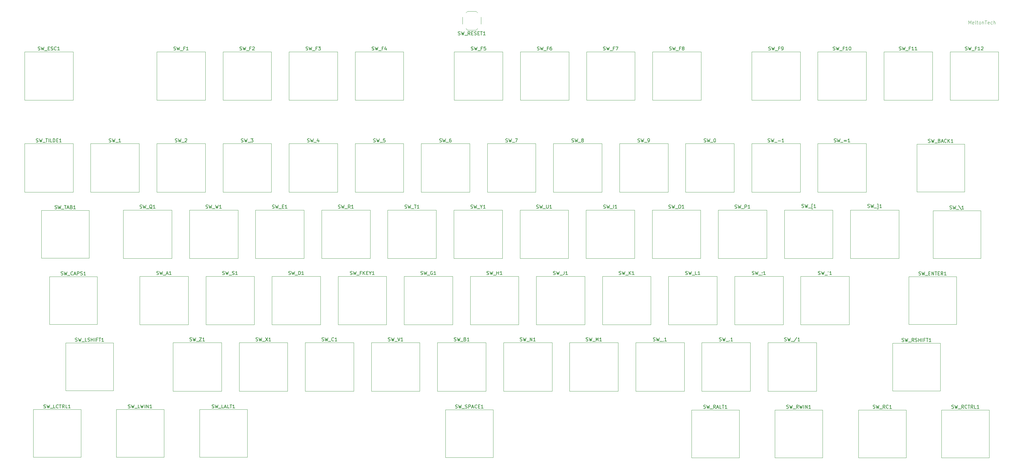
<source format=gbr>
%TF.GenerationSoftware,KiCad,Pcbnew,8.0.3*%
%TF.CreationDate,2024-06-29T11:43:36-07:00*%
%TF.ProjectId,CustomKeyboard,43757374-6f6d-44b6-9579-626f6172642e,rev?*%
%TF.SameCoordinates,Original*%
%TF.FileFunction,Legend,Top*%
%TF.FilePolarity,Positive*%
%FSLAX46Y46*%
G04 Gerber Fmt 4.6, Leading zero omitted, Abs format (unit mm)*
G04 Created by KiCad (PCBNEW 8.0.3) date 2024-06-29 11:43:36*
%MOMM*%
%LPD*%
G01*
G04 APERTURE LIST*
%ADD10C,0.100000*%
%ADD11C,0.150000*%
%ADD12C,0.120000*%
G04 APERTURE END LIST*
D10*
X311428884Y-30822419D02*
X311428884Y-29822419D01*
X311428884Y-29822419D02*
X311762217Y-30536704D01*
X311762217Y-30536704D02*
X312095550Y-29822419D01*
X312095550Y-29822419D02*
X312095550Y-30822419D01*
X312952693Y-30774800D02*
X312857455Y-30822419D01*
X312857455Y-30822419D02*
X312666979Y-30822419D01*
X312666979Y-30822419D02*
X312571741Y-30774800D01*
X312571741Y-30774800D02*
X312524122Y-30679561D01*
X312524122Y-30679561D02*
X312524122Y-30298609D01*
X312524122Y-30298609D02*
X312571741Y-30203371D01*
X312571741Y-30203371D02*
X312666979Y-30155752D01*
X312666979Y-30155752D02*
X312857455Y-30155752D01*
X312857455Y-30155752D02*
X312952693Y-30203371D01*
X312952693Y-30203371D02*
X313000312Y-30298609D01*
X313000312Y-30298609D02*
X313000312Y-30393847D01*
X313000312Y-30393847D02*
X312524122Y-30489085D01*
X313571741Y-30822419D02*
X313476503Y-30774800D01*
X313476503Y-30774800D02*
X313428884Y-30679561D01*
X313428884Y-30679561D02*
X313428884Y-29822419D01*
X313809837Y-30155752D02*
X314190789Y-30155752D01*
X313952694Y-29822419D02*
X313952694Y-30679561D01*
X313952694Y-30679561D02*
X314000313Y-30774800D01*
X314000313Y-30774800D02*
X314095551Y-30822419D01*
X314095551Y-30822419D02*
X314190789Y-30822419D01*
X314666980Y-30822419D02*
X314571742Y-30774800D01*
X314571742Y-30774800D02*
X314524123Y-30727180D01*
X314524123Y-30727180D02*
X314476504Y-30631942D01*
X314476504Y-30631942D02*
X314476504Y-30346228D01*
X314476504Y-30346228D02*
X314524123Y-30250990D01*
X314524123Y-30250990D02*
X314571742Y-30203371D01*
X314571742Y-30203371D02*
X314666980Y-30155752D01*
X314666980Y-30155752D02*
X314809837Y-30155752D01*
X314809837Y-30155752D02*
X314905075Y-30203371D01*
X314905075Y-30203371D02*
X314952694Y-30250990D01*
X314952694Y-30250990D02*
X315000313Y-30346228D01*
X315000313Y-30346228D02*
X315000313Y-30631942D01*
X315000313Y-30631942D02*
X314952694Y-30727180D01*
X314952694Y-30727180D02*
X314905075Y-30774800D01*
X314905075Y-30774800D02*
X314809837Y-30822419D01*
X314809837Y-30822419D02*
X314666980Y-30822419D01*
X315428885Y-30155752D02*
X315428885Y-30822419D01*
X315428885Y-30250990D02*
X315476504Y-30203371D01*
X315476504Y-30203371D02*
X315571742Y-30155752D01*
X315571742Y-30155752D02*
X315714599Y-30155752D01*
X315714599Y-30155752D02*
X315809837Y-30203371D01*
X315809837Y-30203371D02*
X315857456Y-30298609D01*
X315857456Y-30298609D02*
X315857456Y-30822419D01*
X316190790Y-29822419D02*
X316762218Y-29822419D01*
X316476504Y-30822419D02*
X316476504Y-29822419D01*
X317476504Y-30774800D02*
X317381266Y-30822419D01*
X317381266Y-30822419D02*
X317190790Y-30822419D01*
X317190790Y-30822419D02*
X317095552Y-30774800D01*
X317095552Y-30774800D02*
X317047933Y-30679561D01*
X317047933Y-30679561D02*
X317047933Y-30298609D01*
X317047933Y-30298609D02*
X317095552Y-30203371D01*
X317095552Y-30203371D02*
X317190790Y-30155752D01*
X317190790Y-30155752D02*
X317381266Y-30155752D01*
X317381266Y-30155752D02*
X317476504Y-30203371D01*
X317476504Y-30203371D02*
X317524123Y-30298609D01*
X317524123Y-30298609D02*
X317524123Y-30393847D01*
X317524123Y-30393847D02*
X317047933Y-30489085D01*
X318381266Y-30774800D02*
X318286028Y-30822419D01*
X318286028Y-30822419D02*
X318095552Y-30822419D01*
X318095552Y-30822419D02*
X318000314Y-30774800D01*
X318000314Y-30774800D02*
X317952695Y-30727180D01*
X317952695Y-30727180D02*
X317905076Y-30631942D01*
X317905076Y-30631942D02*
X317905076Y-30346228D01*
X317905076Y-30346228D02*
X317952695Y-30250990D01*
X317952695Y-30250990D02*
X318000314Y-30203371D01*
X318000314Y-30203371D02*
X318095552Y-30155752D01*
X318095552Y-30155752D02*
X318286028Y-30155752D01*
X318286028Y-30155752D02*
X318381266Y-30203371D01*
X318809838Y-30822419D02*
X318809838Y-29822419D01*
X319238409Y-30822419D02*
X319238409Y-30298609D01*
X319238409Y-30298609D02*
X319190790Y-30203371D01*
X319190790Y-30203371D02*
X319095552Y-30155752D01*
X319095552Y-30155752D02*
X318952695Y-30155752D01*
X318952695Y-30155752D02*
X318857457Y-30203371D01*
X318857457Y-30203371D02*
X318809838Y-30250990D01*
D11*
X199464286Y-123507200D02*
X199607143Y-123554819D01*
X199607143Y-123554819D02*
X199845238Y-123554819D01*
X199845238Y-123554819D02*
X199940476Y-123507200D01*
X199940476Y-123507200D02*
X199988095Y-123459580D01*
X199988095Y-123459580D02*
X200035714Y-123364342D01*
X200035714Y-123364342D02*
X200035714Y-123269104D01*
X200035714Y-123269104D02*
X199988095Y-123173866D01*
X199988095Y-123173866D02*
X199940476Y-123126247D01*
X199940476Y-123126247D02*
X199845238Y-123078628D01*
X199845238Y-123078628D02*
X199654762Y-123031009D01*
X199654762Y-123031009D02*
X199559524Y-122983390D01*
X199559524Y-122983390D02*
X199511905Y-122935771D01*
X199511905Y-122935771D02*
X199464286Y-122840533D01*
X199464286Y-122840533D02*
X199464286Y-122745295D01*
X199464286Y-122745295D02*
X199511905Y-122650057D01*
X199511905Y-122650057D02*
X199559524Y-122602438D01*
X199559524Y-122602438D02*
X199654762Y-122554819D01*
X199654762Y-122554819D02*
X199892857Y-122554819D01*
X199892857Y-122554819D02*
X200035714Y-122602438D01*
X200369048Y-122554819D02*
X200607143Y-123554819D01*
X200607143Y-123554819D02*
X200797619Y-122840533D01*
X200797619Y-122840533D02*
X200988095Y-123554819D01*
X200988095Y-123554819D02*
X201226191Y-122554819D01*
X201369048Y-123650057D02*
X202130952Y-123650057D01*
X202369048Y-123554819D02*
X202369048Y-122554819D01*
X202369048Y-122554819D02*
X202702381Y-123269104D01*
X202702381Y-123269104D02*
X203035714Y-122554819D01*
X203035714Y-122554819D02*
X203035714Y-123554819D01*
X204035714Y-123554819D02*
X203464286Y-123554819D01*
X203750000Y-123554819D02*
X203750000Y-122554819D01*
X203750000Y-122554819D02*
X203654762Y-122697676D01*
X203654762Y-122697676D02*
X203559524Y-122792914D01*
X203559524Y-122792914D02*
X203464286Y-122840533D01*
X271780952Y-38407200D02*
X271923809Y-38454819D01*
X271923809Y-38454819D02*
X272161904Y-38454819D01*
X272161904Y-38454819D02*
X272257142Y-38407200D01*
X272257142Y-38407200D02*
X272304761Y-38359580D01*
X272304761Y-38359580D02*
X272352380Y-38264342D01*
X272352380Y-38264342D02*
X272352380Y-38169104D01*
X272352380Y-38169104D02*
X272304761Y-38073866D01*
X272304761Y-38073866D02*
X272257142Y-38026247D01*
X272257142Y-38026247D02*
X272161904Y-37978628D01*
X272161904Y-37978628D02*
X271971428Y-37931009D01*
X271971428Y-37931009D02*
X271876190Y-37883390D01*
X271876190Y-37883390D02*
X271828571Y-37835771D01*
X271828571Y-37835771D02*
X271780952Y-37740533D01*
X271780952Y-37740533D02*
X271780952Y-37645295D01*
X271780952Y-37645295D02*
X271828571Y-37550057D01*
X271828571Y-37550057D02*
X271876190Y-37502438D01*
X271876190Y-37502438D02*
X271971428Y-37454819D01*
X271971428Y-37454819D02*
X272209523Y-37454819D01*
X272209523Y-37454819D02*
X272352380Y-37502438D01*
X272685714Y-37454819D02*
X272923809Y-38454819D01*
X272923809Y-38454819D02*
X273114285Y-37740533D01*
X273114285Y-37740533D02*
X273304761Y-38454819D01*
X273304761Y-38454819D02*
X273542857Y-37454819D01*
X273685714Y-38550057D02*
X274447618Y-38550057D01*
X275019047Y-37931009D02*
X274685714Y-37931009D01*
X274685714Y-38454819D02*
X274685714Y-37454819D01*
X274685714Y-37454819D02*
X275161904Y-37454819D01*
X276066666Y-38454819D02*
X275495238Y-38454819D01*
X275780952Y-38454819D02*
X275780952Y-37454819D01*
X275780952Y-37454819D02*
X275685714Y-37597676D01*
X275685714Y-37597676D02*
X275590476Y-37692914D01*
X275590476Y-37692914D02*
X275495238Y-37740533D01*
X276685714Y-37454819D02*
X276780952Y-37454819D01*
X276780952Y-37454819D02*
X276876190Y-37502438D01*
X276876190Y-37502438D02*
X276923809Y-37550057D01*
X276923809Y-37550057D02*
X276971428Y-37645295D01*
X276971428Y-37645295D02*
X277019047Y-37835771D01*
X277019047Y-37835771D02*
X277019047Y-38073866D01*
X277019047Y-38073866D02*
X276971428Y-38264342D01*
X276971428Y-38264342D02*
X276923809Y-38359580D01*
X276923809Y-38359580D02*
X276876190Y-38407200D01*
X276876190Y-38407200D02*
X276780952Y-38454819D01*
X276780952Y-38454819D02*
X276685714Y-38454819D01*
X276685714Y-38454819D02*
X276590476Y-38407200D01*
X276590476Y-38407200D02*
X276542857Y-38359580D01*
X276542857Y-38359580D02*
X276495238Y-38264342D01*
X276495238Y-38264342D02*
X276447619Y-38073866D01*
X276447619Y-38073866D02*
X276447619Y-37835771D01*
X276447619Y-37835771D02*
X276495238Y-37645295D01*
X276495238Y-37645295D02*
X276542857Y-37550057D01*
X276542857Y-37550057D02*
X276590476Y-37502438D01*
X276590476Y-37502438D02*
X276685714Y-37454819D01*
X136807143Y-38407200D02*
X136950000Y-38454819D01*
X136950000Y-38454819D02*
X137188095Y-38454819D01*
X137188095Y-38454819D02*
X137283333Y-38407200D01*
X137283333Y-38407200D02*
X137330952Y-38359580D01*
X137330952Y-38359580D02*
X137378571Y-38264342D01*
X137378571Y-38264342D02*
X137378571Y-38169104D01*
X137378571Y-38169104D02*
X137330952Y-38073866D01*
X137330952Y-38073866D02*
X137283333Y-38026247D01*
X137283333Y-38026247D02*
X137188095Y-37978628D01*
X137188095Y-37978628D02*
X136997619Y-37931009D01*
X136997619Y-37931009D02*
X136902381Y-37883390D01*
X136902381Y-37883390D02*
X136854762Y-37835771D01*
X136854762Y-37835771D02*
X136807143Y-37740533D01*
X136807143Y-37740533D02*
X136807143Y-37645295D01*
X136807143Y-37645295D02*
X136854762Y-37550057D01*
X136854762Y-37550057D02*
X136902381Y-37502438D01*
X136902381Y-37502438D02*
X136997619Y-37454819D01*
X136997619Y-37454819D02*
X137235714Y-37454819D01*
X137235714Y-37454819D02*
X137378571Y-37502438D01*
X137711905Y-37454819D02*
X137950000Y-38454819D01*
X137950000Y-38454819D02*
X138140476Y-37740533D01*
X138140476Y-37740533D02*
X138330952Y-38454819D01*
X138330952Y-38454819D02*
X138569048Y-37454819D01*
X138711905Y-38550057D02*
X139473809Y-38550057D01*
X140045238Y-37931009D02*
X139711905Y-37931009D01*
X139711905Y-38454819D02*
X139711905Y-37454819D01*
X139711905Y-37454819D02*
X140188095Y-37454819D01*
X140997619Y-37788152D02*
X140997619Y-38454819D01*
X140759524Y-37407200D02*
X140521429Y-38121485D01*
X140521429Y-38121485D02*
X141140476Y-38121485D01*
X89966666Y-143133200D02*
X90109523Y-143180819D01*
X90109523Y-143180819D02*
X90347618Y-143180819D01*
X90347618Y-143180819D02*
X90442856Y-143133200D01*
X90442856Y-143133200D02*
X90490475Y-143085580D01*
X90490475Y-143085580D02*
X90538094Y-142990342D01*
X90538094Y-142990342D02*
X90538094Y-142895104D01*
X90538094Y-142895104D02*
X90490475Y-142799866D01*
X90490475Y-142799866D02*
X90442856Y-142752247D01*
X90442856Y-142752247D02*
X90347618Y-142704628D01*
X90347618Y-142704628D02*
X90157142Y-142657009D01*
X90157142Y-142657009D02*
X90061904Y-142609390D01*
X90061904Y-142609390D02*
X90014285Y-142561771D01*
X90014285Y-142561771D02*
X89966666Y-142466533D01*
X89966666Y-142466533D02*
X89966666Y-142371295D01*
X89966666Y-142371295D02*
X90014285Y-142276057D01*
X90014285Y-142276057D02*
X90061904Y-142228438D01*
X90061904Y-142228438D02*
X90157142Y-142180819D01*
X90157142Y-142180819D02*
X90395237Y-142180819D01*
X90395237Y-142180819D02*
X90538094Y-142228438D01*
X90871428Y-142180819D02*
X91109523Y-143180819D01*
X91109523Y-143180819D02*
X91299999Y-142466533D01*
X91299999Y-142466533D02*
X91490475Y-143180819D01*
X91490475Y-143180819D02*
X91728571Y-142180819D01*
X91871428Y-143276057D02*
X92633332Y-143276057D01*
X93347618Y-143180819D02*
X92871428Y-143180819D01*
X92871428Y-143180819D02*
X92871428Y-142180819D01*
X93633333Y-142895104D02*
X94109523Y-142895104D01*
X93538095Y-143180819D02*
X93871428Y-142180819D01*
X93871428Y-142180819D02*
X94204761Y-143180819D01*
X95014285Y-143180819D02*
X94538095Y-143180819D01*
X94538095Y-143180819D02*
X94538095Y-142180819D01*
X95204762Y-142180819D02*
X95776190Y-142180819D01*
X95490476Y-143180819D02*
X95490476Y-142180819D01*
X96633333Y-143180819D02*
X96061905Y-143180819D01*
X96347619Y-143180819D02*
X96347619Y-142180819D01*
X96347619Y-142180819D02*
X96252381Y-142323676D01*
X96252381Y-142323676D02*
X96157143Y-142418914D01*
X96157143Y-142418914D02*
X96061905Y-142466533D01*
X233985714Y-65307200D02*
X234128571Y-65354819D01*
X234128571Y-65354819D02*
X234366666Y-65354819D01*
X234366666Y-65354819D02*
X234461904Y-65307200D01*
X234461904Y-65307200D02*
X234509523Y-65259580D01*
X234509523Y-65259580D02*
X234557142Y-65164342D01*
X234557142Y-65164342D02*
X234557142Y-65069104D01*
X234557142Y-65069104D02*
X234509523Y-64973866D01*
X234509523Y-64973866D02*
X234461904Y-64926247D01*
X234461904Y-64926247D02*
X234366666Y-64878628D01*
X234366666Y-64878628D02*
X234176190Y-64831009D01*
X234176190Y-64831009D02*
X234080952Y-64783390D01*
X234080952Y-64783390D02*
X234033333Y-64735771D01*
X234033333Y-64735771D02*
X233985714Y-64640533D01*
X233985714Y-64640533D02*
X233985714Y-64545295D01*
X233985714Y-64545295D02*
X234033333Y-64450057D01*
X234033333Y-64450057D02*
X234080952Y-64402438D01*
X234080952Y-64402438D02*
X234176190Y-64354819D01*
X234176190Y-64354819D02*
X234414285Y-64354819D01*
X234414285Y-64354819D02*
X234557142Y-64402438D01*
X234890476Y-64354819D02*
X235128571Y-65354819D01*
X235128571Y-65354819D02*
X235319047Y-64640533D01*
X235319047Y-64640533D02*
X235509523Y-65354819D01*
X235509523Y-65354819D02*
X235747619Y-64354819D01*
X235890476Y-65450057D02*
X236652380Y-65450057D01*
X237080952Y-64354819D02*
X237176190Y-64354819D01*
X237176190Y-64354819D02*
X237271428Y-64402438D01*
X237271428Y-64402438D02*
X237319047Y-64450057D01*
X237319047Y-64450057D02*
X237366666Y-64545295D01*
X237366666Y-64545295D02*
X237414285Y-64735771D01*
X237414285Y-64735771D02*
X237414285Y-64973866D01*
X237414285Y-64973866D02*
X237366666Y-65164342D01*
X237366666Y-65164342D02*
X237319047Y-65259580D01*
X237319047Y-65259580D02*
X237271428Y-65307200D01*
X237271428Y-65307200D02*
X237176190Y-65354819D01*
X237176190Y-65354819D02*
X237080952Y-65354819D01*
X237080952Y-65354819D02*
X236985714Y-65307200D01*
X236985714Y-65307200D02*
X236938095Y-65259580D01*
X236938095Y-65259580D02*
X236890476Y-65164342D01*
X236890476Y-65164342D02*
X236842857Y-64973866D01*
X236842857Y-64973866D02*
X236842857Y-64735771D01*
X236842857Y-64735771D02*
X236890476Y-64545295D01*
X236890476Y-64545295D02*
X236938095Y-64450057D01*
X236938095Y-64450057D02*
X236985714Y-64402438D01*
X236985714Y-64402438D02*
X237080952Y-64354819D01*
X184961905Y-84707200D02*
X185104762Y-84754819D01*
X185104762Y-84754819D02*
X185342857Y-84754819D01*
X185342857Y-84754819D02*
X185438095Y-84707200D01*
X185438095Y-84707200D02*
X185485714Y-84659580D01*
X185485714Y-84659580D02*
X185533333Y-84564342D01*
X185533333Y-84564342D02*
X185533333Y-84469104D01*
X185533333Y-84469104D02*
X185485714Y-84373866D01*
X185485714Y-84373866D02*
X185438095Y-84326247D01*
X185438095Y-84326247D02*
X185342857Y-84278628D01*
X185342857Y-84278628D02*
X185152381Y-84231009D01*
X185152381Y-84231009D02*
X185057143Y-84183390D01*
X185057143Y-84183390D02*
X185009524Y-84135771D01*
X185009524Y-84135771D02*
X184961905Y-84040533D01*
X184961905Y-84040533D02*
X184961905Y-83945295D01*
X184961905Y-83945295D02*
X185009524Y-83850057D01*
X185009524Y-83850057D02*
X185057143Y-83802438D01*
X185057143Y-83802438D02*
X185152381Y-83754819D01*
X185152381Y-83754819D02*
X185390476Y-83754819D01*
X185390476Y-83754819D02*
X185533333Y-83802438D01*
X185866667Y-83754819D02*
X186104762Y-84754819D01*
X186104762Y-84754819D02*
X186295238Y-84040533D01*
X186295238Y-84040533D02*
X186485714Y-84754819D01*
X186485714Y-84754819D02*
X186723810Y-83754819D01*
X186866667Y-84850057D02*
X187628571Y-84850057D01*
X187866667Y-83754819D02*
X187866667Y-84564342D01*
X187866667Y-84564342D02*
X187914286Y-84659580D01*
X187914286Y-84659580D02*
X187961905Y-84707200D01*
X187961905Y-84707200D02*
X188057143Y-84754819D01*
X188057143Y-84754819D02*
X188247619Y-84754819D01*
X188247619Y-84754819D02*
X188342857Y-84707200D01*
X188342857Y-84707200D02*
X188390476Y-84659580D01*
X188390476Y-84659580D02*
X188438095Y-84564342D01*
X188438095Y-84564342D02*
X188438095Y-83754819D01*
X189438095Y-84754819D02*
X188866667Y-84754819D01*
X189152381Y-84754819D02*
X189152381Y-83754819D01*
X189152381Y-83754819D02*
X189057143Y-83897676D01*
X189057143Y-83897676D02*
X188961905Y-83992914D01*
X188961905Y-83992914D02*
X188866667Y-84040533D01*
X185182143Y-38407200D02*
X185325000Y-38454819D01*
X185325000Y-38454819D02*
X185563095Y-38454819D01*
X185563095Y-38454819D02*
X185658333Y-38407200D01*
X185658333Y-38407200D02*
X185705952Y-38359580D01*
X185705952Y-38359580D02*
X185753571Y-38264342D01*
X185753571Y-38264342D02*
X185753571Y-38169104D01*
X185753571Y-38169104D02*
X185705952Y-38073866D01*
X185705952Y-38073866D02*
X185658333Y-38026247D01*
X185658333Y-38026247D02*
X185563095Y-37978628D01*
X185563095Y-37978628D02*
X185372619Y-37931009D01*
X185372619Y-37931009D02*
X185277381Y-37883390D01*
X185277381Y-37883390D02*
X185229762Y-37835771D01*
X185229762Y-37835771D02*
X185182143Y-37740533D01*
X185182143Y-37740533D02*
X185182143Y-37645295D01*
X185182143Y-37645295D02*
X185229762Y-37550057D01*
X185229762Y-37550057D02*
X185277381Y-37502438D01*
X185277381Y-37502438D02*
X185372619Y-37454819D01*
X185372619Y-37454819D02*
X185610714Y-37454819D01*
X185610714Y-37454819D02*
X185753571Y-37502438D01*
X186086905Y-37454819D02*
X186325000Y-38454819D01*
X186325000Y-38454819D02*
X186515476Y-37740533D01*
X186515476Y-37740533D02*
X186705952Y-38454819D01*
X186705952Y-38454819D02*
X186944048Y-37454819D01*
X187086905Y-38550057D02*
X187848809Y-38550057D01*
X188420238Y-37931009D02*
X188086905Y-37931009D01*
X188086905Y-38454819D02*
X188086905Y-37454819D01*
X188086905Y-37454819D02*
X188563095Y-37454819D01*
X189372619Y-37454819D02*
X189182143Y-37454819D01*
X189182143Y-37454819D02*
X189086905Y-37502438D01*
X189086905Y-37502438D02*
X189039286Y-37550057D01*
X189039286Y-37550057D02*
X188944048Y-37692914D01*
X188944048Y-37692914D02*
X188896429Y-37883390D01*
X188896429Y-37883390D02*
X188896429Y-38264342D01*
X188896429Y-38264342D02*
X188944048Y-38359580D01*
X188944048Y-38359580D02*
X188991667Y-38407200D01*
X188991667Y-38407200D02*
X189086905Y-38454819D01*
X189086905Y-38454819D02*
X189277381Y-38454819D01*
X189277381Y-38454819D02*
X189372619Y-38407200D01*
X189372619Y-38407200D02*
X189420238Y-38359580D01*
X189420238Y-38359580D02*
X189467857Y-38264342D01*
X189467857Y-38264342D02*
X189467857Y-38026247D01*
X189467857Y-38026247D02*
X189420238Y-37931009D01*
X189420238Y-37931009D02*
X189372619Y-37883390D01*
X189372619Y-37883390D02*
X189277381Y-37835771D01*
X189277381Y-37835771D02*
X189086905Y-37835771D01*
X189086905Y-37835771D02*
X188991667Y-37883390D01*
X188991667Y-37883390D02*
X188944048Y-37931009D01*
X188944048Y-37931009D02*
X188896429Y-38026247D01*
X219147619Y-123507200D02*
X219290476Y-123554819D01*
X219290476Y-123554819D02*
X219528571Y-123554819D01*
X219528571Y-123554819D02*
X219623809Y-123507200D01*
X219623809Y-123507200D02*
X219671428Y-123459580D01*
X219671428Y-123459580D02*
X219719047Y-123364342D01*
X219719047Y-123364342D02*
X219719047Y-123269104D01*
X219719047Y-123269104D02*
X219671428Y-123173866D01*
X219671428Y-123173866D02*
X219623809Y-123126247D01*
X219623809Y-123126247D02*
X219528571Y-123078628D01*
X219528571Y-123078628D02*
X219338095Y-123031009D01*
X219338095Y-123031009D02*
X219242857Y-122983390D01*
X219242857Y-122983390D02*
X219195238Y-122935771D01*
X219195238Y-122935771D02*
X219147619Y-122840533D01*
X219147619Y-122840533D02*
X219147619Y-122745295D01*
X219147619Y-122745295D02*
X219195238Y-122650057D01*
X219195238Y-122650057D02*
X219242857Y-122602438D01*
X219242857Y-122602438D02*
X219338095Y-122554819D01*
X219338095Y-122554819D02*
X219576190Y-122554819D01*
X219576190Y-122554819D02*
X219719047Y-122602438D01*
X220052381Y-122554819D02*
X220290476Y-123554819D01*
X220290476Y-123554819D02*
X220480952Y-122840533D01*
X220480952Y-122840533D02*
X220671428Y-123554819D01*
X220671428Y-123554819D02*
X220909524Y-122554819D01*
X221052381Y-123650057D02*
X221814285Y-123650057D01*
X222100000Y-123507200D02*
X222100000Y-123554819D01*
X222100000Y-123554819D02*
X222052381Y-123650057D01*
X222052381Y-123650057D02*
X222004762Y-123697676D01*
X223052380Y-123554819D02*
X222480952Y-123554819D01*
X222766666Y-123554819D02*
X222766666Y-122554819D01*
X222766666Y-122554819D02*
X222671428Y-122697676D01*
X222671428Y-122697676D02*
X222576190Y-122792914D01*
X222576190Y-122792914D02*
X222480952Y-122840533D01*
X262620381Y-84481200D02*
X262763238Y-84528819D01*
X262763238Y-84528819D02*
X263001333Y-84528819D01*
X263001333Y-84528819D02*
X263096571Y-84481200D01*
X263096571Y-84481200D02*
X263144190Y-84433580D01*
X263144190Y-84433580D02*
X263191809Y-84338342D01*
X263191809Y-84338342D02*
X263191809Y-84243104D01*
X263191809Y-84243104D02*
X263144190Y-84147866D01*
X263144190Y-84147866D02*
X263096571Y-84100247D01*
X263096571Y-84100247D02*
X263001333Y-84052628D01*
X263001333Y-84052628D02*
X262810857Y-84005009D01*
X262810857Y-84005009D02*
X262715619Y-83957390D01*
X262715619Y-83957390D02*
X262668000Y-83909771D01*
X262668000Y-83909771D02*
X262620381Y-83814533D01*
X262620381Y-83814533D02*
X262620381Y-83719295D01*
X262620381Y-83719295D02*
X262668000Y-83624057D01*
X262668000Y-83624057D02*
X262715619Y-83576438D01*
X262715619Y-83576438D02*
X262810857Y-83528819D01*
X262810857Y-83528819D02*
X263048952Y-83528819D01*
X263048952Y-83528819D02*
X263191809Y-83576438D01*
X263525143Y-83528819D02*
X263763238Y-84528819D01*
X263763238Y-84528819D02*
X263953714Y-83814533D01*
X263953714Y-83814533D02*
X264144190Y-84528819D01*
X264144190Y-84528819D02*
X264382286Y-83528819D01*
X264525143Y-84624057D02*
X265287047Y-84624057D01*
X265810857Y-84862152D02*
X265572762Y-84862152D01*
X265572762Y-84862152D02*
X265572762Y-83433580D01*
X265572762Y-83433580D02*
X265810857Y-83433580D01*
X266715619Y-84528819D02*
X266144191Y-84528819D01*
X266429905Y-84528819D02*
X266429905Y-83528819D01*
X266429905Y-83528819D02*
X266334667Y-83671676D01*
X266334667Y-83671676D02*
X266239429Y-83766914D01*
X266239429Y-83766914D02*
X266144191Y-83814533D01*
X170411905Y-104107200D02*
X170554762Y-104154819D01*
X170554762Y-104154819D02*
X170792857Y-104154819D01*
X170792857Y-104154819D02*
X170888095Y-104107200D01*
X170888095Y-104107200D02*
X170935714Y-104059580D01*
X170935714Y-104059580D02*
X170983333Y-103964342D01*
X170983333Y-103964342D02*
X170983333Y-103869104D01*
X170983333Y-103869104D02*
X170935714Y-103773866D01*
X170935714Y-103773866D02*
X170888095Y-103726247D01*
X170888095Y-103726247D02*
X170792857Y-103678628D01*
X170792857Y-103678628D02*
X170602381Y-103631009D01*
X170602381Y-103631009D02*
X170507143Y-103583390D01*
X170507143Y-103583390D02*
X170459524Y-103535771D01*
X170459524Y-103535771D02*
X170411905Y-103440533D01*
X170411905Y-103440533D02*
X170411905Y-103345295D01*
X170411905Y-103345295D02*
X170459524Y-103250057D01*
X170459524Y-103250057D02*
X170507143Y-103202438D01*
X170507143Y-103202438D02*
X170602381Y-103154819D01*
X170602381Y-103154819D02*
X170840476Y-103154819D01*
X170840476Y-103154819D02*
X170983333Y-103202438D01*
X171316667Y-103154819D02*
X171554762Y-104154819D01*
X171554762Y-104154819D02*
X171745238Y-103440533D01*
X171745238Y-103440533D02*
X171935714Y-104154819D01*
X171935714Y-104154819D02*
X172173810Y-103154819D01*
X172316667Y-104250057D02*
X173078571Y-104250057D01*
X173316667Y-104154819D02*
X173316667Y-103154819D01*
X173316667Y-103631009D02*
X173888095Y-103631009D01*
X173888095Y-104154819D02*
X173888095Y-103154819D01*
X174888095Y-104154819D02*
X174316667Y-104154819D01*
X174602381Y-104154819D02*
X174602381Y-103154819D01*
X174602381Y-103154819D02*
X174507143Y-103297676D01*
X174507143Y-103297676D02*
X174411905Y-103392914D01*
X174411905Y-103392914D02*
X174316667Y-103440533D01*
X243035714Y-84707200D02*
X243178571Y-84754819D01*
X243178571Y-84754819D02*
X243416666Y-84754819D01*
X243416666Y-84754819D02*
X243511904Y-84707200D01*
X243511904Y-84707200D02*
X243559523Y-84659580D01*
X243559523Y-84659580D02*
X243607142Y-84564342D01*
X243607142Y-84564342D02*
X243607142Y-84469104D01*
X243607142Y-84469104D02*
X243559523Y-84373866D01*
X243559523Y-84373866D02*
X243511904Y-84326247D01*
X243511904Y-84326247D02*
X243416666Y-84278628D01*
X243416666Y-84278628D02*
X243226190Y-84231009D01*
X243226190Y-84231009D02*
X243130952Y-84183390D01*
X243130952Y-84183390D02*
X243083333Y-84135771D01*
X243083333Y-84135771D02*
X243035714Y-84040533D01*
X243035714Y-84040533D02*
X243035714Y-83945295D01*
X243035714Y-83945295D02*
X243083333Y-83850057D01*
X243083333Y-83850057D02*
X243130952Y-83802438D01*
X243130952Y-83802438D02*
X243226190Y-83754819D01*
X243226190Y-83754819D02*
X243464285Y-83754819D01*
X243464285Y-83754819D02*
X243607142Y-83802438D01*
X243940476Y-83754819D02*
X244178571Y-84754819D01*
X244178571Y-84754819D02*
X244369047Y-84040533D01*
X244369047Y-84040533D02*
X244559523Y-84754819D01*
X244559523Y-84754819D02*
X244797619Y-83754819D01*
X244940476Y-84850057D02*
X245702380Y-84850057D01*
X245940476Y-84754819D02*
X245940476Y-83754819D01*
X245940476Y-83754819D02*
X246321428Y-83754819D01*
X246321428Y-83754819D02*
X246416666Y-83802438D01*
X246416666Y-83802438D02*
X246464285Y-83850057D01*
X246464285Y-83850057D02*
X246511904Y-83945295D01*
X246511904Y-83945295D02*
X246511904Y-84088152D01*
X246511904Y-84088152D02*
X246464285Y-84183390D01*
X246464285Y-84183390D02*
X246416666Y-84231009D01*
X246416666Y-84231009D02*
X246321428Y-84278628D01*
X246321428Y-84278628D02*
X245940476Y-84278628D01*
X247464285Y-84754819D02*
X246892857Y-84754819D01*
X247178571Y-84754819D02*
X247178571Y-83754819D01*
X247178571Y-83754819D02*
X247083333Y-83897676D01*
X247083333Y-83897676D02*
X246988095Y-83992914D01*
X246988095Y-83992914D02*
X246892857Y-84040533D01*
X165832143Y-38407200D02*
X165975000Y-38454819D01*
X165975000Y-38454819D02*
X166213095Y-38454819D01*
X166213095Y-38454819D02*
X166308333Y-38407200D01*
X166308333Y-38407200D02*
X166355952Y-38359580D01*
X166355952Y-38359580D02*
X166403571Y-38264342D01*
X166403571Y-38264342D02*
X166403571Y-38169104D01*
X166403571Y-38169104D02*
X166355952Y-38073866D01*
X166355952Y-38073866D02*
X166308333Y-38026247D01*
X166308333Y-38026247D02*
X166213095Y-37978628D01*
X166213095Y-37978628D02*
X166022619Y-37931009D01*
X166022619Y-37931009D02*
X165927381Y-37883390D01*
X165927381Y-37883390D02*
X165879762Y-37835771D01*
X165879762Y-37835771D02*
X165832143Y-37740533D01*
X165832143Y-37740533D02*
X165832143Y-37645295D01*
X165832143Y-37645295D02*
X165879762Y-37550057D01*
X165879762Y-37550057D02*
X165927381Y-37502438D01*
X165927381Y-37502438D02*
X166022619Y-37454819D01*
X166022619Y-37454819D02*
X166260714Y-37454819D01*
X166260714Y-37454819D02*
X166403571Y-37502438D01*
X166736905Y-37454819D02*
X166975000Y-38454819D01*
X166975000Y-38454819D02*
X167165476Y-37740533D01*
X167165476Y-37740533D02*
X167355952Y-38454819D01*
X167355952Y-38454819D02*
X167594048Y-37454819D01*
X167736905Y-38550057D02*
X168498809Y-38550057D01*
X169070238Y-37931009D02*
X168736905Y-37931009D01*
X168736905Y-38454819D02*
X168736905Y-37454819D01*
X168736905Y-37454819D02*
X169213095Y-37454819D01*
X170070238Y-37454819D02*
X169594048Y-37454819D01*
X169594048Y-37454819D02*
X169546429Y-37931009D01*
X169546429Y-37931009D02*
X169594048Y-37883390D01*
X169594048Y-37883390D02*
X169689286Y-37835771D01*
X169689286Y-37835771D02*
X169927381Y-37835771D01*
X169927381Y-37835771D02*
X170022619Y-37883390D01*
X170022619Y-37883390D02*
X170070238Y-37931009D01*
X170070238Y-37931009D02*
X170117857Y-38026247D01*
X170117857Y-38026247D02*
X170117857Y-38264342D01*
X170117857Y-38264342D02*
X170070238Y-38359580D01*
X170070238Y-38359580D02*
X170022619Y-38407200D01*
X170022619Y-38407200D02*
X169927381Y-38454819D01*
X169927381Y-38454819D02*
X169689286Y-38454819D01*
X169689286Y-38454819D02*
X169594048Y-38407200D01*
X169594048Y-38407200D02*
X169546429Y-38359580D01*
X228580952Y-104107200D02*
X228723809Y-104154819D01*
X228723809Y-104154819D02*
X228961904Y-104154819D01*
X228961904Y-104154819D02*
X229057142Y-104107200D01*
X229057142Y-104107200D02*
X229104761Y-104059580D01*
X229104761Y-104059580D02*
X229152380Y-103964342D01*
X229152380Y-103964342D02*
X229152380Y-103869104D01*
X229152380Y-103869104D02*
X229104761Y-103773866D01*
X229104761Y-103773866D02*
X229057142Y-103726247D01*
X229057142Y-103726247D02*
X228961904Y-103678628D01*
X228961904Y-103678628D02*
X228771428Y-103631009D01*
X228771428Y-103631009D02*
X228676190Y-103583390D01*
X228676190Y-103583390D02*
X228628571Y-103535771D01*
X228628571Y-103535771D02*
X228580952Y-103440533D01*
X228580952Y-103440533D02*
X228580952Y-103345295D01*
X228580952Y-103345295D02*
X228628571Y-103250057D01*
X228628571Y-103250057D02*
X228676190Y-103202438D01*
X228676190Y-103202438D02*
X228771428Y-103154819D01*
X228771428Y-103154819D02*
X229009523Y-103154819D01*
X229009523Y-103154819D02*
X229152380Y-103202438D01*
X229485714Y-103154819D02*
X229723809Y-104154819D01*
X229723809Y-104154819D02*
X229914285Y-103440533D01*
X229914285Y-103440533D02*
X230104761Y-104154819D01*
X230104761Y-104154819D02*
X230342857Y-103154819D01*
X230485714Y-104250057D02*
X231247618Y-104250057D01*
X231961904Y-104154819D02*
X231485714Y-104154819D01*
X231485714Y-104154819D02*
X231485714Y-103154819D01*
X232819047Y-104154819D02*
X232247619Y-104154819D01*
X232533333Y-104154819D02*
X232533333Y-103154819D01*
X232533333Y-103154819D02*
X232438095Y-103297676D01*
X232438095Y-103297676D02*
X232342857Y-103392914D01*
X232342857Y-103392914D02*
X232247619Y-103440533D01*
X204597619Y-84707200D02*
X204740476Y-84754819D01*
X204740476Y-84754819D02*
X204978571Y-84754819D01*
X204978571Y-84754819D02*
X205073809Y-84707200D01*
X205073809Y-84707200D02*
X205121428Y-84659580D01*
X205121428Y-84659580D02*
X205169047Y-84564342D01*
X205169047Y-84564342D02*
X205169047Y-84469104D01*
X205169047Y-84469104D02*
X205121428Y-84373866D01*
X205121428Y-84373866D02*
X205073809Y-84326247D01*
X205073809Y-84326247D02*
X204978571Y-84278628D01*
X204978571Y-84278628D02*
X204788095Y-84231009D01*
X204788095Y-84231009D02*
X204692857Y-84183390D01*
X204692857Y-84183390D02*
X204645238Y-84135771D01*
X204645238Y-84135771D02*
X204597619Y-84040533D01*
X204597619Y-84040533D02*
X204597619Y-83945295D01*
X204597619Y-83945295D02*
X204645238Y-83850057D01*
X204645238Y-83850057D02*
X204692857Y-83802438D01*
X204692857Y-83802438D02*
X204788095Y-83754819D01*
X204788095Y-83754819D02*
X205026190Y-83754819D01*
X205026190Y-83754819D02*
X205169047Y-83802438D01*
X205502381Y-83754819D02*
X205740476Y-84754819D01*
X205740476Y-84754819D02*
X205930952Y-84040533D01*
X205930952Y-84040533D02*
X206121428Y-84754819D01*
X206121428Y-84754819D02*
X206359524Y-83754819D01*
X206502381Y-84850057D02*
X207264285Y-84850057D01*
X207502381Y-84754819D02*
X207502381Y-83754819D01*
X208502380Y-84754819D02*
X207930952Y-84754819D01*
X208216666Y-84754819D02*
X208216666Y-83754819D01*
X208216666Y-83754819D02*
X208121428Y-83897676D01*
X208121428Y-83897676D02*
X208026190Y-83992914D01*
X208026190Y-83992914D02*
X207930952Y-84040533D01*
X73757143Y-104107200D02*
X73900000Y-104154819D01*
X73900000Y-104154819D02*
X74138095Y-104154819D01*
X74138095Y-104154819D02*
X74233333Y-104107200D01*
X74233333Y-104107200D02*
X74280952Y-104059580D01*
X74280952Y-104059580D02*
X74328571Y-103964342D01*
X74328571Y-103964342D02*
X74328571Y-103869104D01*
X74328571Y-103869104D02*
X74280952Y-103773866D01*
X74280952Y-103773866D02*
X74233333Y-103726247D01*
X74233333Y-103726247D02*
X74138095Y-103678628D01*
X74138095Y-103678628D02*
X73947619Y-103631009D01*
X73947619Y-103631009D02*
X73852381Y-103583390D01*
X73852381Y-103583390D02*
X73804762Y-103535771D01*
X73804762Y-103535771D02*
X73757143Y-103440533D01*
X73757143Y-103440533D02*
X73757143Y-103345295D01*
X73757143Y-103345295D02*
X73804762Y-103250057D01*
X73804762Y-103250057D02*
X73852381Y-103202438D01*
X73852381Y-103202438D02*
X73947619Y-103154819D01*
X73947619Y-103154819D02*
X74185714Y-103154819D01*
X74185714Y-103154819D02*
X74328571Y-103202438D01*
X74661905Y-103154819D02*
X74900000Y-104154819D01*
X74900000Y-104154819D02*
X75090476Y-103440533D01*
X75090476Y-103440533D02*
X75280952Y-104154819D01*
X75280952Y-104154819D02*
X75519048Y-103154819D01*
X75661905Y-104250057D02*
X76423809Y-104250057D01*
X76614286Y-103869104D02*
X77090476Y-103869104D01*
X76519048Y-104154819D02*
X76852381Y-103154819D01*
X76852381Y-103154819D02*
X77185714Y-104154819D01*
X78042857Y-104154819D02*
X77471429Y-104154819D01*
X77757143Y-104154819D02*
X77757143Y-103154819D01*
X77757143Y-103154819D02*
X77661905Y-103297676D01*
X77661905Y-103297676D02*
X77566667Y-103392914D01*
X77566667Y-103392914D02*
X77471429Y-103440533D01*
X223882143Y-38407200D02*
X224025000Y-38454819D01*
X224025000Y-38454819D02*
X224263095Y-38454819D01*
X224263095Y-38454819D02*
X224358333Y-38407200D01*
X224358333Y-38407200D02*
X224405952Y-38359580D01*
X224405952Y-38359580D02*
X224453571Y-38264342D01*
X224453571Y-38264342D02*
X224453571Y-38169104D01*
X224453571Y-38169104D02*
X224405952Y-38073866D01*
X224405952Y-38073866D02*
X224358333Y-38026247D01*
X224358333Y-38026247D02*
X224263095Y-37978628D01*
X224263095Y-37978628D02*
X224072619Y-37931009D01*
X224072619Y-37931009D02*
X223977381Y-37883390D01*
X223977381Y-37883390D02*
X223929762Y-37835771D01*
X223929762Y-37835771D02*
X223882143Y-37740533D01*
X223882143Y-37740533D02*
X223882143Y-37645295D01*
X223882143Y-37645295D02*
X223929762Y-37550057D01*
X223929762Y-37550057D02*
X223977381Y-37502438D01*
X223977381Y-37502438D02*
X224072619Y-37454819D01*
X224072619Y-37454819D02*
X224310714Y-37454819D01*
X224310714Y-37454819D02*
X224453571Y-37502438D01*
X224786905Y-37454819D02*
X225025000Y-38454819D01*
X225025000Y-38454819D02*
X225215476Y-37740533D01*
X225215476Y-37740533D02*
X225405952Y-38454819D01*
X225405952Y-38454819D02*
X225644048Y-37454819D01*
X225786905Y-38550057D02*
X226548809Y-38550057D01*
X227120238Y-37931009D02*
X226786905Y-37931009D01*
X226786905Y-38454819D02*
X226786905Y-37454819D01*
X226786905Y-37454819D02*
X227263095Y-37454819D01*
X227786905Y-37883390D02*
X227691667Y-37835771D01*
X227691667Y-37835771D02*
X227644048Y-37788152D01*
X227644048Y-37788152D02*
X227596429Y-37692914D01*
X227596429Y-37692914D02*
X227596429Y-37645295D01*
X227596429Y-37645295D02*
X227644048Y-37550057D01*
X227644048Y-37550057D02*
X227691667Y-37502438D01*
X227691667Y-37502438D02*
X227786905Y-37454819D01*
X227786905Y-37454819D02*
X227977381Y-37454819D01*
X227977381Y-37454819D02*
X228072619Y-37502438D01*
X228072619Y-37502438D02*
X228120238Y-37550057D01*
X228120238Y-37550057D02*
X228167857Y-37645295D01*
X228167857Y-37645295D02*
X228167857Y-37692914D01*
X228167857Y-37692914D02*
X228120238Y-37788152D01*
X228120238Y-37788152D02*
X228072619Y-37835771D01*
X228072619Y-37835771D02*
X227977381Y-37883390D01*
X227977381Y-37883390D02*
X227786905Y-37883390D01*
X227786905Y-37883390D02*
X227691667Y-37931009D01*
X227691667Y-37931009D02*
X227644048Y-37978628D01*
X227644048Y-37978628D02*
X227596429Y-38073866D01*
X227596429Y-38073866D02*
X227596429Y-38264342D01*
X227596429Y-38264342D02*
X227644048Y-38359580D01*
X227644048Y-38359580D02*
X227691667Y-38407200D01*
X227691667Y-38407200D02*
X227786905Y-38454819D01*
X227786905Y-38454819D02*
X227977381Y-38454819D01*
X227977381Y-38454819D02*
X228072619Y-38407200D01*
X228072619Y-38407200D02*
X228120238Y-38359580D01*
X228120238Y-38359580D02*
X228167857Y-38264342D01*
X228167857Y-38264342D02*
X228167857Y-38073866D01*
X228167857Y-38073866D02*
X228120238Y-37978628D01*
X228120238Y-37978628D02*
X228072619Y-37931009D01*
X228072619Y-37931009D02*
X227977381Y-37883390D01*
X161228571Y-143175700D02*
X161371428Y-143223319D01*
X161371428Y-143223319D02*
X161609523Y-143223319D01*
X161609523Y-143223319D02*
X161704761Y-143175700D01*
X161704761Y-143175700D02*
X161752380Y-143128080D01*
X161752380Y-143128080D02*
X161799999Y-143032842D01*
X161799999Y-143032842D02*
X161799999Y-142937604D01*
X161799999Y-142937604D02*
X161752380Y-142842366D01*
X161752380Y-142842366D02*
X161704761Y-142794747D01*
X161704761Y-142794747D02*
X161609523Y-142747128D01*
X161609523Y-142747128D02*
X161419047Y-142699509D01*
X161419047Y-142699509D02*
X161323809Y-142651890D01*
X161323809Y-142651890D02*
X161276190Y-142604271D01*
X161276190Y-142604271D02*
X161228571Y-142509033D01*
X161228571Y-142509033D02*
X161228571Y-142413795D01*
X161228571Y-142413795D02*
X161276190Y-142318557D01*
X161276190Y-142318557D02*
X161323809Y-142270938D01*
X161323809Y-142270938D02*
X161419047Y-142223319D01*
X161419047Y-142223319D02*
X161657142Y-142223319D01*
X161657142Y-142223319D02*
X161799999Y-142270938D01*
X162133333Y-142223319D02*
X162371428Y-143223319D01*
X162371428Y-143223319D02*
X162561904Y-142509033D01*
X162561904Y-142509033D02*
X162752380Y-143223319D01*
X162752380Y-143223319D02*
X162990476Y-142223319D01*
X163133333Y-143318557D02*
X163895237Y-143318557D01*
X164085714Y-143175700D02*
X164228571Y-143223319D01*
X164228571Y-143223319D02*
X164466666Y-143223319D01*
X164466666Y-143223319D02*
X164561904Y-143175700D01*
X164561904Y-143175700D02*
X164609523Y-143128080D01*
X164609523Y-143128080D02*
X164657142Y-143032842D01*
X164657142Y-143032842D02*
X164657142Y-142937604D01*
X164657142Y-142937604D02*
X164609523Y-142842366D01*
X164609523Y-142842366D02*
X164561904Y-142794747D01*
X164561904Y-142794747D02*
X164466666Y-142747128D01*
X164466666Y-142747128D02*
X164276190Y-142699509D01*
X164276190Y-142699509D02*
X164180952Y-142651890D01*
X164180952Y-142651890D02*
X164133333Y-142604271D01*
X164133333Y-142604271D02*
X164085714Y-142509033D01*
X164085714Y-142509033D02*
X164085714Y-142413795D01*
X164085714Y-142413795D02*
X164133333Y-142318557D01*
X164133333Y-142318557D02*
X164180952Y-142270938D01*
X164180952Y-142270938D02*
X164276190Y-142223319D01*
X164276190Y-142223319D02*
X164514285Y-142223319D01*
X164514285Y-142223319D02*
X164657142Y-142270938D01*
X165085714Y-143223319D02*
X165085714Y-142223319D01*
X165085714Y-142223319D02*
X165466666Y-142223319D01*
X165466666Y-142223319D02*
X165561904Y-142270938D01*
X165561904Y-142270938D02*
X165609523Y-142318557D01*
X165609523Y-142318557D02*
X165657142Y-142413795D01*
X165657142Y-142413795D02*
X165657142Y-142556652D01*
X165657142Y-142556652D02*
X165609523Y-142651890D01*
X165609523Y-142651890D02*
X165561904Y-142699509D01*
X165561904Y-142699509D02*
X165466666Y-142747128D01*
X165466666Y-142747128D02*
X165085714Y-142747128D01*
X166038095Y-142937604D02*
X166514285Y-142937604D01*
X165942857Y-143223319D02*
X166276190Y-142223319D01*
X166276190Y-142223319D02*
X166609523Y-143223319D01*
X167514285Y-143128080D02*
X167466666Y-143175700D01*
X167466666Y-143175700D02*
X167323809Y-143223319D01*
X167323809Y-143223319D02*
X167228571Y-143223319D01*
X167228571Y-143223319D02*
X167085714Y-143175700D01*
X167085714Y-143175700D02*
X166990476Y-143080461D01*
X166990476Y-143080461D02*
X166942857Y-142985223D01*
X166942857Y-142985223D02*
X166895238Y-142794747D01*
X166895238Y-142794747D02*
X166895238Y-142651890D01*
X166895238Y-142651890D02*
X166942857Y-142461414D01*
X166942857Y-142461414D02*
X166990476Y-142366176D01*
X166990476Y-142366176D02*
X167085714Y-142270938D01*
X167085714Y-142270938D02*
X167228571Y-142223319D01*
X167228571Y-142223319D02*
X167323809Y-142223319D01*
X167323809Y-142223319D02*
X167466666Y-142270938D01*
X167466666Y-142270938D02*
X167514285Y-142318557D01*
X167942857Y-142699509D02*
X168276190Y-142699509D01*
X168419047Y-143223319D02*
X167942857Y-143223319D01*
X167942857Y-143223319D02*
X167942857Y-142223319D01*
X167942857Y-142223319D02*
X168419047Y-142223319D01*
X169371428Y-143223319D02*
X168800000Y-143223319D01*
X169085714Y-143223319D02*
X169085714Y-142223319D01*
X169085714Y-142223319D02*
X168990476Y-142366176D01*
X168990476Y-142366176D02*
X168895238Y-142461414D01*
X168895238Y-142461414D02*
X168800000Y-142509033D01*
X88164286Y-84707200D02*
X88307143Y-84754819D01*
X88307143Y-84754819D02*
X88545238Y-84754819D01*
X88545238Y-84754819D02*
X88640476Y-84707200D01*
X88640476Y-84707200D02*
X88688095Y-84659580D01*
X88688095Y-84659580D02*
X88735714Y-84564342D01*
X88735714Y-84564342D02*
X88735714Y-84469104D01*
X88735714Y-84469104D02*
X88688095Y-84373866D01*
X88688095Y-84373866D02*
X88640476Y-84326247D01*
X88640476Y-84326247D02*
X88545238Y-84278628D01*
X88545238Y-84278628D02*
X88354762Y-84231009D01*
X88354762Y-84231009D02*
X88259524Y-84183390D01*
X88259524Y-84183390D02*
X88211905Y-84135771D01*
X88211905Y-84135771D02*
X88164286Y-84040533D01*
X88164286Y-84040533D02*
X88164286Y-83945295D01*
X88164286Y-83945295D02*
X88211905Y-83850057D01*
X88211905Y-83850057D02*
X88259524Y-83802438D01*
X88259524Y-83802438D02*
X88354762Y-83754819D01*
X88354762Y-83754819D02*
X88592857Y-83754819D01*
X88592857Y-83754819D02*
X88735714Y-83802438D01*
X89069048Y-83754819D02*
X89307143Y-84754819D01*
X89307143Y-84754819D02*
X89497619Y-84040533D01*
X89497619Y-84040533D02*
X89688095Y-84754819D01*
X89688095Y-84754819D02*
X89926191Y-83754819D01*
X90069048Y-84850057D02*
X90830952Y-84850057D01*
X90973810Y-83754819D02*
X91211905Y-84754819D01*
X91211905Y-84754819D02*
X91402381Y-84040533D01*
X91402381Y-84040533D02*
X91592857Y-84754819D01*
X91592857Y-84754819D02*
X91830953Y-83754819D01*
X92735714Y-84754819D02*
X92164286Y-84754819D01*
X92450000Y-84754819D02*
X92450000Y-83754819D01*
X92450000Y-83754819D02*
X92354762Y-83897676D01*
X92354762Y-83897676D02*
X92259524Y-83992914D01*
X92259524Y-83992914D02*
X92164286Y-84040533D01*
X141557143Y-123507200D02*
X141700000Y-123554819D01*
X141700000Y-123554819D02*
X141938095Y-123554819D01*
X141938095Y-123554819D02*
X142033333Y-123507200D01*
X142033333Y-123507200D02*
X142080952Y-123459580D01*
X142080952Y-123459580D02*
X142128571Y-123364342D01*
X142128571Y-123364342D02*
X142128571Y-123269104D01*
X142128571Y-123269104D02*
X142080952Y-123173866D01*
X142080952Y-123173866D02*
X142033333Y-123126247D01*
X142033333Y-123126247D02*
X141938095Y-123078628D01*
X141938095Y-123078628D02*
X141747619Y-123031009D01*
X141747619Y-123031009D02*
X141652381Y-122983390D01*
X141652381Y-122983390D02*
X141604762Y-122935771D01*
X141604762Y-122935771D02*
X141557143Y-122840533D01*
X141557143Y-122840533D02*
X141557143Y-122745295D01*
X141557143Y-122745295D02*
X141604762Y-122650057D01*
X141604762Y-122650057D02*
X141652381Y-122602438D01*
X141652381Y-122602438D02*
X141747619Y-122554819D01*
X141747619Y-122554819D02*
X141985714Y-122554819D01*
X141985714Y-122554819D02*
X142128571Y-122602438D01*
X142461905Y-122554819D02*
X142700000Y-123554819D01*
X142700000Y-123554819D02*
X142890476Y-122840533D01*
X142890476Y-122840533D02*
X143080952Y-123554819D01*
X143080952Y-123554819D02*
X143319048Y-122554819D01*
X143461905Y-123650057D02*
X144223809Y-123650057D01*
X144319048Y-122554819D02*
X144652381Y-123554819D01*
X144652381Y-123554819D02*
X144985714Y-122554819D01*
X145842857Y-123554819D02*
X145271429Y-123554819D01*
X145557143Y-123554819D02*
X145557143Y-122554819D01*
X145557143Y-122554819D02*
X145461905Y-122697676D01*
X145461905Y-122697676D02*
X145366667Y-122792914D01*
X145366667Y-122792914D02*
X145271429Y-122840533D01*
X39057143Y-38407200D02*
X39200000Y-38454819D01*
X39200000Y-38454819D02*
X39438095Y-38454819D01*
X39438095Y-38454819D02*
X39533333Y-38407200D01*
X39533333Y-38407200D02*
X39580952Y-38359580D01*
X39580952Y-38359580D02*
X39628571Y-38264342D01*
X39628571Y-38264342D02*
X39628571Y-38169104D01*
X39628571Y-38169104D02*
X39580952Y-38073866D01*
X39580952Y-38073866D02*
X39533333Y-38026247D01*
X39533333Y-38026247D02*
X39438095Y-37978628D01*
X39438095Y-37978628D02*
X39247619Y-37931009D01*
X39247619Y-37931009D02*
X39152381Y-37883390D01*
X39152381Y-37883390D02*
X39104762Y-37835771D01*
X39104762Y-37835771D02*
X39057143Y-37740533D01*
X39057143Y-37740533D02*
X39057143Y-37645295D01*
X39057143Y-37645295D02*
X39104762Y-37550057D01*
X39104762Y-37550057D02*
X39152381Y-37502438D01*
X39152381Y-37502438D02*
X39247619Y-37454819D01*
X39247619Y-37454819D02*
X39485714Y-37454819D01*
X39485714Y-37454819D02*
X39628571Y-37502438D01*
X39961905Y-37454819D02*
X40200000Y-38454819D01*
X40200000Y-38454819D02*
X40390476Y-37740533D01*
X40390476Y-37740533D02*
X40580952Y-38454819D01*
X40580952Y-38454819D02*
X40819048Y-37454819D01*
X40961905Y-38550057D02*
X41723809Y-38550057D01*
X41961905Y-37931009D02*
X42295238Y-37931009D01*
X42438095Y-38454819D02*
X41961905Y-38454819D01*
X41961905Y-38454819D02*
X41961905Y-37454819D01*
X41961905Y-37454819D02*
X42438095Y-37454819D01*
X42819048Y-38407200D02*
X42961905Y-38454819D01*
X42961905Y-38454819D02*
X43200000Y-38454819D01*
X43200000Y-38454819D02*
X43295238Y-38407200D01*
X43295238Y-38407200D02*
X43342857Y-38359580D01*
X43342857Y-38359580D02*
X43390476Y-38264342D01*
X43390476Y-38264342D02*
X43390476Y-38169104D01*
X43390476Y-38169104D02*
X43342857Y-38073866D01*
X43342857Y-38073866D02*
X43295238Y-38026247D01*
X43295238Y-38026247D02*
X43200000Y-37978628D01*
X43200000Y-37978628D02*
X43009524Y-37931009D01*
X43009524Y-37931009D02*
X42914286Y-37883390D01*
X42914286Y-37883390D02*
X42866667Y-37835771D01*
X42866667Y-37835771D02*
X42819048Y-37740533D01*
X42819048Y-37740533D02*
X42819048Y-37645295D01*
X42819048Y-37645295D02*
X42866667Y-37550057D01*
X42866667Y-37550057D02*
X42914286Y-37502438D01*
X42914286Y-37502438D02*
X43009524Y-37454819D01*
X43009524Y-37454819D02*
X43247619Y-37454819D01*
X43247619Y-37454819D02*
X43390476Y-37502438D01*
X44390476Y-38359580D02*
X44342857Y-38407200D01*
X44342857Y-38407200D02*
X44200000Y-38454819D01*
X44200000Y-38454819D02*
X44104762Y-38454819D01*
X44104762Y-38454819D02*
X43961905Y-38407200D01*
X43961905Y-38407200D02*
X43866667Y-38311961D01*
X43866667Y-38311961D02*
X43819048Y-38216723D01*
X43819048Y-38216723D02*
X43771429Y-38026247D01*
X43771429Y-38026247D02*
X43771429Y-37883390D01*
X43771429Y-37883390D02*
X43819048Y-37692914D01*
X43819048Y-37692914D02*
X43866667Y-37597676D01*
X43866667Y-37597676D02*
X43961905Y-37502438D01*
X43961905Y-37502438D02*
X44104762Y-37454819D01*
X44104762Y-37454819D02*
X44200000Y-37454819D01*
X44200000Y-37454819D02*
X44342857Y-37502438D01*
X44342857Y-37502438D02*
X44390476Y-37550057D01*
X45342857Y-38454819D02*
X44771429Y-38454819D01*
X45057143Y-38454819D02*
X45057143Y-37454819D01*
X45057143Y-37454819D02*
X44961905Y-37597676D01*
X44961905Y-37597676D02*
X44866667Y-37692914D01*
X44866667Y-37692914D02*
X44771429Y-37740533D01*
X156585714Y-65307200D02*
X156728571Y-65354819D01*
X156728571Y-65354819D02*
X156966666Y-65354819D01*
X156966666Y-65354819D02*
X157061904Y-65307200D01*
X157061904Y-65307200D02*
X157109523Y-65259580D01*
X157109523Y-65259580D02*
X157157142Y-65164342D01*
X157157142Y-65164342D02*
X157157142Y-65069104D01*
X157157142Y-65069104D02*
X157109523Y-64973866D01*
X157109523Y-64973866D02*
X157061904Y-64926247D01*
X157061904Y-64926247D02*
X156966666Y-64878628D01*
X156966666Y-64878628D02*
X156776190Y-64831009D01*
X156776190Y-64831009D02*
X156680952Y-64783390D01*
X156680952Y-64783390D02*
X156633333Y-64735771D01*
X156633333Y-64735771D02*
X156585714Y-64640533D01*
X156585714Y-64640533D02*
X156585714Y-64545295D01*
X156585714Y-64545295D02*
X156633333Y-64450057D01*
X156633333Y-64450057D02*
X156680952Y-64402438D01*
X156680952Y-64402438D02*
X156776190Y-64354819D01*
X156776190Y-64354819D02*
X157014285Y-64354819D01*
X157014285Y-64354819D02*
X157157142Y-64402438D01*
X157490476Y-64354819D02*
X157728571Y-65354819D01*
X157728571Y-65354819D02*
X157919047Y-64640533D01*
X157919047Y-64640533D02*
X158109523Y-65354819D01*
X158109523Y-65354819D02*
X158347619Y-64354819D01*
X158490476Y-65450057D02*
X159252380Y-65450057D01*
X159919047Y-64354819D02*
X159728571Y-64354819D01*
X159728571Y-64354819D02*
X159633333Y-64402438D01*
X159633333Y-64402438D02*
X159585714Y-64450057D01*
X159585714Y-64450057D02*
X159490476Y-64592914D01*
X159490476Y-64592914D02*
X159442857Y-64783390D01*
X159442857Y-64783390D02*
X159442857Y-65164342D01*
X159442857Y-65164342D02*
X159490476Y-65259580D01*
X159490476Y-65259580D02*
X159538095Y-65307200D01*
X159538095Y-65307200D02*
X159633333Y-65354819D01*
X159633333Y-65354819D02*
X159823809Y-65354819D01*
X159823809Y-65354819D02*
X159919047Y-65307200D01*
X159919047Y-65307200D02*
X159966666Y-65259580D01*
X159966666Y-65259580D02*
X160014285Y-65164342D01*
X160014285Y-65164342D02*
X160014285Y-64926247D01*
X160014285Y-64926247D02*
X159966666Y-64831009D01*
X159966666Y-64831009D02*
X159919047Y-64783390D01*
X159919047Y-64783390D02*
X159823809Y-64735771D01*
X159823809Y-64735771D02*
X159633333Y-64735771D01*
X159633333Y-64735771D02*
X159538095Y-64783390D01*
X159538095Y-64783390D02*
X159490476Y-64831009D01*
X159490476Y-64831009D02*
X159442857Y-64926247D01*
X180161905Y-123507200D02*
X180304762Y-123554819D01*
X180304762Y-123554819D02*
X180542857Y-123554819D01*
X180542857Y-123554819D02*
X180638095Y-123507200D01*
X180638095Y-123507200D02*
X180685714Y-123459580D01*
X180685714Y-123459580D02*
X180733333Y-123364342D01*
X180733333Y-123364342D02*
X180733333Y-123269104D01*
X180733333Y-123269104D02*
X180685714Y-123173866D01*
X180685714Y-123173866D02*
X180638095Y-123126247D01*
X180638095Y-123126247D02*
X180542857Y-123078628D01*
X180542857Y-123078628D02*
X180352381Y-123031009D01*
X180352381Y-123031009D02*
X180257143Y-122983390D01*
X180257143Y-122983390D02*
X180209524Y-122935771D01*
X180209524Y-122935771D02*
X180161905Y-122840533D01*
X180161905Y-122840533D02*
X180161905Y-122745295D01*
X180161905Y-122745295D02*
X180209524Y-122650057D01*
X180209524Y-122650057D02*
X180257143Y-122602438D01*
X180257143Y-122602438D02*
X180352381Y-122554819D01*
X180352381Y-122554819D02*
X180590476Y-122554819D01*
X180590476Y-122554819D02*
X180733333Y-122602438D01*
X181066667Y-122554819D02*
X181304762Y-123554819D01*
X181304762Y-123554819D02*
X181495238Y-122840533D01*
X181495238Y-122840533D02*
X181685714Y-123554819D01*
X181685714Y-123554819D02*
X181923810Y-122554819D01*
X182066667Y-123650057D02*
X182828571Y-123650057D01*
X183066667Y-123554819D02*
X183066667Y-122554819D01*
X183066667Y-122554819D02*
X183638095Y-123554819D01*
X183638095Y-123554819D02*
X183638095Y-122554819D01*
X184638095Y-123554819D02*
X184066667Y-123554819D01*
X184352381Y-123554819D02*
X184352381Y-122554819D01*
X184352381Y-122554819D02*
X184257143Y-122697676D01*
X184257143Y-122697676D02*
X184161905Y-122792914D01*
X184161905Y-122792914D02*
X184066667Y-122840533D01*
X117885714Y-65307200D02*
X118028571Y-65354819D01*
X118028571Y-65354819D02*
X118266666Y-65354819D01*
X118266666Y-65354819D02*
X118361904Y-65307200D01*
X118361904Y-65307200D02*
X118409523Y-65259580D01*
X118409523Y-65259580D02*
X118457142Y-65164342D01*
X118457142Y-65164342D02*
X118457142Y-65069104D01*
X118457142Y-65069104D02*
X118409523Y-64973866D01*
X118409523Y-64973866D02*
X118361904Y-64926247D01*
X118361904Y-64926247D02*
X118266666Y-64878628D01*
X118266666Y-64878628D02*
X118076190Y-64831009D01*
X118076190Y-64831009D02*
X117980952Y-64783390D01*
X117980952Y-64783390D02*
X117933333Y-64735771D01*
X117933333Y-64735771D02*
X117885714Y-64640533D01*
X117885714Y-64640533D02*
X117885714Y-64545295D01*
X117885714Y-64545295D02*
X117933333Y-64450057D01*
X117933333Y-64450057D02*
X117980952Y-64402438D01*
X117980952Y-64402438D02*
X118076190Y-64354819D01*
X118076190Y-64354819D02*
X118314285Y-64354819D01*
X118314285Y-64354819D02*
X118457142Y-64402438D01*
X118790476Y-64354819D02*
X119028571Y-65354819D01*
X119028571Y-65354819D02*
X119219047Y-64640533D01*
X119219047Y-64640533D02*
X119409523Y-65354819D01*
X119409523Y-65354819D02*
X119647619Y-64354819D01*
X119790476Y-65450057D02*
X120552380Y-65450057D01*
X121219047Y-64688152D02*
X121219047Y-65354819D01*
X120980952Y-64307200D02*
X120742857Y-65021485D01*
X120742857Y-65021485D02*
X121361904Y-65021485D01*
X40695238Y-143133200D02*
X40838095Y-143180819D01*
X40838095Y-143180819D02*
X41076190Y-143180819D01*
X41076190Y-143180819D02*
X41171428Y-143133200D01*
X41171428Y-143133200D02*
X41219047Y-143085580D01*
X41219047Y-143085580D02*
X41266666Y-142990342D01*
X41266666Y-142990342D02*
X41266666Y-142895104D01*
X41266666Y-142895104D02*
X41219047Y-142799866D01*
X41219047Y-142799866D02*
X41171428Y-142752247D01*
X41171428Y-142752247D02*
X41076190Y-142704628D01*
X41076190Y-142704628D02*
X40885714Y-142657009D01*
X40885714Y-142657009D02*
X40790476Y-142609390D01*
X40790476Y-142609390D02*
X40742857Y-142561771D01*
X40742857Y-142561771D02*
X40695238Y-142466533D01*
X40695238Y-142466533D02*
X40695238Y-142371295D01*
X40695238Y-142371295D02*
X40742857Y-142276057D01*
X40742857Y-142276057D02*
X40790476Y-142228438D01*
X40790476Y-142228438D02*
X40885714Y-142180819D01*
X40885714Y-142180819D02*
X41123809Y-142180819D01*
X41123809Y-142180819D02*
X41266666Y-142228438D01*
X41600000Y-142180819D02*
X41838095Y-143180819D01*
X41838095Y-143180819D02*
X42028571Y-142466533D01*
X42028571Y-142466533D02*
X42219047Y-143180819D01*
X42219047Y-143180819D02*
X42457143Y-142180819D01*
X42600000Y-143276057D02*
X43361904Y-143276057D01*
X44076190Y-143180819D02*
X43600000Y-143180819D01*
X43600000Y-143180819D02*
X43600000Y-142180819D01*
X44980952Y-143085580D02*
X44933333Y-143133200D01*
X44933333Y-143133200D02*
X44790476Y-143180819D01*
X44790476Y-143180819D02*
X44695238Y-143180819D01*
X44695238Y-143180819D02*
X44552381Y-143133200D01*
X44552381Y-143133200D02*
X44457143Y-143037961D01*
X44457143Y-143037961D02*
X44409524Y-142942723D01*
X44409524Y-142942723D02*
X44361905Y-142752247D01*
X44361905Y-142752247D02*
X44361905Y-142609390D01*
X44361905Y-142609390D02*
X44409524Y-142418914D01*
X44409524Y-142418914D02*
X44457143Y-142323676D01*
X44457143Y-142323676D02*
X44552381Y-142228438D01*
X44552381Y-142228438D02*
X44695238Y-142180819D01*
X44695238Y-142180819D02*
X44790476Y-142180819D01*
X44790476Y-142180819D02*
X44933333Y-142228438D01*
X44933333Y-142228438D02*
X44980952Y-142276057D01*
X45266667Y-142180819D02*
X45838095Y-142180819D01*
X45552381Y-143180819D02*
X45552381Y-142180819D01*
X46742857Y-143180819D02*
X46409524Y-142704628D01*
X46171429Y-143180819D02*
X46171429Y-142180819D01*
X46171429Y-142180819D02*
X46552381Y-142180819D01*
X46552381Y-142180819D02*
X46647619Y-142228438D01*
X46647619Y-142228438D02*
X46695238Y-142276057D01*
X46695238Y-142276057D02*
X46742857Y-142371295D01*
X46742857Y-142371295D02*
X46742857Y-142514152D01*
X46742857Y-142514152D02*
X46695238Y-142609390D01*
X46695238Y-142609390D02*
X46647619Y-142657009D01*
X46647619Y-142657009D02*
X46552381Y-142704628D01*
X46552381Y-142704628D02*
X46171429Y-142704628D01*
X47647619Y-143180819D02*
X47171429Y-143180819D01*
X47171429Y-143180819D02*
X47171429Y-142180819D01*
X48504762Y-143180819D02*
X47933334Y-143180819D01*
X48219048Y-143180819D02*
X48219048Y-142180819D01*
X48219048Y-142180819D02*
X48123810Y-142323676D01*
X48123810Y-142323676D02*
X48028572Y-142418914D01*
X48028572Y-142418914D02*
X47933334Y-142466533D01*
X306500000Y-143233200D02*
X306642857Y-143280819D01*
X306642857Y-143280819D02*
X306880952Y-143280819D01*
X306880952Y-143280819D02*
X306976190Y-143233200D01*
X306976190Y-143233200D02*
X307023809Y-143185580D01*
X307023809Y-143185580D02*
X307071428Y-143090342D01*
X307071428Y-143090342D02*
X307071428Y-142995104D01*
X307071428Y-142995104D02*
X307023809Y-142899866D01*
X307023809Y-142899866D02*
X306976190Y-142852247D01*
X306976190Y-142852247D02*
X306880952Y-142804628D01*
X306880952Y-142804628D02*
X306690476Y-142757009D01*
X306690476Y-142757009D02*
X306595238Y-142709390D01*
X306595238Y-142709390D02*
X306547619Y-142661771D01*
X306547619Y-142661771D02*
X306500000Y-142566533D01*
X306500000Y-142566533D02*
X306500000Y-142471295D01*
X306500000Y-142471295D02*
X306547619Y-142376057D01*
X306547619Y-142376057D02*
X306595238Y-142328438D01*
X306595238Y-142328438D02*
X306690476Y-142280819D01*
X306690476Y-142280819D02*
X306928571Y-142280819D01*
X306928571Y-142280819D02*
X307071428Y-142328438D01*
X307404762Y-142280819D02*
X307642857Y-143280819D01*
X307642857Y-143280819D02*
X307833333Y-142566533D01*
X307833333Y-142566533D02*
X308023809Y-143280819D01*
X308023809Y-143280819D02*
X308261905Y-142280819D01*
X308404762Y-143376057D02*
X309166666Y-143376057D01*
X309976190Y-143280819D02*
X309642857Y-142804628D01*
X309404762Y-143280819D02*
X309404762Y-142280819D01*
X309404762Y-142280819D02*
X309785714Y-142280819D01*
X309785714Y-142280819D02*
X309880952Y-142328438D01*
X309880952Y-142328438D02*
X309928571Y-142376057D01*
X309928571Y-142376057D02*
X309976190Y-142471295D01*
X309976190Y-142471295D02*
X309976190Y-142614152D01*
X309976190Y-142614152D02*
X309928571Y-142709390D01*
X309928571Y-142709390D02*
X309880952Y-142757009D01*
X309880952Y-142757009D02*
X309785714Y-142804628D01*
X309785714Y-142804628D02*
X309404762Y-142804628D01*
X310976190Y-143185580D02*
X310928571Y-143233200D01*
X310928571Y-143233200D02*
X310785714Y-143280819D01*
X310785714Y-143280819D02*
X310690476Y-143280819D01*
X310690476Y-143280819D02*
X310547619Y-143233200D01*
X310547619Y-143233200D02*
X310452381Y-143137961D01*
X310452381Y-143137961D02*
X310404762Y-143042723D01*
X310404762Y-143042723D02*
X310357143Y-142852247D01*
X310357143Y-142852247D02*
X310357143Y-142709390D01*
X310357143Y-142709390D02*
X310404762Y-142518914D01*
X310404762Y-142518914D02*
X310452381Y-142423676D01*
X310452381Y-142423676D02*
X310547619Y-142328438D01*
X310547619Y-142328438D02*
X310690476Y-142280819D01*
X310690476Y-142280819D02*
X310785714Y-142280819D01*
X310785714Y-142280819D02*
X310928571Y-142328438D01*
X310928571Y-142328438D02*
X310976190Y-142376057D01*
X311261905Y-142280819D02*
X311833333Y-142280819D01*
X311547619Y-143280819D02*
X311547619Y-142280819D01*
X312738095Y-143280819D02*
X312404762Y-142804628D01*
X312166667Y-143280819D02*
X312166667Y-142280819D01*
X312166667Y-142280819D02*
X312547619Y-142280819D01*
X312547619Y-142280819D02*
X312642857Y-142328438D01*
X312642857Y-142328438D02*
X312690476Y-142376057D01*
X312690476Y-142376057D02*
X312738095Y-142471295D01*
X312738095Y-142471295D02*
X312738095Y-142614152D01*
X312738095Y-142614152D02*
X312690476Y-142709390D01*
X312690476Y-142709390D02*
X312642857Y-142757009D01*
X312642857Y-142757009D02*
X312547619Y-142804628D01*
X312547619Y-142804628D02*
X312166667Y-142804628D01*
X313642857Y-143280819D02*
X313166667Y-143280819D01*
X313166667Y-143280819D02*
X313166667Y-142280819D01*
X314500000Y-143280819D02*
X313928572Y-143280819D01*
X314214286Y-143280819D02*
X314214286Y-142280819D01*
X314214286Y-142280819D02*
X314119048Y-142423676D01*
X314119048Y-142423676D02*
X314023810Y-142518914D01*
X314023810Y-142518914D02*
X313928572Y-142566533D01*
X204532143Y-38407200D02*
X204675000Y-38454819D01*
X204675000Y-38454819D02*
X204913095Y-38454819D01*
X204913095Y-38454819D02*
X205008333Y-38407200D01*
X205008333Y-38407200D02*
X205055952Y-38359580D01*
X205055952Y-38359580D02*
X205103571Y-38264342D01*
X205103571Y-38264342D02*
X205103571Y-38169104D01*
X205103571Y-38169104D02*
X205055952Y-38073866D01*
X205055952Y-38073866D02*
X205008333Y-38026247D01*
X205008333Y-38026247D02*
X204913095Y-37978628D01*
X204913095Y-37978628D02*
X204722619Y-37931009D01*
X204722619Y-37931009D02*
X204627381Y-37883390D01*
X204627381Y-37883390D02*
X204579762Y-37835771D01*
X204579762Y-37835771D02*
X204532143Y-37740533D01*
X204532143Y-37740533D02*
X204532143Y-37645295D01*
X204532143Y-37645295D02*
X204579762Y-37550057D01*
X204579762Y-37550057D02*
X204627381Y-37502438D01*
X204627381Y-37502438D02*
X204722619Y-37454819D01*
X204722619Y-37454819D02*
X204960714Y-37454819D01*
X204960714Y-37454819D02*
X205103571Y-37502438D01*
X205436905Y-37454819D02*
X205675000Y-38454819D01*
X205675000Y-38454819D02*
X205865476Y-37740533D01*
X205865476Y-37740533D02*
X206055952Y-38454819D01*
X206055952Y-38454819D02*
X206294048Y-37454819D01*
X206436905Y-38550057D02*
X207198809Y-38550057D01*
X207770238Y-37931009D02*
X207436905Y-37931009D01*
X207436905Y-38454819D02*
X207436905Y-37454819D01*
X207436905Y-37454819D02*
X207913095Y-37454819D01*
X208198810Y-37454819D02*
X208865476Y-37454819D01*
X208865476Y-37454819D02*
X208436905Y-38454819D01*
X43976190Y-84833200D02*
X44119047Y-84880819D01*
X44119047Y-84880819D02*
X44357142Y-84880819D01*
X44357142Y-84880819D02*
X44452380Y-84833200D01*
X44452380Y-84833200D02*
X44499999Y-84785580D01*
X44499999Y-84785580D02*
X44547618Y-84690342D01*
X44547618Y-84690342D02*
X44547618Y-84595104D01*
X44547618Y-84595104D02*
X44499999Y-84499866D01*
X44499999Y-84499866D02*
X44452380Y-84452247D01*
X44452380Y-84452247D02*
X44357142Y-84404628D01*
X44357142Y-84404628D02*
X44166666Y-84357009D01*
X44166666Y-84357009D02*
X44071428Y-84309390D01*
X44071428Y-84309390D02*
X44023809Y-84261771D01*
X44023809Y-84261771D02*
X43976190Y-84166533D01*
X43976190Y-84166533D02*
X43976190Y-84071295D01*
X43976190Y-84071295D02*
X44023809Y-83976057D01*
X44023809Y-83976057D02*
X44071428Y-83928438D01*
X44071428Y-83928438D02*
X44166666Y-83880819D01*
X44166666Y-83880819D02*
X44404761Y-83880819D01*
X44404761Y-83880819D02*
X44547618Y-83928438D01*
X44880952Y-83880819D02*
X45119047Y-84880819D01*
X45119047Y-84880819D02*
X45309523Y-84166533D01*
X45309523Y-84166533D02*
X45499999Y-84880819D01*
X45499999Y-84880819D02*
X45738095Y-83880819D01*
X45880952Y-84976057D02*
X46642856Y-84976057D01*
X46738095Y-83880819D02*
X47309523Y-83880819D01*
X47023809Y-84880819D02*
X47023809Y-83880819D01*
X47595238Y-84595104D02*
X48071428Y-84595104D01*
X47500000Y-84880819D02*
X47833333Y-83880819D01*
X47833333Y-83880819D02*
X48166666Y-84880819D01*
X48833333Y-84357009D02*
X48976190Y-84404628D01*
X48976190Y-84404628D02*
X49023809Y-84452247D01*
X49023809Y-84452247D02*
X49071428Y-84547485D01*
X49071428Y-84547485D02*
X49071428Y-84690342D01*
X49071428Y-84690342D02*
X49023809Y-84785580D01*
X49023809Y-84785580D02*
X48976190Y-84833200D01*
X48976190Y-84833200D02*
X48880952Y-84880819D01*
X48880952Y-84880819D02*
X48500000Y-84880819D01*
X48500000Y-84880819D02*
X48500000Y-83880819D01*
X48500000Y-83880819D02*
X48833333Y-83880819D01*
X48833333Y-83880819D02*
X48928571Y-83928438D01*
X48928571Y-83928438D02*
X48976190Y-83976057D01*
X48976190Y-83976057D02*
X49023809Y-84071295D01*
X49023809Y-84071295D02*
X49023809Y-84166533D01*
X49023809Y-84166533D02*
X48976190Y-84261771D01*
X48976190Y-84261771D02*
X48928571Y-84309390D01*
X48928571Y-84309390D02*
X48833333Y-84357009D01*
X48833333Y-84357009D02*
X48500000Y-84357009D01*
X50023809Y-84880819D02*
X49452381Y-84880819D01*
X49738095Y-84880819D02*
X49738095Y-83880819D01*
X49738095Y-83880819D02*
X49642857Y-84023676D01*
X49642857Y-84023676D02*
X49547619Y-84118914D01*
X49547619Y-84118914D02*
X49452381Y-84166533D01*
X130426190Y-104107200D02*
X130569047Y-104154819D01*
X130569047Y-104154819D02*
X130807142Y-104154819D01*
X130807142Y-104154819D02*
X130902380Y-104107200D01*
X130902380Y-104107200D02*
X130949999Y-104059580D01*
X130949999Y-104059580D02*
X130997618Y-103964342D01*
X130997618Y-103964342D02*
X130997618Y-103869104D01*
X130997618Y-103869104D02*
X130949999Y-103773866D01*
X130949999Y-103773866D02*
X130902380Y-103726247D01*
X130902380Y-103726247D02*
X130807142Y-103678628D01*
X130807142Y-103678628D02*
X130616666Y-103631009D01*
X130616666Y-103631009D02*
X130521428Y-103583390D01*
X130521428Y-103583390D02*
X130473809Y-103535771D01*
X130473809Y-103535771D02*
X130426190Y-103440533D01*
X130426190Y-103440533D02*
X130426190Y-103345295D01*
X130426190Y-103345295D02*
X130473809Y-103250057D01*
X130473809Y-103250057D02*
X130521428Y-103202438D01*
X130521428Y-103202438D02*
X130616666Y-103154819D01*
X130616666Y-103154819D02*
X130854761Y-103154819D01*
X130854761Y-103154819D02*
X130997618Y-103202438D01*
X131330952Y-103154819D02*
X131569047Y-104154819D01*
X131569047Y-104154819D02*
X131759523Y-103440533D01*
X131759523Y-103440533D02*
X131949999Y-104154819D01*
X131949999Y-104154819D02*
X132188095Y-103154819D01*
X132330952Y-104250057D02*
X133092856Y-104250057D01*
X133664285Y-103631009D02*
X133330952Y-103631009D01*
X133330952Y-104154819D02*
X133330952Y-103154819D01*
X133330952Y-103154819D02*
X133807142Y-103154819D01*
X134188095Y-104154819D02*
X134188095Y-103154819D01*
X134759523Y-104154819D02*
X134330952Y-103583390D01*
X134759523Y-103154819D02*
X134188095Y-103726247D01*
X135188095Y-103631009D02*
X135521428Y-103631009D01*
X135664285Y-104154819D02*
X135188095Y-104154819D01*
X135188095Y-104154819D02*
X135188095Y-103154819D01*
X135188095Y-103154819D02*
X135664285Y-103154819D01*
X136283333Y-103678628D02*
X136283333Y-104154819D01*
X135950000Y-103154819D02*
X136283333Y-103678628D01*
X136283333Y-103678628D02*
X136616666Y-103154819D01*
X137473809Y-104154819D02*
X136902381Y-104154819D01*
X137188095Y-104154819D02*
X137188095Y-103154819D01*
X137188095Y-103154819D02*
X137092857Y-103297676D01*
X137092857Y-103297676D02*
X136997619Y-103392914D01*
X136997619Y-103392914D02*
X136902381Y-103440533D01*
X233871428Y-143233200D02*
X234014285Y-143280819D01*
X234014285Y-143280819D02*
X234252380Y-143280819D01*
X234252380Y-143280819D02*
X234347618Y-143233200D01*
X234347618Y-143233200D02*
X234395237Y-143185580D01*
X234395237Y-143185580D02*
X234442856Y-143090342D01*
X234442856Y-143090342D02*
X234442856Y-142995104D01*
X234442856Y-142995104D02*
X234395237Y-142899866D01*
X234395237Y-142899866D02*
X234347618Y-142852247D01*
X234347618Y-142852247D02*
X234252380Y-142804628D01*
X234252380Y-142804628D02*
X234061904Y-142757009D01*
X234061904Y-142757009D02*
X233966666Y-142709390D01*
X233966666Y-142709390D02*
X233919047Y-142661771D01*
X233919047Y-142661771D02*
X233871428Y-142566533D01*
X233871428Y-142566533D02*
X233871428Y-142471295D01*
X233871428Y-142471295D02*
X233919047Y-142376057D01*
X233919047Y-142376057D02*
X233966666Y-142328438D01*
X233966666Y-142328438D02*
X234061904Y-142280819D01*
X234061904Y-142280819D02*
X234299999Y-142280819D01*
X234299999Y-142280819D02*
X234442856Y-142328438D01*
X234776190Y-142280819D02*
X235014285Y-143280819D01*
X235014285Y-143280819D02*
X235204761Y-142566533D01*
X235204761Y-142566533D02*
X235395237Y-143280819D01*
X235395237Y-143280819D02*
X235633333Y-142280819D01*
X235776190Y-143376057D02*
X236538094Y-143376057D01*
X237347618Y-143280819D02*
X237014285Y-142804628D01*
X236776190Y-143280819D02*
X236776190Y-142280819D01*
X236776190Y-142280819D02*
X237157142Y-142280819D01*
X237157142Y-142280819D02*
X237252380Y-142328438D01*
X237252380Y-142328438D02*
X237299999Y-142376057D01*
X237299999Y-142376057D02*
X237347618Y-142471295D01*
X237347618Y-142471295D02*
X237347618Y-142614152D01*
X237347618Y-142614152D02*
X237299999Y-142709390D01*
X237299999Y-142709390D02*
X237252380Y-142757009D01*
X237252380Y-142757009D02*
X237157142Y-142804628D01*
X237157142Y-142804628D02*
X236776190Y-142804628D01*
X237728571Y-142995104D02*
X238204761Y-142995104D01*
X237633333Y-143280819D02*
X237966666Y-142280819D01*
X237966666Y-142280819D02*
X238299999Y-143280819D01*
X239109523Y-143280819D02*
X238633333Y-143280819D01*
X238633333Y-143280819D02*
X238633333Y-142280819D01*
X239300000Y-142280819D02*
X239871428Y-142280819D01*
X239585714Y-143280819D02*
X239585714Y-142280819D01*
X240728571Y-143280819D02*
X240157143Y-143280819D01*
X240442857Y-143280819D02*
X240442857Y-142280819D01*
X240442857Y-142280819D02*
X240347619Y-142423676D01*
X240347619Y-142423676D02*
X240252381Y-142518914D01*
X240252381Y-142518914D02*
X240157143Y-142566533D01*
X238497619Y-123507200D02*
X238640476Y-123554819D01*
X238640476Y-123554819D02*
X238878571Y-123554819D01*
X238878571Y-123554819D02*
X238973809Y-123507200D01*
X238973809Y-123507200D02*
X239021428Y-123459580D01*
X239021428Y-123459580D02*
X239069047Y-123364342D01*
X239069047Y-123364342D02*
X239069047Y-123269104D01*
X239069047Y-123269104D02*
X239021428Y-123173866D01*
X239021428Y-123173866D02*
X238973809Y-123126247D01*
X238973809Y-123126247D02*
X238878571Y-123078628D01*
X238878571Y-123078628D02*
X238688095Y-123031009D01*
X238688095Y-123031009D02*
X238592857Y-122983390D01*
X238592857Y-122983390D02*
X238545238Y-122935771D01*
X238545238Y-122935771D02*
X238497619Y-122840533D01*
X238497619Y-122840533D02*
X238497619Y-122745295D01*
X238497619Y-122745295D02*
X238545238Y-122650057D01*
X238545238Y-122650057D02*
X238592857Y-122602438D01*
X238592857Y-122602438D02*
X238688095Y-122554819D01*
X238688095Y-122554819D02*
X238926190Y-122554819D01*
X238926190Y-122554819D02*
X239069047Y-122602438D01*
X239402381Y-122554819D02*
X239640476Y-123554819D01*
X239640476Y-123554819D02*
X239830952Y-122840533D01*
X239830952Y-122840533D02*
X240021428Y-123554819D01*
X240021428Y-123554819D02*
X240259524Y-122554819D01*
X240402381Y-123650057D02*
X241164285Y-123650057D01*
X241402381Y-123459580D02*
X241450000Y-123507200D01*
X241450000Y-123507200D02*
X241402381Y-123554819D01*
X241402381Y-123554819D02*
X241354762Y-123507200D01*
X241354762Y-123507200D02*
X241402381Y-123459580D01*
X241402381Y-123459580D02*
X241402381Y-123554819D01*
X242402380Y-123554819D02*
X241830952Y-123554819D01*
X242116666Y-123554819D02*
X242116666Y-122554819D01*
X242116666Y-122554819D02*
X242021428Y-122697676D01*
X242021428Y-122697676D02*
X241926190Y-122792914D01*
X241926190Y-122792914D02*
X241830952Y-122840533D01*
X252907143Y-38407200D02*
X253050000Y-38454819D01*
X253050000Y-38454819D02*
X253288095Y-38454819D01*
X253288095Y-38454819D02*
X253383333Y-38407200D01*
X253383333Y-38407200D02*
X253430952Y-38359580D01*
X253430952Y-38359580D02*
X253478571Y-38264342D01*
X253478571Y-38264342D02*
X253478571Y-38169104D01*
X253478571Y-38169104D02*
X253430952Y-38073866D01*
X253430952Y-38073866D02*
X253383333Y-38026247D01*
X253383333Y-38026247D02*
X253288095Y-37978628D01*
X253288095Y-37978628D02*
X253097619Y-37931009D01*
X253097619Y-37931009D02*
X253002381Y-37883390D01*
X253002381Y-37883390D02*
X252954762Y-37835771D01*
X252954762Y-37835771D02*
X252907143Y-37740533D01*
X252907143Y-37740533D02*
X252907143Y-37645295D01*
X252907143Y-37645295D02*
X252954762Y-37550057D01*
X252954762Y-37550057D02*
X253002381Y-37502438D01*
X253002381Y-37502438D02*
X253097619Y-37454819D01*
X253097619Y-37454819D02*
X253335714Y-37454819D01*
X253335714Y-37454819D02*
X253478571Y-37502438D01*
X253811905Y-37454819D02*
X254050000Y-38454819D01*
X254050000Y-38454819D02*
X254240476Y-37740533D01*
X254240476Y-37740533D02*
X254430952Y-38454819D01*
X254430952Y-38454819D02*
X254669048Y-37454819D01*
X254811905Y-38550057D02*
X255573809Y-38550057D01*
X256145238Y-37931009D02*
X255811905Y-37931009D01*
X255811905Y-38454819D02*
X255811905Y-37454819D01*
X255811905Y-37454819D02*
X256288095Y-37454819D01*
X256716667Y-38454819D02*
X256907143Y-38454819D01*
X256907143Y-38454819D02*
X257002381Y-38407200D01*
X257002381Y-38407200D02*
X257050000Y-38359580D01*
X257050000Y-38359580D02*
X257145238Y-38216723D01*
X257145238Y-38216723D02*
X257192857Y-38026247D01*
X257192857Y-38026247D02*
X257192857Y-37645295D01*
X257192857Y-37645295D02*
X257145238Y-37550057D01*
X257145238Y-37550057D02*
X257097619Y-37502438D01*
X257097619Y-37502438D02*
X257002381Y-37454819D01*
X257002381Y-37454819D02*
X256811905Y-37454819D01*
X256811905Y-37454819D02*
X256716667Y-37502438D01*
X256716667Y-37502438D02*
X256669048Y-37550057D01*
X256669048Y-37550057D02*
X256621429Y-37645295D01*
X256621429Y-37645295D02*
X256621429Y-37883390D01*
X256621429Y-37883390D02*
X256669048Y-37978628D01*
X256669048Y-37978628D02*
X256716667Y-38026247D01*
X256716667Y-38026247D02*
X256811905Y-38073866D01*
X256811905Y-38073866D02*
X257002381Y-38073866D01*
X257002381Y-38073866D02*
X257097619Y-38026247D01*
X257097619Y-38026247D02*
X257145238Y-37978628D01*
X257145238Y-37978628D02*
X257192857Y-37883390D01*
X299637143Y-65433200D02*
X299780000Y-65480819D01*
X299780000Y-65480819D02*
X300018095Y-65480819D01*
X300018095Y-65480819D02*
X300113333Y-65433200D01*
X300113333Y-65433200D02*
X300160952Y-65385580D01*
X300160952Y-65385580D02*
X300208571Y-65290342D01*
X300208571Y-65290342D02*
X300208571Y-65195104D01*
X300208571Y-65195104D02*
X300160952Y-65099866D01*
X300160952Y-65099866D02*
X300113333Y-65052247D01*
X300113333Y-65052247D02*
X300018095Y-65004628D01*
X300018095Y-65004628D02*
X299827619Y-64957009D01*
X299827619Y-64957009D02*
X299732381Y-64909390D01*
X299732381Y-64909390D02*
X299684762Y-64861771D01*
X299684762Y-64861771D02*
X299637143Y-64766533D01*
X299637143Y-64766533D02*
X299637143Y-64671295D01*
X299637143Y-64671295D02*
X299684762Y-64576057D01*
X299684762Y-64576057D02*
X299732381Y-64528438D01*
X299732381Y-64528438D02*
X299827619Y-64480819D01*
X299827619Y-64480819D02*
X300065714Y-64480819D01*
X300065714Y-64480819D02*
X300208571Y-64528438D01*
X300541905Y-64480819D02*
X300780000Y-65480819D01*
X300780000Y-65480819D02*
X300970476Y-64766533D01*
X300970476Y-64766533D02*
X301160952Y-65480819D01*
X301160952Y-65480819D02*
X301399048Y-64480819D01*
X301541905Y-65576057D02*
X302303809Y-65576057D01*
X302875238Y-64957009D02*
X303018095Y-65004628D01*
X303018095Y-65004628D02*
X303065714Y-65052247D01*
X303065714Y-65052247D02*
X303113333Y-65147485D01*
X303113333Y-65147485D02*
X303113333Y-65290342D01*
X303113333Y-65290342D02*
X303065714Y-65385580D01*
X303065714Y-65385580D02*
X303018095Y-65433200D01*
X303018095Y-65433200D02*
X302922857Y-65480819D01*
X302922857Y-65480819D02*
X302541905Y-65480819D01*
X302541905Y-65480819D02*
X302541905Y-64480819D01*
X302541905Y-64480819D02*
X302875238Y-64480819D01*
X302875238Y-64480819D02*
X302970476Y-64528438D01*
X302970476Y-64528438D02*
X303018095Y-64576057D01*
X303018095Y-64576057D02*
X303065714Y-64671295D01*
X303065714Y-64671295D02*
X303065714Y-64766533D01*
X303065714Y-64766533D02*
X303018095Y-64861771D01*
X303018095Y-64861771D02*
X302970476Y-64909390D01*
X302970476Y-64909390D02*
X302875238Y-64957009D01*
X302875238Y-64957009D02*
X302541905Y-64957009D01*
X303494286Y-65195104D02*
X303970476Y-65195104D01*
X303399048Y-65480819D02*
X303732381Y-64480819D01*
X303732381Y-64480819D02*
X304065714Y-65480819D01*
X304970476Y-65385580D02*
X304922857Y-65433200D01*
X304922857Y-65433200D02*
X304780000Y-65480819D01*
X304780000Y-65480819D02*
X304684762Y-65480819D01*
X304684762Y-65480819D02*
X304541905Y-65433200D01*
X304541905Y-65433200D02*
X304446667Y-65337961D01*
X304446667Y-65337961D02*
X304399048Y-65242723D01*
X304399048Y-65242723D02*
X304351429Y-65052247D01*
X304351429Y-65052247D02*
X304351429Y-64909390D01*
X304351429Y-64909390D02*
X304399048Y-64718914D01*
X304399048Y-64718914D02*
X304446667Y-64623676D01*
X304446667Y-64623676D02*
X304541905Y-64528438D01*
X304541905Y-64528438D02*
X304684762Y-64480819D01*
X304684762Y-64480819D02*
X304780000Y-64480819D01*
X304780000Y-64480819D02*
X304922857Y-64528438D01*
X304922857Y-64528438D02*
X304970476Y-64576057D01*
X305399048Y-65480819D02*
X305399048Y-64480819D01*
X305970476Y-65480819D02*
X305541905Y-64909390D01*
X305970476Y-64480819D02*
X305399048Y-65052247D01*
X306922857Y-65480819D02*
X306351429Y-65480819D01*
X306637143Y-65480819D02*
X306637143Y-64480819D01*
X306637143Y-64480819D02*
X306541905Y-64623676D01*
X306541905Y-64623676D02*
X306446667Y-64718914D01*
X306446667Y-64718914D02*
X306351429Y-64766533D01*
X175935714Y-65307200D02*
X176078571Y-65354819D01*
X176078571Y-65354819D02*
X176316666Y-65354819D01*
X176316666Y-65354819D02*
X176411904Y-65307200D01*
X176411904Y-65307200D02*
X176459523Y-65259580D01*
X176459523Y-65259580D02*
X176507142Y-65164342D01*
X176507142Y-65164342D02*
X176507142Y-65069104D01*
X176507142Y-65069104D02*
X176459523Y-64973866D01*
X176459523Y-64973866D02*
X176411904Y-64926247D01*
X176411904Y-64926247D02*
X176316666Y-64878628D01*
X176316666Y-64878628D02*
X176126190Y-64831009D01*
X176126190Y-64831009D02*
X176030952Y-64783390D01*
X176030952Y-64783390D02*
X175983333Y-64735771D01*
X175983333Y-64735771D02*
X175935714Y-64640533D01*
X175935714Y-64640533D02*
X175935714Y-64545295D01*
X175935714Y-64545295D02*
X175983333Y-64450057D01*
X175983333Y-64450057D02*
X176030952Y-64402438D01*
X176030952Y-64402438D02*
X176126190Y-64354819D01*
X176126190Y-64354819D02*
X176364285Y-64354819D01*
X176364285Y-64354819D02*
X176507142Y-64402438D01*
X176840476Y-64354819D02*
X177078571Y-65354819D01*
X177078571Y-65354819D02*
X177269047Y-64640533D01*
X177269047Y-64640533D02*
X177459523Y-65354819D01*
X177459523Y-65354819D02*
X177697619Y-64354819D01*
X177840476Y-65450057D02*
X178602380Y-65450057D01*
X178745238Y-64354819D02*
X179411904Y-64354819D01*
X179411904Y-64354819D02*
X178983333Y-65354819D01*
X257561905Y-123507200D02*
X257704762Y-123554819D01*
X257704762Y-123554819D02*
X257942857Y-123554819D01*
X257942857Y-123554819D02*
X258038095Y-123507200D01*
X258038095Y-123507200D02*
X258085714Y-123459580D01*
X258085714Y-123459580D02*
X258133333Y-123364342D01*
X258133333Y-123364342D02*
X258133333Y-123269104D01*
X258133333Y-123269104D02*
X258085714Y-123173866D01*
X258085714Y-123173866D02*
X258038095Y-123126247D01*
X258038095Y-123126247D02*
X257942857Y-123078628D01*
X257942857Y-123078628D02*
X257752381Y-123031009D01*
X257752381Y-123031009D02*
X257657143Y-122983390D01*
X257657143Y-122983390D02*
X257609524Y-122935771D01*
X257609524Y-122935771D02*
X257561905Y-122840533D01*
X257561905Y-122840533D02*
X257561905Y-122745295D01*
X257561905Y-122745295D02*
X257609524Y-122650057D01*
X257609524Y-122650057D02*
X257657143Y-122602438D01*
X257657143Y-122602438D02*
X257752381Y-122554819D01*
X257752381Y-122554819D02*
X257990476Y-122554819D01*
X257990476Y-122554819D02*
X258133333Y-122602438D01*
X258466667Y-122554819D02*
X258704762Y-123554819D01*
X258704762Y-123554819D02*
X258895238Y-122840533D01*
X258895238Y-122840533D02*
X259085714Y-123554819D01*
X259085714Y-123554819D02*
X259323810Y-122554819D01*
X259466667Y-123650057D02*
X260228571Y-123650057D01*
X261180952Y-122507200D02*
X260323810Y-123792914D01*
X262038095Y-123554819D02*
X261466667Y-123554819D01*
X261752381Y-123554819D02*
X261752381Y-122554819D01*
X261752381Y-122554819D02*
X261657143Y-122697676D01*
X261657143Y-122697676D02*
X261561905Y-122792914D01*
X261561905Y-122792914D02*
X261466667Y-122840533D01*
X78757143Y-38407200D02*
X78900000Y-38454819D01*
X78900000Y-38454819D02*
X79138095Y-38454819D01*
X79138095Y-38454819D02*
X79233333Y-38407200D01*
X79233333Y-38407200D02*
X79280952Y-38359580D01*
X79280952Y-38359580D02*
X79328571Y-38264342D01*
X79328571Y-38264342D02*
X79328571Y-38169104D01*
X79328571Y-38169104D02*
X79280952Y-38073866D01*
X79280952Y-38073866D02*
X79233333Y-38026247D01*
X79233333Y-38026247D02*
X79138095Y-37978628D01*
X79138095Y-37978628D02*
X78947619Y-37931009D01*
X78947619Y-37931009D02*
X78852381Y-37883390D01*
X78852381Y-37883390D02*
X78804762Y-37835771D01*
X78804762Y-37835771D02*
X78757143Y-37740533D01*
X78757143Y-37740533D02*
X78757143Y-37645295D01*
X78757143Y-37645295D02*
X78804762Y-37550057D01*
X78804762Y-37550057D02*
X78852381Y-37502438D01*
X78852381Y-37502438D02*
X78947619Y-37454819D01*
X78947619Y-37454819D02*
X79185714Y-37454819D01*
X79185714Y-37454819D02*
X79328571Y-37502438D01*
X79661905Y-37454819D02*
X79900000Y-38454819D01*
X79900000Y-38454819D02*
X80090476Y-37740533D01*
X80090476Y-37740533D02*
X80280952Y-38454819D01*
X80280952Y-38454819D02*
X80519048Y-37454819D01*
X80661905Y-38550057D02*
X81423809Y-38550057D01*
X81995238Y-37931009D02*
X81661905Y-37931009D01*
X81661905Y-38454819D02*
X81661905Y-37454819D01*
X81661905Y-37454819D02*
X82138095Y-37454819D01*
X83042857Y-38454819D02*
X82471429Y-38454819D01*
X82757143Y-38454819D02*
X82757143Y-37454819D01*
X82757143Y-37454819D02*
X82661905Y-37597676D01*
X82661905Y-37597676D02*
X82566667Y-37692914D01*
X82566667Y-37692914D02*
X82471429Y-37740533D01*
X93059524Y-104107200D02*
X93202381Y-104154819D01*
X93202381Y-104154819D02*
X93440476Y-104154819D01*
X93440476Y-104154819D02*
X93535714Y-104107200D01*
X93535714Y-104107200D02*
X93583333Y-104059580D01*
X93583333Y-104059580D02*
X93630952Y-103964342D01*
X93630952Y-103964342D02*
X93630952Y-103869104D01*
X93630952Y-103869104D02*
X93583333Y-103773866D01*
X93583333Y-103773866D02*
X93535714Y-103726247D01*
X93535714Y-103726247D02*
X93440476Y-103678628D01*
X93440476Y-103678628D02*
X93250000Y-103631009D01*
X93250000Y-103631009D02*
X93154762Y-103583390D01*
X93154762Y-103583390D02*
X93107143Y-103535771D01*
X93107143Y-103535771D02*
X93059524Y-103440533D01*
X93059524Y-103440533D02*
X93059524Y-103345295D01*
X93059524Y-103345295D02*
X93107143Y-103250057D01*
X93107143Y-103250057D02*
X93154762Y-103202438D01*
X93154762Y-103202438D02*
X93250000Y-103154819D01*
X93250000Y-103154819D02*
X93488095Y-103154819D01*
X93488095Y-103154819D02*
X93630952Y-103202438D01*
X93964286Y-103154819D02*
X94202381Y-104154819D01*
X94202381Y-104154819D02*
X94392857Y-103440533D01*
X94392857Y-103440533D02*
X94583333Y-104154819D01*
X94583333Y-104154819D02*
X94821429Y-103154819D01*
X94964286Y-104250057D02*
X95726190Y-104250057D01*
X95916667Y-104107200D02*
X96059524Y-104154819D01*
X96059524Y-104154819D02*
X96297619Y-104154819D01*
X96297619Y-104154819D02*
X96392857Y-104107200D01*
X96392857Y-104107200D02*
X96440476Y-104059580D01*
X96440476Y-104059580D02*
X96488095Y-103964342D01*
X96488095Y-103964342D02*
X96488095Y-103869104D01*
X96488095Y-103869104D02*
X96440476Y-103773866D01*
X96440476Y-103773866D02*
X96392857Y-103726247D01*
X96392857Y-103726247D02*
X96297619Y-103678628D01*
X96297619Y-103678628D02*
X96107143Y-103631009D01*
X96107143Y-103631009D02*
X96011905Y-103583390D01*
X96011905Y-103583390D02*
X95964286Y-103535771D01*
X95964286Y-103535771D02*
X95916667Y-103440533D01*
X95916667Y-103440533D02*
X95916667Y-103345295D01*
X95916667Y-103345295D02*
X95964286Y-103250057D01*
X95964286Y-103250057D02*
X96011905Y-103202438D01*
X96011905Y-103202438D02*
X96107143Y-103154819D01*
X96107143Y-103154819D02*
X96345238Y-103154819D01*
X96345238Y-103154819D02*
X96488095Y-103202438D01*
X97440476Y-104154819D02*
X96869048Y-104154819D01*
X97154762Y-104154819D02*
X97154762Y-103154819D01*
X97154762Y-103154819D02*
X97059524Y-103297676D01*
X97059524Y-103297676D02*
X96964286Y-103392914D01*
X96964286Y-103392914D02*
X96869048Y-103440533D01*
X117457143Y-38407200D02*
X117600000Y-38454819D01*
X117600000Y-38454819D02*
X117838095Y-38454819D01*
X117838095Y-38454819D02*
X117933333Y-38407200D01*
X117933333Y-38407200D02*
X117980952Y-38359580D01*
X117980952Y-38359580D02*
X118028571Y-38264342D01*
X118028571Y-38264342D02*
X118028571Y-38169104D01*
X118028571Y-38169104D02*
X117980952Y-38073866D01*
X117980952Y-38073866D02*
X117933333Y-38026247D01*
X117933333Y-38026247D02*
X117838095Y-37978628D01*
X117838095Y-37978628D02*
X117647619Y-37931009D01*
X117647619Y-37931009D02*
X117552381Y-37883390D01*
X117552381Y-37883390D02*
X117504762Y-37835771D01*
X117504762Y-37835771D02*
X117457143Y-37740533D01*
X117457143Y-37740533D02*
X117457143Y-37645295D01*
X117457143Y-37645295D02*
X117504762Y-37550057D01*
X117504762Y-37550057D02*
X117552381Y-37502438D01*
X117552381Y-37502438D02*
X117647619Y-37454819D01*
X117647619Y-37454819D02*
X117885714Y-37454819D01*
X117885714Y-37454819D02*
X118028571Y-37502438D01*
X118361905Y-37454819D02*
X118600000Y-38454819D01*
X118600000Y-38454819D02*
X118790476Y-37740533D01*
X118790476Y-37740533D02*
X118980952Y-38454819D01*
X118980952Y-38454819D02*
X119219048Y-37454819D01*
X119361905Y-38550057D02*
X120123809Y-38550057D01*
X120695238Y-37931009D02*
X120361905Y-37931009D01*
X120361905Y-38454819D02*
X120361905Y-37454819D01*
X120361905Y-37454819D02*
X120838095Y-37454819D01*
X121123810Y-37454819D02*
X121742857Y-37454819D01*
X121742857Y-37454819D02*
X121409524Y-37835771D01*
X121409524Y-37835771D02*
X121552381Y-37835771D01*
X121552381Y-37835771D02*
X121647619Y-37883390D01*
X121647619Y-37883390D02*
X121695238Y-37931009D01*
X121695238Y-37931009D02*
X121742857Y-38026247D01*
X121742857Y-38026247D02*
X121742857Y-38264342D01*
X121742857Y-38264342D02*
X121695238Y-38359580D01*
X121695238Y-38359580D02*
X121647619Y-38407200D01*
X121647619Y-38407200D02*
X121552381Y-38454819D01*
X121552381Y-38454819D02*
X121266667Y-38454819D01*
X121266667Y-38454819D02*
X121171429Y-38407200D01*
X121171429Y-38407200D02*
X121123810Y-38359580D01*
X45760952Y-104213200D02*
X45903809Y-104260819D01*
X45903809Y-104260819D02*
X46141904Y-104260819D01*
X46141904Y-104260819D02*
X46237142Y-104213200D01*
X46237142Y-104213200D02*
X46284761Y-104165580D01*
X46284761Y-104165580D02*
X46332380Y-104070342D01*
X46332380Y-104070342D02*
X46332380Y-103975104D01*
X46332380Y-103975104D02*
X46284761Y-103879866D01*
X46284761Y-103879866D02*
X46237142Y-103832247D01*
X46237142Y-103832247D02*
X46141904Y-103784628D01*
X46141904Y-103784628D02*
X45951428Y-103737009D01*
X45951428Y-103737009D02*
X45856190Y-103689390D01*
X45856190Y-103689390D02*
X45808571Y-103641771D01*
X45808571Y-103641771D02*
X45760952Y-103546533D01*
X45760952Y-103546533D02*
X45760952Y-103451295D01*
X45760952Y-103451295D02*
X45808571Y-103356057D01*
X45808571Y-103356057D02*
X45856190Y-103308438D01*
X45856190Y-103308438D02*
X45951428Y-103260819D01*
X45951428Y-103260819D02*
X46189523Y-103260819D01*
X46189523Y-103260819D02*
X46332380Y-103308438D01*
X46665714Y-103260819D02*
X46903809Y-104260819D01*
X46903809Y-104260819D02*
X47094285Y-103546533D01*
X47094285Y-103546533D02*
X47284761Y-104260819D01*
X47284761Y-104260819D02*
X47522857Y-103260819D01*
X47665714Y-104356057D02*
X48427618Y-104356057D01*
X49237142Y-104165580D02*
X49189523Y-104213200D01*
X49189523Y-104213200D02*
X49046666Y-104260819D01*
X49046666Y-104260819D02*
X48951428Y-104260819D01*
X48951428Y-104260819D02*
X48808571Y-104213200D01*
X48808571Y-104213200D02*
X48713333Y-104117961D01*
X48713333Y-104117961D02*
X48665714Y-104022723D01*
X48665714Y-104022723D02*
X48618095Y-103832247D01*
X48618095Y-103832247D02*
X48618095Y-103689390D01*
X48618095Y-103689390D02*
X48665714Y-103498914D01*
X48665714Y-103498914D02*
X48713333Y-103403676D01*
X48713333Y-103403676D02*
X48808571Y-103308438D01*
X48808571Y-103308438D02*
X48951428Y-103260819D01*
X48951428Y-103260819D02*
X49046666Y-103260819D01*
X49046666Y-103260819D02*
X49189523Y-103308438D01*
X49189523Y-103308438D02*
X49237142Y-103356057D01*
X49618095Y-103975104D02*
X50094285Y-103975104D01*
X49522857Y-104260819D02*
X49856190Y-103260819D01*
X49856190Y-103260819D02*
X50189523Y-104260819D01*
X50522857Y-104260819D02*
X50522857Y-103260819D01*
X50522857Y-103260819D02*
X50903809Y-103260819D01*
X50903809Y-103260819D02*
X50999047Y-103308438D01*
X50999047Y-103308438D02*
X51046666Y-103356057D01*
X51046666Y-103356057D02*
X51094285Y-103451295D01*
X51094285Y-103451295D02*
X51094285Y-103594152D01*
X51094285Y-103594152D02*
X51046666Y-103689390D01*
X51046666Y-103689390D02*
X50999047Y-103737009D01*
X50999047Y-103737009D02*
X50903809Y-103784628D01*
X50903809Y-103784628D02*
X50522857Y-103784628D01*
X51475238Y-104213200D02*
X51618095Y-104260819D01*
X51618095Y-104260819D02*
X51856190Y-104260819D01*
X51856190Y-104260819D02*
X51951428Y-104213200D01*
X51951428Y-104213200D02*
X51999047Y-104165580D01*
X51999047Y-104165580D02*
X52046666Y-104070342D01*
X52046666Y-104070342D02*
X52046666Y-103975104D01*
X52046666Y-103975104D02*
X51999047Y-103879866D01*
X51999047Y-103879866D02*
X51951428Y-103832247D01*
X51951428Y-103832247D02*
X51856190Y-103784628D01*
X51856190Y-103784628D02*
X51665714Y-103737009D01*
X51665714Y-103737009D02*
X51570476Y-103689390D01*
X51570476Y-103689390D02*
X51522857Y-103641771D01*
X51522857Y-103641771D02*
X51475238Y-103546533D01*
X51475238Y-103546533D02*
X51475238Y-103451295D01*
X51475238Y-103451295D02*
X51522857Y-103356057D01*
X51522857Y-103356057D02*
X51570476Y-103308438D01*
X51570476Y-103308438D02*
X51665714Y-103260819D01*
X51665714Y-103260819D02*
X51903809Y-103260819D01*
X51903809Y-103260819D02*
X52046666Y-103308438D01*
X52999047Y-104260819D02*
X52427619Y-104260819D01*
X52713333Y-104260819D02*
X52713333Y-103260819D01*
X52713333Y-103260819D02*
X52618095Y-103403676D01*
X52618095Y-103403676D02*
X52522857Y-103498914D01*
X52522857Y-103498914D02*
X52427619Y-103546533D01*
X98535714Y-65307200D02*
X98678571Y-65354819D01*
X98678571Y-65354819D02*
X98916666Y-65354819D01*
X98916666Y-65354819D02*
X99011904Y-65307200D01*
X99011904Y-65307200D02*
X99059523Y-65259580D01*
X99059523Y-65259580D02*
X99107142Y-65164342D01*
X99107142Y-65164342D02*
X99107142Y-65069104D01*
X99107142Y-65069104D02*
X99059523Y-64973866D01*
X99059523Y-64973866D02*
X99011904Y-64926247D01*
X99011904Y-64926247D02*
X98916666Y-64878628D01*
X98916666Y-64878628D02*
X98726190Y-64831009D01*
X98726190Y-64831009D02*
X98630952Y-64783390D01*
X98630952Y-64783390D02*
X98583333Y-64735771D01*
X98583333Y-64735771D02*
X98535714Y-64640533D01*
X98535714Y-64640533D02*
X98535714Y-64545295D01*
X98535714Y-64545295D02*
X98583333Y-64450057D01*
X98583333Y-64450057D02*
X98630952Y-64402438D01*
X98630952Y-64402438D02*
X98726190Y-64354819D01*
X98726190Y-64354819D02*
X98964285Y-64354819D01*
X98964285Y-64354819D02*
X99107142Y-64402438D01*
X99440476Y-64354819D02*
X99678571Y-65354819D01*
X99678571Y-65354819D02*
X99869047Y-64640533D01*
X99869047Y-64640533D02*
X100059523Y-65354819D01*
X100059523Y-65354819D02*
X100297619Y-64354819D01*
X100440476Y-65450057D02*
X101202380Y-65450057D01*
X101345238Y-64354819D02*
X101964285Y-64354819D01*
X101964285Y-64354819D02*
X101630952Y-64735771D01*
X101630952Y-64735771D02*
X101773809Y-64735771D01*
X101773809Y-64735771D02*
X101869047Y-64783390D01*
X101869047Y-64783390D02*
X101916666Y-64831009D01*
X101916666Y-64831009D02*
X101964285Y-64926247D01*
X101964285Y-64926247D02*
X101964285Y-65164342D01*
X101964285Y-65164342D02*
X101916666Y-65259580D01*
X101916666Y-65259580D02*
X101869047Y-65307200D01*
X101869047Y-65307200D02*
X101773809Y-65354819D01*
X101773809Y-65354819D02*
X101488095Y-65354819D01*
X101488095Y-65354819D02*
X101392857Y-65307200D01*
X101392857Y-65307200D02*
X101345238Y-65259580D01*
X296856190Y-104233200D02*
X296999047Y-104280819D01*
X296999047Y-104280819D02*
X297237142Y-104280819D01*
X297237142Y-104280819D02*
X297332380Y-104233200D01*
X297332380Y-104233200D02*
X297379999Y-104185580D01*
X297379999Y-104185580D02*
X297427618Y-104090342D01*
X297427618Y-104090342D02*
X297427618Y-103995104D01*
X297427618Y-103995104D02*
X297379999Y-103899866D01*
X297379999Y-103899866D02*
X297332380Y-103852247D01*
X297332380Y-103852247D02*
X297237142Y-103804628D01*
X297237142Y-103804628D02*
X297046666Y-103757009D01*
X297046666Y-103757009D02*
X296951428Y-103709390D01*
X296951428Y-103709390D02*
X296903809Y-103661771D01*
X296903809Y-103661771D02*
X296856190Y-103566533D01*
X296856190Y-103566533D02*
X296856190Y-103471295D01*
X296856190Y-103471295D02*
X296903809Y-103376057D01*
X296903809Y-103376057D02*
X296951428Y-103328438D01*
X296951428Y-103328438D02*
X297046666Y-103280819D01*
X297046666Y-103280819D02*
X297284761Y-103280819D01*
X297284761Y-103280819D02*
X297427618Y-103328438D01*
X297760952Y-103280819D02*
X297999047Y-104280819D01*
X297999047Y-104280819D02*
X298189523Y-103566533D01*
X298189523Y-103566533D02*
X298379999Y-104280819D01*
X298379999Y-104280819D02*
X298618095Y-103280819D01*
X298760952Y-104376057D02*
X299522856Y-104376057D01*
X299760952Y-103757009D02*
X300094285Y-103757009D01*
X300237142Y-104280819D02*
X299760952Y-104280819D01*
X299760952Y-104280819D02*
X299760952Y-103280819D01*
X299760952Y-103280819D02*
X300237142Y-103280819D01*
X300665714Y-104280819D02*
X300665714Y-103280819D01*
X300665714Y-103280819D02*
X301237142Y-104280819D01*
X301237142Y-104280819D02*
X301237142Y-103280819D01*
X301570476Y-103280819D02*
X302141904Y-103280819D01*
X301856190Y-104280819D02*
X301856190Y-103280819D01*
X302475238Y-103757009D02*
X302808571Y-103757009D01*
X302951428Y-104280819D02*
X302475238Y-104280819D01*
X302475238Y-104280819D02*
X302475238Y-103280819D01*
X302475238Y-103280819D02*
X302951428Y-103280819D01*
X303951428Y-104280819D02*
X303618095Y-103804628D01*
X303380000Y-104280819D02*
X303380000Y-103280819D01*
X303380000Y-103280819D02*
X303760952Y-103280819D01*
X303760952Y-103280819D02*
X303856190Y-103328438D01*
X303856190Y-103328438D02*
X303903809Y-103376057D01*
X303903809Y-103376057D02*
X303951428Y-103471295D01*
X303951428Y-103471295D02*
X303951428Y-103614152D01*
X303951428Y-103614152D02*
X303903809Y-103709390D01*
X303903809Y-103709390D02*
X303856190Y-103757009D01*
X303856190Y-103757009D02*
X303760952Y-103804628D01*
X303760952Y-103804628D02*
X303380000Y-103804628D01*
X304903809Y-104280819D02*
X304332381Y-104280819D01*
X304618095Y-104280819D02*
X304618095Y-103280819D01*
X304618095Y-103280819D02*
X304522857Y-103423676D01*
X304522857Y-103423676D02*
X304427619Y-103518914D01*
X304427619Y-103518914D02*
X304332381Y-103566533D01*
X252716667Y-65307200D02*
X252859524Y-65354819D01*
X252859524Y-65354819D02*
X253097619Y-65354819D01*
X253097619Y-65354819D02*
X253192857Y-65307200D01*
X253192857Y-65307200D02*
X253240476Y-65259580D01*
X253240476Y-65259580D02*
X253288095Y-65164342D01*
X253288095Y-65164342D02*
X253288095Y-65069104D01*
X253288095Y-65069104D02*
X253240476Y-64973866D01*
X253240476Y-64973866D02*
X253192857Y-64926247D01*
X253192857Y-64926247D02*
X253097619Y-64878628D01*
X253097619Y-64878628D02*
X252907143Y-64831009D01*
X252907143Y-64831009D02*
X252811905Y-64783390D01*
X252811905Y-64783390D02*
X252764286Y-64735771D01*
X252764286Y-64735771D02*
X252716667Y-64640533D01*
X252716667Y-64640533D02*
X252716667Y-64545295D01*
X252716667Y-64545295D02*
X252764286Y-64450057D01*
X252764286Y-64450057D02*
X252811905Y-64402438D01*
X252811905Y-64402438D02*
X252907143Y-64354819D01*
X252907143Y-64354819D02*
X253145238Y-64354819D01*
X253145238Y-64354819D02*
X253288095Y-64402438D01*
X253621429Y-64354819D02*
X253859524Y-65354819D01*
X253859524Y-65354819D02*
X254050000Y-64640533D01*
X254050000Y-64640533D02*
X254240476Y-65354819D01*
X254240476Y-65354819D02*
X254478572Y-64354819D01*
X254621429Y-65450057D02*
X255383333Y-65450057D01*
X255621429Y-64973866D02*
X256383334Y-64973866D01*
X257383333Y-65354819D02*
X256811905Y-65354819D01*
X257097619Y-65354819D02*
X257097619Y-64354819D01*
X257097619Y-64354819D02*
X257002381Y-64497676D01*
X257002381Y-64497676D02*
X256907143Y-64592914D01*
X256907143Y-64592914D02*
X256811905Y-64640533D01*
X68861905Y-84707200D02*
X69004762Y-84754819D01*
X69004762Y-84754819D02*
X69242857Y-84754819D01*
X69242857Y-84754819D02*
X69338095Y-84707200D01*
X69338095Y-84707200D02*
X69385714Y-84659580D01*
X69385714Y-84659580D02*
X69433333Y-84564342D01*
X69433333Y-84564342D02*
X69433333Y-84469104D01*
X69433333Y-84469104D02*
X69385714Y-84373866D01*
X69385714Y-84373866D02*
X69338095Y-84326247D01*
X69338095Y-84326247D02*
X69242857Y-84278628D01*
X69242857Y-84278628D02*
X69052381Y-84231009D01*
X69052381Y-84231009D02*
X68957143Y-84183390D01*
X68957143Y-84183390D02*
X68909524Y-84135771D01*
X68909524Y-84135771D02*
X68861905Y-84040533D01*
X68861905Y-84040533D02*
X68861905Y-83945295D01*
X68861905Y-83945295D02*
X68909524Y-83850057D01*
X68909524Y-83850057D02*
X68957143Y-83802438D01*
X68957143Y-83802438D02*
X69052381Y-83754819D01*
X69052381Y-83754819D02*
X69290476Y-83754819D01*
X69290476Y-83754819D02*
X69433333Y-83802438D01*
X69766667Y-83754819D02*
X70004762Y-84754819D01*
X70004762Y-84754819D02*
X70195238Y-84040533D01*
X70195238Y-84040533D02*
X70385714Y-84754819D01*
X70385714Y-84754819D02*
X70623810Y-83754819D01*
X70766667Y-84850057D02*
X71528571Y-84850057D01*
X72433333Y-84850057D02*
X72338095Y-84802438D01*
X72338095Y-84802438D02*
X72242857Y-84707200D01*
X72242857Y-84707200D02*
X72100000Y-84564342D01*
X72100000Y-84564342D02*
X72004762Y-84516723D01*
X72004762Y-84516723D02*
X71909524Y-84516723D01*
X71957143Y-84754819D02*
X71861905Y-84707200D01*
X71861905Y-84707200D02*
X71766667Y-84611961D01*
X71766667Y-84611961D02*
X71719048Y-84421485D01*
X71719048Y-84421485D02*
X71719048Y-84088152D01*
X71719048Y-84088152D02*
X71766667Y-83897676D01*
X71766667Y-83897676D02*
X71861905Y-83802438D01*
X71861905Y-83802438D02*
X71957143Y-83754819D01*
X71957143Y-83754819D02*
X72147619Y-83754819D01*
X72147619Y-83754819D02*
X72242857Y-83802438D01*
X72242857Y-83802438D02*
X72338095Y-83897676D01*
X72338095Y-83897676D02*
X72385714Y-84088152D01*
X72385714Y-84088152D02*
X72385714Y-84421485D01*
X72385714Y-84421485D02*
X72338095Y-84611961D01*
X72338095Y-84611961D02*
X72242857Y-84707200D01*
X72242857Y-84707200D02*
X72147619Y-84754819D01*
X72147619Y-84754819D02*
X71957143Y-84754819D01*
X73338095Y-84754819D02*
X72766667Y-84754819D01*
X73052381Y-84754819D02*
X73052381Y-83754819D01*
X73052381Y-83754819D02*
X72957143Y-83897676D01*
X72957143Y-83897676D02*
X72861905Y-83992914D01*
X72861905Y-83992914D02*
X72766667Y-84040533D01*
X59835714Y-65307200D02*
X59978571Y-65354819D01*
X59978571Y-65354819D02*
X60216666Y-65354819D01*
X60216666Y-65354819D02*
X60311904Y-65307200D01*
X60311904Y-65307200D02*
X60359523Y-65259580D01*
X60359523Y-65259580D02*
X60407142Y-65164342D01*
X60407142Y-65164342D02*
X60407142Y-65069104D01*
X60407142Y-65069104D02*
X60359523Y-64973866D01*
X60359523Y-64973866D02*
X60311904Y-64926247D01*
X60311904Y-64926247D02*
X60216666Y-64878628D01*
X60216666Y-64878628D02*
X60026190Y-64831009D01*
X60026190Y-64831009D02*
X59930952Y-64783390D01*
X59930952Y-64783390D02*
X59883333Y-64735771D01*
X59883333Y-64735771D02*
X59835714Y-64640533D01*
X59835714Y-64640533D02*
X59835714Y-64545295D01*
X59835714Y-64545295D02*
X59883333Y-64450057D01*
X59883333Y-64450057D02*
X59930952Y-64402438D01*
X59930952Y-64402438D02*
X60026190Y-64354819D01*
X60026190Y-64354819D02*
X60264285Y-64354819D01*
X60264285Y-64354819D02*
X60407142Y-64402438D01*
X60740476Y-64354819D02*
X60978571Y-65354819D01*
X60978571Y-65354819D02*
X61169047Y-64640533D01*
X61169047Y-64640533D02*
X61359523Y-65354819D01*
X61359523Y-65354819D02*
X61597619Y-64354819D01*
X61740476Y-65450057D02*
X62502380Y-65450057D01*
X63264285Y-65354819D02*
X62692857Y-65354819D01*
X62978571Y-65354819D02*
X62978571Y-64354819D01*
X62978571Y-64354819D02*
X62883333Y-64497676D01*
X62883333Y-64497676D02*
X62788095Y-64592914D01*
X62788095Y-64592914D02*
X62692857Y-64640533D01*
X107633333Y-84707200D02*
X107776190Y-84754819D01*
X107776190Y-84754819D02*
X108014285Y-84754819D01*
X108014285Y-84754819D02*
X108109523Y-84707200D01*
X108109523Y-84707200D02*
X108157142Y-84659580D01*
X108157142Y-84659580D02*
X108204761Y-84564342D01*
X108204761Y-84564342D02*
X108204761Y-84469104D01*
X108204761Y-84469104D02*
X108157142Y-84373866D01*
X108157142Y-84373866D02*
X108109523Y-84326247D01*
X108109523Y-84326247D02*
X108014285Y-84278628D01*
X108014285Y-84278628D02*
X107823809Y-84231009D01*
X107823809Y-84231009D02*
X107728571Y-84183390D01*
X107728571Y-84183390D02*
X107680952Y-84135771D01*
X107680952Y-84135771D02*
X107633333Y-84040533D01*
X107633333Y-84040533D02*
X107633333Y-83945295D01*
X107633333Y-83945295D02*
X107680952Y-83850057D01*
X107680952Y-83850057D02*
X107728571Y-83802438D01*
X107728571Y-83802438D02*
X107823809Y-83754819D01*
X107823809Y-83754819D02*
X108061904Y-83754819D01*
X108061904Y-83754819D02*
X108204761Y-83802438D01*
X108538095Y-83754819D02*
X108776190Y-84754819D01*
X108776190Y-84754819D02*
X108966666Y-84040533D01*
X108966666Y-84040533D02*
X109157142Y-84754819D01*
X109157142Y-84754819D02*
X109395238Y-83754819D01*
X109538095Y-84850057D02*
X110299999Y-84850057D01*
X110538095Y-84231009D02*
X110871428Y-84231009D01*
X111014285Y-84754819D02*
X110538095Y-84754819D01*
X110538095Y-84754819D02*
X110538095Y-83754819D01*
X110538095Y-83754819D02*
X111014285Y-83754819D01*
X111966666Y-84754819D02*
X111395238Y-84754819D01*
X111680952Y-84754819D02*
X111680952Y-83754819D01*
X111680952Y-83754819D02*
X111585714Y-83897676D01*
X111585714Y-83897676D02*
X111490476Y-83992914D01*
X111490476Y-83992914D02*
X111395238Y-84040533D01*
X65447619Y-143133200D02*
X65590476Y-143180819D01*
X65590476Y-143180819D02*
X65828571Y-143180819D01*
X65828571Y-143180819D02*
X65923809Y-143133200D01*
X65923809Y-143133200D02*
X65971428Y-143085580D01*
X65971428Y-143085580D02*
X66019047Y-142990342D01*
X66019047Y-142990342D02*
X66019047Y-142895104D01*
X66019047Y-142895104D02*
X65971428Y-142799866D01*
X65971428Y-142799866D02*
X65923809Y-142752247D01*
X65923809Y-142752247D02*
X65828571Y-142704628D01*
X65828571Y-142704628D02*
X65638095Y-142657009D01*
X65638095Y-142657009D02*
X65542857Y-142609390D01*
X65542857Y-142609390D02*
X65495238Y-142561771D01*
X65495238Y-142561771D02*
X65447619Y-142466533D01*
X65447619Y-142466533D02*
X65447619Y-142371295D01*
X65447619Y-142371295D02*
X65495238Y-142276057D01*
X65495238Y-142276057D02*
X65542857Y-142228438D01*
X65542857Y-142228438D02*
X65638095Y-142180819D01*
X65638095Y-142180819D02*
X65876190Y-142180819D01*
X65876190Y-142180819D02*
X66019047Y-142228438D01*
X66352381Y-142180819D02*
X66590476Y-143180819D01*
X66590476Y-143180819D02*
X66780952Y-142466533D01*
X66780952Y-142466533D02*
X66971428Y-143180819D01*
X66971428Y-143180819D02*
X67209524Y-142180819D01*
X67352381Y-143276057D02*
X68114285Y-143276057D01*
X68828571Y-143180819D02*
X68352381Y-143180819D01*
X68352381Y-143180819D02*
X68352381Y-142180819D01*
X69066667Y-142180819D02*
X69304762Y-143180819D01*
X69304762Y-143180819D02*
X69495238Y-142466533D01*
X69495238Y-142466533D02*
X69685714Y-143180819D01*
X69685714Y-143180819D02*
X69923810Y-142180819D01*
X70304762Y-143180819D02*
X70304762Y-142180819D01*
X70780952Y-143180819D02*
X70780952Y-142180819D01*
X70780952Y-142180819D02*
X71352380Y-143180819D01*
X71352380Y-143180819D02*
X71352380Y-142180819D01*
X72352380Y-143180819D02*
X71780952Y-143180819D01*
X72066666Y-143180819D02*
X72066666Y-142180819D01*
X72066666Y-142180819D02*
X71971428Y-142323676D01*
X71971428Y-142323676D02*
X71876190Y-142418914D01*
X71876190Y-142418914D02*
X71780952Y-142466533D01*
X160835714Y-123507200D02*
X160978571Y-123554819D01*
X160978571Y-123554819D02*
X161216666Y-123554819D01*
X161216666Y-123554819D02*
X161311904Y-123507200D01*
X161311904Y-123507200D02*
X161359523Y-123459580D01*
X161359523Y-123459580D02*
X161407142Y-123364342D01*
X161407142Y-123364342D02*
X161407142Y-123269104D01*
X161407142Y-123269104D02*
X161359523Y-123173866D01*
X161359523Y-123173866D02*
X161311904Y-123126247D01*
X161311904Y-123126247D02*
X161216666Y-123078628D01*
X161216666Y-123078628D02*
X161026190Y-123031009D01*
X161026190Y-123031009D02*
X160930952Y-122983390D01*
X160930952Y-122983390D02*
X160883333Y-122935771D01*
X160883333Y-122935771D02*
X160835714Y-122840533D01*
X160835714Y-122840533D02*
X160835714Y-122745295D01*
X160835714Y-122745295D02*
X160883333Y-122650057D01*
X160883333Y-122650057D02*
X160930952Y-122602438D01*
X160930952Y-122602438D02*
X161026190Y-122554819D01*
X161026190Y-122554819D02*
X161264285Y-122554819D01*
X161264285Y-122554819D02*
X161407142Y-122602438D01*
X161740476Y-122554819D02*
X161978571Y-123554819D01*
X161978571Y-123554819D02*
X162169047Y-122840533D01*
X162169047Y-122840533D02*
X162359523Y-123554819D01*
X162359523Y-123554819D02*
X162597619Y-122554819D01*
X162740476Y-123650057D02*
X163502380Y-123650057D01*
X164073809Y-123031009D02*
X164216666Y-123078628D01*
X164216666Y-123078628D02*
X164264285Y-123126247D01*
X164264285Y-123126247D02*
X164311904Y-123221485D01*
X164311904Y-123221485D02*
X164311904Y-123364342D01*
X164311904Y-123364342D02*
X164264285Y-123459580D01*
X164264285Y-123459580D02*
X164216666Y-123507200D01*
X164216666Y-123507200D02*
X164121428Y-123554819D01*
X164121428Y-123554819D02*
X163740476Y-123554819D01*
X163740476Y-123554819D02*
X163740476Y-122554819D01*
X163740476Y-122554819D02*
X164073809Y-122554819D01*
X164073809Y-122554819D02*
X164169047Y-122602438D01*
X164169047Y-122602438D02*
X164216666Y-122650057D01*
X164216666Y-122650057D02*
X164264285Y-122745295D01*
X164264285Y-122745295D02*
X164264285Y-122840533D01*
X164264285Y-122840533D02*
X164216666Y-122935771D01*
X164216666Y-122935771D02*
X164169047Y-122983390D01*
X164169047Y-122983390D02*
X164073809Y-123031009D01*
X164073809Y-123031009D02*
X163740476Y-123031009D01*
X165264285Y-123554819D02*
X164692857Y-123554819D01*
X164978571Y-123554819D02*
X164978571Y-122554819D01*
X164978571Y-122554819D02*
X164883333Y-122697676D01*
X164883333Y-122697676D02*
X164788095Y-122792914D01*
X164788095Y-122792914D02*
X164692857Y-122840533D01*
X146404762Y-84707200D02*
X146547619Y-84754819D01*
X146547619Y-84754819D02*
X146785714Y-84754819D01*
X146785714Y-84754819D02*
X146880952Y-84707200D01*
X146880952Y-84707200D02*
X146928571Y-84659580D01*
X146928571Y-84659580D02*
X146976190Y-84564342D01*
X146976190Y-84564342D02*
X146976190Y-84469104D01*
X146976190Y-84469104D02*
X146928571Y-84373866D01*
X146928571Y-84373866D02*
X146880952Y-84326247D01*
X146880952Y-84326247D02*
X146785714Y-84278628D01*
X146785714Y-84278628D02*
X146595238Y-84231009D01*
X146595238Y-84231009D02*
X146500000Y-84183390D01*
X146500000Y-84183390D02*
X146452381Y-84135771D01*
X146452381Y-84135771D02*
X146404762Y-84040533D01*
X146404762Y-84040533D02*
X146404762Y-83945295D01*
X146404762Y-83945295D02*
X146452381Y-83850057D01*
X146452381Y-83850057D02*
X146500000Y-83802438D01*
X146500000Y-83802438D02*
X146595238Y-83754819D01*
X146595238Y-83754819D02*
X146833333Y-83754819D01*
X146833333Y-83754819D02*
X146976190Y-83802438D01*
X147309524Y-83754819D02*
X147547619Y-84754819D01*
X147547619Y-84754819D02*
X147738095Y-84040533D01*
X147738095Y-84040533D02*
X147928571Y-84754819D01*
X147928571Y-84754819D02*
X148166667Y-83754819D01*
X148309524Y-84850057D02*
X149071428Y-84850057D01*
X149166667Y-83754819D02*
X149738095Y-83754819D01*
X149452381Y-84754819D02*
X149452381Y-83754819D01*
X150595238Y-84754819D02*
X150023810Y-84754819D01*
X150309524Y-84754819D02*
X150309524Y-83754819D01*
X150309524Y-83754819D02*
X150214286Y-83897676D01*
X150214286Y-83897676D02*
X150119048Y-83992914D01*
X150119048Y-83992914D02*
X150023810Y-84040533D01*
X189904762Y-104107200D02*
X190047619Y-104154819D01*
X190047619Y-104154819D02*
X190285714Y-104154819D01*
X190285714Y-104154819D02*
X190380952Y-104107200D01*
X190380952Y-104107200D02*
X190428571Y-104059580D01*
X190428571Y-104059580D02*
X190476190Y-103964342D01*
X190476190Y-103964342D02*
X190476190Y-103869104D01*
X190476190Y-103869104D02*
X190428571Y-103773866D01*
X190428571Y-103773866D02*
X190380952Y-103726247D01*
X190380952Y-103726247D02*
X190285714Y-103678628D01*
X190285714Y-103678628D02*
X190095238Y-103631009D01*
X190095238Y-103631009D02*
X190000000Y-103583390D01*
X190000000Y-103583390D02*
X189952381Y-103535771D01*
X189952381Y-103535771D02*
X189904762Y-103440533D01*
X189904762Y-103440533D02*
X189904762Y-103345295D01*
X189904762Y-103345295D02*
X189952381Y-103250057D01*
X189952381Y-103250057D02*
X190000000Y-103202438D01*
X190000000Y-103202438D02*
X190095238Y-103154819D01*
X190095238Y-103154819D02*
X190333333Y-103154819D01*
X190333333Y-103154819D02*
X190476190Y-103202438D01*
X190809524Y-103154819D02*
X191047619Y-104154819D01*
X191047619Y-104154819D02*
X191238095Y-103440533D01*
X191238095Y-103440533D02*
X191428571Y-104154819D01*
X191428571Y-104154819D02*
X191666667Y-103154819D01*
X191809524Y-104250057D02*
X192571428Y-104250057D01*
X193095238Y-103154819D02*
X193095238Y-103869104D01*
X193095238Y-103869104D02*
X193047619Y-104011961D01*
X193047619Y-104011961D02*
X192952381Y-104107200D01*
X192952381Y-104107200D02*
X192809524Y-104154819D01*
X192809524Y-104154819D02*
X192714286Y-104154819D01*
X194095238Y-104154819D02*
X193523810Y-104154819D01*
X193809524Y-104154819D02*
X193809524Y-103154819D01*
X193809524Y-103154819D02*
X193714286Y-103297676D01*
X193714286Y-103297676D02*
X193619048Y-103392914D01*
X193619048Y-103392914D02*
X193523810Y-103440533D01*
X283485714Y-143233200D02*
X283628571Y-143280819D01*
X283628571Y-143280819D02*
X283866666Y-143280819D01*
X283866666Y-143280819D02*
X283961904Y-143233200D01*
X283961904Y-143233200D02*
X284009523Y-143185580D01*
X284009523Y-143185580D02*
X284057142Y-143090342D01*
X284057142Y-143090342D02*
X284057142Y-142995104D01*
X284057142Y-142995104D02*
X284009523Y-142899866D01*
X284009523Y-142899866D02*
X283961904Y-142852247D01*
X283961904Y-142852247D02*
X283866666Y-142804628D01*
X283866666Y-142804628D02*
X283676190Y-142757009D01*
X283676190Y-142757009D02*
X283580952Y-142709390D01*
X283580952Y-142709390D02*
X283533333Y-142661771D01*
X283533333Y-142661771D02*
X283485714Y-142566533D01*
X283485714Y-142566533D02*
X283485714Y-142471295D01*
X283485714Y-142471295D02*
X283533333Y-142376057D01*
X283533333Y-142376057D02*
X283580952Y-142328438D01*
X283580952Y-142328438D02*
X283676190Y-142280819D01*
X283676190Y-142280819D02*
X283914285Y-142280819D01*
X283914285Y-142280819D02*
X284057142Y-142328438D01*
X284390476Y-142280819D02*
X284628571Y-143280819D01*
X284628571Y-143280819D02*
X284819047Y-142566533D01*
X284819047Y-142566533D02*
X285009523Y-143280819D01*
X285009523Y-143280819D02*
X285247619Y-142280819D01*
X285390476Y-143376057D02*
X286152380Y-143376057D01*
X286961904Y-143280819D02*
X286628571Y-142804628D01*
X286390476Y-143280819D02*
X286390476Y-142280819D01*
X286390476Y-142280819D02*
X286771428Y-142280819D01*
X286771428Y-142280819D02*
X286866666Y-142328438D01*
X286866666Y-142328438D02*
X286914285Y-142376057D01*
X286914285Y-142376057D02*
X286961904Y-142471295D01*
X286961904Y-142471295D02*
X286961904Y-142614152D01*
X286961904Y-142614152D02*
X286914285Y-142709390D01*
X286914285Y-142709390D02*
X286866666Y-142757009D01*
X286866666Y-142757009D02*
X286771428Y-142804628D01*
X286771428Y-142804628D02*
X286390476Y-142804628D01*
X287961904Y-143185580D02*
X287914285Y-143233200D01*
X287914285Y-143233200D02*
X287771428Y-143280819D01*
X287771428Y-143280819D02*
X287676190Y-143280819D01*
X287676190Y-143280819D02*
X287533333Y-143233200D01*
X287533333Y-143233200D02*
X287438095Y-143137961D01*
X287438095Y-143137961D02*
X287390476Y-143042723D01*
X287390476Y-143042723D02*
X287342857Y-142852247D01*
X287342857Y-142852247D02*
X287342857Y-142709390D01*
X287342857Y-142709390D02*
X287390476Y-142518914D01*
X287390476Y-142518914D02*
X287438095Y-142423676D01*
X287438095Y-142423676D02*
X287533333Y-142328438D01*
X287533333Y-142328438D02*
X287676190Y-142280819D01*
X287676190Y-142280819D02*
X287771428Y-142280819D01*
X287771428Y-142280819D02*
X287914285Y-142328438D01*
X287914285Y-142328438D02*
X287961904Y-142376057D01*
X288914285Y-143280819D02*
X288342857Y-143280819D01*
X288628571Y-143280819D02*
X288628571Y-142280819D01*
X288628571Y-142280819D02*
X288533333Y-142423676D01*
X288533333Y-142423676D02*
X288438095Y-142518914D01*
X288438095Y-142518914D02*
X288342857Y-142566533D01*
X310480952Y-38407200D02*
X310623809Y-38454819D01*
X310623809Y-38454819D02*
X310861904Y-38454819D01*
X310861904Y-38454819D02*
X310957142Y-38407200D01*
X310957142Y-38407200D02*
X311004761Y-38359580D01*
X311004761Y-38359580D02*
X311052380Y-38264342D01*
X311052380Y-38264342D02*
X311052380Y-38169104D01*
X311052380Y-38169104D02*
X311004761Y-38073866D01*
X311004761Y-38073866D02*
X310957142Y-38026247D01*
X310957142Y-38026247D02*
X310861904Y-37978628D01*
X310861904Y-37978628D02*
X310671428Y-37931009D01*
X310671428Y-37931009D02*
X310576190Y-37883390D01*
X310576190Y-37883390D02*
X310528571Y-37835771D01*
X310528571Y-37835771D02*
X310480952Y-37740533D01*
X310480952Y-37740533D02*
X310480952Y-37645295D01*
X310480952Y-37645295D02*
X310528571Y-37550057D01*
X310528571Y-37550057D02*
X310576190Y-37502438D01*
X310576190Y-37502438D02*
X310671428Y-37454819D01*
X310671428Y-37454819D02*
X310909523Y-37454819D01*
X310909523Y-37454819D02*
X311052380Y-37502438D01*
X311385714Y-37454819D02*
X311623809Y-38454819D01*
X311623809Y-38454819D02*
X311814285Y-37740533D01*
X311814285Y-37740533D02*
X312004761Y-38454819D01*
X312004761Y-38454819D02*
X312242857Y-37454819D01*
X312385714Y-38550057D02*
X313147618Y-38550057D01*
X313719047Y-37931009D02*
X313385714Y-37931009D01*
X313385714Y-38454819D02*
X313385714Y-37454819D01*
X313385714Y-37454819D02*
X313861904Y-37454819D01*
X314766666Y-38454819D02*
X314195238Y-38454819D01*
X314480952Y-38454819D02*
X314480952Y-37454819D01*
X314480952Y-37454819D02*
X314385714Y-37597676D01*
X314385714Y-37597676D02*
X314290476Y-37692914D01*
X314290476Y-37692914D02*
X314195238Y-37740533D01*
X315147619Y-37550057D02*
X315195238Y-37502438D01*
X315195238Y-37502438D02*
X315290476Y-37454819D01*
X315290476Y-37454819D02*
X315528571Y-37454819D01*
X315528571Y-37454819D02*
X315623809Y-37502438D01*
X315623809Y-37502438D02*
X315671428Y-37550057D01*
X315671428Y-37550057D02*
X315719047Y-37645295D01*
X315719047Y-37645295D02*
X315719047Y-37740533D01*
X315719047Y-37740533D02*
X315671428Y-37883390D01*
X315671428Y-37883390D02*
X315100000Y-38454819D01*
X315100000Y-38454819D02*
X315719047Y-38454819D01*
X267447619Y-104107200D02*
X267590476Y-104154819D01*
X267590476Y-104154819D02*
X267828571Y-104154819D01*
X267828571Y-104154819D02*
X267923809Y-104107200D01*
X267923809Y-104107200D02*
X267971428Y-104059580D01*
X267971428Y-104059580D02*
X268019047Y-103964342D01*
X268019047Y-103964342D02*
X268019047Y-103869104D01*
X268019047Y-103869104D02*
X267971428Y-103773866D01*
X267971428Y-103773866D02*
X267923809Y-103726247D01*
X267923809Y-103726247D02*
X267828571Y-103678628D01*
X267828571Y-103678628D02*
X267638095Y-103631009D01*
X267638095Y-103631009D02*
X267542857Y-103583390D01*
X267542857Y-103583390D02*
X267495238Y-103535771D01*
X267495238Y-103535771D02*
X267447619Y-103440533D01*
X267447619Y-103440533D02*
X267447619Y-103345295D01*
X267447619Y-103345295D02*
X267495238Y-103250057D01*
X267495238Y-103250057D02*
X267542857Y-103202438D01*
X267542857Y-103202438D02*
X267638095Y-103154819D01*
X267638095Y-103154819D02*
X267876190Y-103154819D01*
X267876190Y-103154819D02*
X268019047Y-103202438D01*
X268352381Y-103154819D02*
X268590476Y-104154819D01*
X268590476Y-104154819D02*
X268780952Y-103440533D01*
X268780952Y-103440533D02*
X268971428Y-104154819D01*
X268971428Y-104154819D02*
X269209524Y-103154819D01*
X269352381Y-104250057D02*
X270114285Y-104250057D01*
X270400000Y-103154819D02*
X270304762Y-103345295D01*
X271352380Y-104154819D02*
X270780952Y-104154819D01*
X271066666Y-104154819D02*
X271066666Y-103154819D01*
X271066666Y-103154819D02*
X270971428Y-103297676D01*
X270971428Y-103297676D02*
X270876190Y-103392914D01*
X270876190Y-103392914D02*
X270780952Y-103440533D01*
X214635714Y-65307200D02*
X214778571Y-65354819D01*
X214778571Y-65354819D02*
X215016666Y-65354819D01*
X215016666Y-65354819D02*
X215111904Y-65307200D01*
X215111904Y-65307200D02*
X215159523Y-65259580D01*
X215159523Y-65259580D02*
X215207142Y-65164342D01*
X215207142Y-65164342D02*
X215207142Y-65069104D01*
X215207142Y-65069104D02*
X215159523Y-64973866D01*
X215159523Y-64973866D02*
X215111904Y-64926247D01*
X215111904Y-64926247D02*
X215016666Y-64878628D01*
X215016666Y-64878628D02*
X214826190Y-64831009D01*
X214826190Y-64831009D02*
X214730952Y-64783390D01*
X214730952Y-64783390D02*
X214683333Y-64735771D01*
X214683333Y-64735771D02*
X214635714Y-64640533D01*
X214635714Y-64640533D02*
X214635714Y-64545295D01*
X214635714Y-64545295D02*
X214683333Y-64450057D01*
X214683333Y-64450057D02*
X214730952Y-64402438D01*
X214730952Y-64402438D02*
X214826190Y-64354819D01*
X214826190Y-64354819D02*
X215064285Y-64354819D01*
X215064285Y-64354819D02*
X215207142Y-64402438D01*
X215540476Y-64354819D02*
X215778571Y-65354819D01*
X215778571Y-65354819D02*
X215969047Y-64640533D01*
X215969047Y-64640533D02*
X216159523Y-65354819D01*
X216159523Y-65354819D02*
X216397619Y-64354819D01*
X216540476Y-65450057D02*
X217302380Y-65450057D01*
X217588095Y-65354819D02*
X217778571Y-65354819D01*
X217778571Y-65354819D02*
X217873809Y-65307200D01*
X217873809Y-65307200D02*
X217921428Y-65259580D01*
X217921428Y-65259580D02*
X218016666Y-65116723D01*
X218016666Y-65116723D02*
X218064285Y-64926247D01*
X218064285Y-64926247D02*
X218064285Y-64545295D01*
X218064285Y-64545295D02*
X218016666Y-64450057D01*
X218016666Y-64450057D02*
X217969047Y-64402438D01*
X217969047Y-64402438D02*
X217873809Y-64354819D01*
X217873809Y-64354819D02*
X217683333Y-64354819D01*
X217683333Y-64354819D02*
X217588095Y-64402438D01*
X217588095Y-64402438D02*
X217540476Y-64450057D01*
X217540476Y-64450057D02*
X217492857Y-64545295D01*
X217492857Y-64545295D02*
X217492857Y-64783390D01*
X217492857Y-64783390D02*
X217540476Y-64878628D01*
X217540476Y-64878628D02*
X217588095Y-64926247D01*
X217588095Y-64926247D02*
X217683333Y-64973866D01*
X217683333Y-64973866D02*
X217873809Y-64973866D01*
X217873809Y-64973866D02*
X217969047Y-64926247D01*
X217969047Y-64926247D02*
X218016666Y-64878628D01*
X218016666Y-64878628D02*
X218064285Y-64783390D01*
X195285714Y-65307200D02*
X195428571Y-65354819D01*
X195428571Y-65354819D02*
X195666666Y-65354819D01*
X195666666Y-65354819D02*
X195761904Y-65307200D01*
X195761904Y-65307200D02*
X195809523Y-65259580D01*
X195809523Y-65259580D02*
X195857142Y-65164342D01*
X195857142Y-65164342D02*
X195857142Y-65069104D01*
X195857142Y-65069104D02*
X195809523Y-64973866D01*
X195809523Y-64973866D02*
X195761904Y-64926247D01*
X195761904Y-64926247D02*
X195666666Y-64878628D01*
X195666666Y-64878628D02*
X195476190Y-64831009D01*
X195476190Y-64831009D02*
X195380952Y-64783390D01*
X195380952Y-64783390D02*
X195333333Y-64735771D01*
X195333333Y-64735771D02*
X195285714Y-64640533D01*
X195285714Y-64640533D02*
X195285714Y-64545295D01*
X195285714Y-64545295D02*
X195333333Y-64450057D01*
X195333333Y-64450057D02*
X195380952Y-64402438D01*
X195380952Y-64402438D02*
X195476190Y-64354819D01*
X195476190Y-64354819D02*
X195714285Y-64354819D01*
X195714285Y-64354819D02*
X195857142Y-64402438D01*
X196190476Y-64354819D02*
X196428571Y-65354819D01*
X196428571Y-65354819D02*
X196619047Y-64640533D01*
X196619047Y-64640533D02*
X196809523Y-65354819D01*
X196809523Y-65354819D02*
X197047619Y-64354819D01*
X197190476Y-65450057D02*
X197952380Y-65450057D01*
X198333333Y-64783390D02*
X198238095Y-64735771D01*
X198238095Y-64735771D02*
X198190476Y-64688152D01*
X198190476Y-64688152D02*
X198142857Y-64592914D01*
X198142857Y-64592914D02*
X198142857Y-64545295D01*
X198142857Y-64545295D02*
X198190476Y-64450057D01*
X198190476Y-64450057D02*
X198238095Y-64402438D01*
X198238095Y-64402438D02*
X198333333Y-64354819D01*
X198333333Y-64354819D02*
X198523809Y-64354819D01*
X198523809Y-64354819D02*
X198619047Y-64402438D01*
X198619047Y-64402438D02*
X198666666Y-64450057D01*
X198666666Y-64450057D02*
X198714285Y-64545295D01*
X198714285Y-64545295D02*
X198714285Y-64592914D01*
X198714285Y-64592914D02*
X198666666Y-64688152D01*
X198666666Y-64688152D02*
X198619047Y-64735771D01*
X198619047Y-64735771D02*
X198523809Y-64783390D01*
X198523809Y-64783390D02*
X198333333Y-64783390D01*
X198333333Y-64783390D02*
X198238095Y-64831009D01*
X198238095Y-64831009D02*
X198190476Y-64878628D01*
X198190476Y-64878628D02*
X198142857Y-64973866D01*
X198142857Y-64973866D02*
X198142857Y-65164342D01*
X198142857Y-65164342D02*
X198190476Y-65259580D01*
X198190476Y-65259580D02*
X198238095Y-65307200D01*
X198238095Y-65307200D02*
X198333333Y-65354819D01*
X198333333Y-65354819D02*
X198523809Y-65354819D01*
X198523809Y-65354819D02*
X198619047Y-65307200D01*
X198619047Y-65307200D02*
X198666666Y-65259580D01*
X198666666Y-65259580D02*
X198714285Y-65164342D01*
X198714285Y-65164342D02*
X198714285Y-64973866D01*
X198714285Y-64973866D02*
X198666666Y-64878628D01*
X198666666Y-64878628D02*
X198619047Y-64831009D01*
X198619047Y-64831009D02*
X198523809Y-64783390D01*
X137235714Y-65307200D02*
X137378571Y-65354819D01*
X137378571Y-65354819D02*
X137616666Y-65354819D01*
X137616666Y-65354819D02*
X137711904Y-65307200D01*
X137711904Y-65307200D02*
X137759523Y-65259580D01*
X137759523Y-65259580D02*
X137807142Y-65164342D01*
X137807142Y-65164342D02*
X137807142Y-65069104D01*
X137807142Y-65069104D02*
X137759523Y-64973866D01*
X137759523Y-64973866D02*
X137711904Y-64926247D01*
X137711904Y-64926247D02*
X137616666Y-64878628D01*
X137616666Y-64878628D02*
X137426190Y-64831009D01*
X137426190Y-64831009D02*
X137330952Y-64783390D01*
X137330952Y-64783390D02*
X137283333Y-64735771D01*
X137283333Y-64735771D02*
X137235714Y-64640533D01*
X137235714Y-64640533D02*
X137235714Y-64545295D01*
X137235714Y-64545295D02*
X137283333Y-64450057D01*
X137283333Y-64450057D02*
X137330952Y-64402438D01*
X137330952Y-64402438D02*
X137426190Y-64354819D01*
X137426190Y-64354819D02*
X137664285Y-64354819D01*
X137664285Y-64354819D02*
X137807142Y-64402438D01*
X138140476Y-64354819D02*
X138378571Y-65354819D01*
X138378571Y-65354819D02*
X138569047Y-64640533D01*
X138569047Y-64640533D02*
X138759523Y-65354819D01*
X138759523Y-65354819D02*
X138997619Y-64354819D01*
X139140476Y-65450057D02*
X139902380Y-65450057D01*
X140616666Y-64354819D02*
X140140476Y-64354819D01*
X140140476Y-64354819D02*
X140092857Y-64831009D01*
X140092857Y-64831009D02*
X140140476Y-64783390D01*
X140140476Y-64783390D02*
X140235714Y-64735771D01*
X140235714Y-64735771D02*
X140473809Y-64735771D01*
X140473809Y-64735771D02*
X140569047Y-64783390D01*
X140569047Y-64783390D02*
X140616666Y-64831009D01*
X140616666Y-64831009D02*
X140664285Y-64926247D01*
X140664285Y-64926247D02*
X140664285Y-65164342D01*
X140664285Y-65164342D02*
X140616666Y-65259580D01*
X140616666Y-65259580D02*
X140569047Y-65307200D01*
X140569047Y-65307200D02*
X140473809Y-65354819D01*
X140473809Y-65354819D02*
X140235714Y-65354819D01*
X140235714Y-65354819D02*
X140140476Y-65307200D01*
X140140476Y-65307200D02*
X140092857Y-65259580D01*
X305952381Y-84933200D02*
X306095238Y-84980819D01*
X306095238Y-84980819D02*
X306333333Y-84980819D01*
X306333333Y-84980819D02*
X306428571Y-84933200D01*
X306428571Y-84933200D02*
X306476190Y-84885580D01*
X306476190Y-84885580D02*
X306523809Y-84790342D01*
X306523809Y-84790342D02*
X306523809Y-84695104D01*
X306523809Y-84695104D02*
X306476190Y-84599866D01*
X306476190Y-84599866D02*
X306428571Y-84552247D01*
X306428571Y-84552247D02*
X306333333Y-84504628D01*
X306333333Y-84504628D02*
X306142857Y-84457009D01*
X306142857Y-84457009D02*
X306047619Y-84409390D01*
X306047619Y-84409390D02*
X306000000Y-84361771D01*
X306000000Y-84361771D02*
X305952381Y-84266533D01*
X305952381Y-84266533D02*
X305952381Y-84171295D01*
X305952381Y-84171295D02*
X306000000Y-84076057D01*
X306000000Y-84076057D02*
X306047619Y-84028438D01*
X306047619Y-84028438D02*
X306142857Y-83980819D01*
X306142857Y-83980819D02*
X306380952Y-83980819D01*
X306380952Y-83980819D02*
X306523809Y-84028438D01*
X306857143Y-83980819D02*
X307095238Y-84980819D01*
X307095238Y-84980819D02*
X307285714Y-84266533D01*
X307285714Y-84266533D02*
X307476190Y-84980819D01*
X307476190Y-84980819D02*
X307714286Y-83980819D01*
X307857143Y-85076057D02*
X308619047Y-85076057D01*
X308523809Y-83885580D02*
X309380952Y-85171295D01*
X310047619Y-84980819D02*
X309476191Y-84980819D01*
X309761905Y-84980819D02*
X309761905Y-83980819D01*
X309761905Y-83980819D02*
X309666667Y-84123676D01*
X309666667Y-84123676D02*
X309571429Y-84218914D01*
X309571429Y-84218914D02*
X309476191Y-84266533D01*
X223661905Y-84707200D02*
X223804762Y-84754819D01*
X223804762Y-84754819D02*
X224042857Y-84754819D01*
X224042857Y-84754819D02*
X224138095Y-84707200D01*
X224138095Y-84707200D02*
X224185714Y-84659580D01*
X224185714Y-84659580D02*
X224233333Y-84564342D01*
X224233333Y-84564342D02*
X224233333Y-84469104D01*
X224233333Y-84469104D02*
X224185714Y-84373866D01*
X224185714Y-84373866D02*
X224138095Y-84326247D01*
X224138095Y-84326247D02*
X224042857Y-84278628D01*
X224042857Y-84278628D02*
X223852381Y-84231009D01*
X223852381Y-84231009D02*
X223757143Y-84183390D01*
X223757143Y-84183390D02*
X223709524Y-84135771D01*
X223709524Y-84135771D02*
X223661905Y-84040533D01*
X223661905Y-84040533D02*
X223661905Y-83945295D01*
X223661905Y-83945295D02*
X223709524Y-83850057D01*
X223709524Y-83850057D02*
X223757143Y-83802438D01*
X223757143Y-83802438D02*
X223852381Y-83754819D01*
X223852381Y-83754819D02*
X224090476Y-83754819D01*
X224090476Y-83754819D02*
X224233333Y-83802438D01*
X224566667Y-83754819D02*
X224804762Y-84754819D01*
X224804762Y-84754819D02*
X224995238Y-84040533D01*
X224995238Y-84040533D02*
X225185714Y-84754819D01*
X225185714Y-84754819D02*
X225423810Y-83754819D01*
X225566667Y-84850057D02*
X226328571Y-84850057D01*
X226757143Y-83754819D02*
X226947619Y-83754819D01*
X226947619Y-83754819D02*
X227042857Y-83802438D01*
X227042857Y-83802438D02*
X227138095Y-83897676D01*
X227138095Y-83897676D02*
X227185714Y-84088152D01*
X227185714Y-84088152D02*
X227185714Y-84421485D01*
X227185714Y-84421485D02*
X227138095Y-84611961D01*
X227138095Y-84611961D02*
X227042857Y-84707200D01*
X227042857Y-84707200D02*
X226947619Y-84754819D01*
X226947619Y-84754819D02*
X226757143Y-84754819D01*
X226757143Y-84754819D02*
X226661905Y-84707200D01*
X226661905Y-84707200D02*
X226566667Y-84611961D01*
X226566667Y-84611961D02*
X226519048Y-84421485D01*
X226519048Y-84421485D02*
X226519048Y-84088152D01*
X226519048Y-84088152D02*
X226566667Y-83897676D01*
X226566667Y-83897676D02*
X226661905Y-83802438D01*
X226661905Y-83802438D02*
X226757143Y-83754819D01*
X228138095Y-84754819D02*
X227566667Y-84754819D01*
X227852381Y-84754819D02*
X227852381Y-83754819D01*
X227852381Y-83754819D02*
X227757143Y-83897676D01*
X227757143Y-83897676D02*
X227661905Y-83992914D01*
X227661905Y-83992914D02*
X227566667Y-84040533D01*
X248097619Y-104107200D02*
X248240476Y-104154819D01*
X248240476Y-104154819D02*
X248478571Y-104154819D01*
X248478571Y-104154819D02*
X248573809Y-104107200D01*
X248573809Y-104107200D02*
X248621428Y-104059580D01*
X248621428Y-104059580D02*
X248669047Y-103964342D01*
X248669047Y-103964342D02*
X248669047Y-103869104D01*
X248669047Y-103869104D02*
X248621428Y-103773866D01*
X248621428Y-103773866D02*
X248573809Y-103726247D01*
X248573809Y-103726247D02*
X248478571Y-103678628D01*
X248478571Y-103678628D02*
X248288095Y-103631009D01*
X248288095Y-103631009D02*
X248192857Y-103583390D01*
X248192857Y-103583390D02*
X248145238Y-103535771D01*
X248145238Y-103535771D02*
X248097619Y-103440533D01*
X248097619Y-103440533D02*
X248097619Y-103345295D01*
X248097619Y-103345295D02*
X248145238Y-103250057D01*
X248145238Y-103250057D02*
X248192857Y-103202438D01*
X248192857Y-103202438D02*
X248288095Y-103154819D01*
X248288095Y-103154819D02*
X248526190Y-103154819D01*
X248526190Y-103154819D02*
X248669047Y-103202438D01*
X249002381Y-103154819D02*
X249240476Y-104154819D01*
X249240476Y-104154819D02*
X249430952Y-103440533D01*
X249430952Y-103440533D02*
X249621428Y-104154819D01*
X249621428Y-104154819D02*
X249859524Y-103154819D01*
X250002381Y-104250057D02*
X250764285Y-104250057D01*
X251050000Y-104107200D02*
X251050000Y-104154819D01*
X251050000Y-104154819D02*
X251002381Y-104250057D01*
X251002381Y-104250057D02*
X250954762Y-104297676D01*
X251002381Y-103535771D02*
X251050000Y-103583390D01*
X251050000Y-103583390D02*
X251002381Y-103631009D01*
X251002381Y-103631009D02*
X250954762Y-103583390D01*
X250954762Y-103583390D02*
X251002381Y-103535771D01*
X251002381Y-103535771D02*
X251002381Y-103631009D01*
X252002380Y-104154819D02*
X251430952Y-104154819D01*
X251716666Y-104154819D02*
X251716666Y-103154819D01*
X251716666Y-103154819D02*
X251621428Y-103297676D01*
X251621428Y-103297676D02*
X251526190Y-103392914D01*
X251526190Y-103392914D02*
X251430952Y-103440533D01*
X209135714Y-104107200D02*
X209278571Y-104154819D01*
X209278571Y-104154819D02*
X209516666Y-104154819D01*
X209516666Y-104154819D02*
X209611904Y-104107200D01*
X209611904Y-104107200D02*
X209659523Y-104059580D01*
X209659523Y-104059580D02*
X209707142Y-103964342D01*
X209707142Y-103964342D02*
X209707142Y-103869104D01*
X209707142Y-103869104D02*
X209659523Y-103773866D01*
X209659523Y-103773866D02*
X209611904Y-103726247D01*
X209611904Y-103726247D02*
X209516666Y-103678628D01*
X209516666Y-103678628D02*
X209326190Y-103631009D01*
X209326190Y-103631009D02*
X209230952Y-103583390D01*
X209230952Y-103583390D02*
X209183333Y-103535771D01*
X209183333Y-103535771D02*
X209135714Y-103440533D01*
X209135714Y-103440533D02*
X209135714Y-103345295D01*
X209135714Y-103345295D02*
X209183333Y-103250057D01*
X209183333Y-103250057D02*
X209230952Y-103202438D01*
X209230952Y-103202438D02*
X209326190Y-103154819D01*
X209326190Y-103154819D02*
X209564285Y-103154819D01*
X209564285Y-103154819D02*
X209707142Y-103202438D01*
X210040476Y-103154819D02*
X210278571Y-104154819D01*
X210278571Y-104154819D02*
X210469047Y-103440533D01*
X210469047Y-103440533D02*
X210659523Y-104154819D01*
X210659523Y-104154819D02*
X210897619Y-103154819D01*
X211040476Y-104250057D02*
X211802380Y-104250057D01*
X212040476Y-104154819D02*
X212040476Y-103154819D01*
X212611904Y-104154819D02*
X212183333Y-103583390D01*
X212611904Y-103154819D02*
X212040476Y-103726247D01*
X213564285Y-104154819D02*
X212992857Y-104154819D01*
X213278571Y-104154819D02*
X213278571Y-103154819D01*
X213278571Y-103154819D02*
X213183333Y-103297676D01*
X213183333Y-103297676D02*
X213088095Y-103392914D01*
X213088095Y-103392914D02*
X212992857Y-103440533D01*
X98107143Y-38407200D02*
X98250000Y-38454819D01*
X98250000Y-38454819D02*
X98488095Y-38454819D01*
X98488095Y-38454819D02*
X98583333Y-38407200D01*
X98583333Y-38407200D02*
X98630952Y-38359580D01*
X98630952Y-38359580D02*
X98678571Y-38264342D01*
X98678571Y-38264342D02*
X98678571Y-38169104D01*
X98678571Y-38169104D02*
X98630952Y-38073866D01*
X98630952Y-38073866D02*
X98583333Y-38026247D01*
X98583333Y-38026247D02*
X98488095Y-37978628D01*
X98488095Y-37978628D02*
X98297619Y-37931009D01*
X98297619Y-37931009D02*
X98202381Y-37883390D01*
X98202381Y-37883390D02*
X98154762Y-37835771D01*
X98154762Y-37835771D02*
X98107143Y-37740533D01*
X98107143Y-37740533D02*
X98107143Y-37645295D01*
X98107143Y-37645295D02*
X98154762Y-37550057D01*
X98154762Y-37550057D02*
X98202381Y-37502438D01*
X98202381Y-37502438D02*
X98297619Y-37454819D01*
X98297619Y-37454819D02*
X98535714Y-37454819D01*
X98535714Y-37454819D02*
X98678571Y-37502438D01*
X99011905Y-37454819D02*
X99250000Y-38454819D01*
X99250000Y-38454819D02*
X99440476Y-37740533D01*
X99440476Y-37740533D02*
X99630952Y-38454819D01*
X99630952Y-38454819D02*
X99869048Y-37454819D01*
X100011905Y-38550057D02*
X100773809Y-38550057D01*
X101345238Y-37931009D02*
X101011905Y-37931009D01*
X101011905Y-38454819D02*
X101011905Y-37454819D01*
X101011905Y-37454819D02*
X101488095Y-37454819D01*
X101821429Y-37550057D02*
X101869048Y-37502438D01*
X101869048Y-37502438D02*
X101964286Y-37454819D01*
X101964286Y-37454819D02*
X102202381Y-37454819D01*
X102202381Y-37454819D02*
X102297619Y-37502438D01*
X102297619Y-37502438D02*
X102345238Y-37550057D01*
X102345238Y-37550057D02*
X102392857Y-37645295D01*
X102392857Y-37645295D02*
X102392857Y-37740533D01*
X102392857Y-37740533D02*
X102345238Y-37883390D01*
X102345238Y-37883390D02*
X101773810Y-38454819D01*
X101773810Y-38454819D02*
X102392857Y-38454819D01*
X258152381Y-143233200D02*
X258295238Y-143280819D01*
X258295238Y-143280819D02*
X258533333Y-143280819D01*
X258533333Y-143280819D02*
X258628571Y-143233200D01*
X258628571Y-143233200D02*
X258676190Y-143185580D01*
X258676190Y-143185580D02*
X258723809Y-143090342D01*
X258723809Y-143090342D02*
X258723809Y-142995104D01*
X258723809Y-142995104D02*
X258676190Y-142899866D01*
X258676190Y-142899866D02*
X258628571Y-142852247D01*
X258628571Y-142852247D02*
X258533333Y-142804628D01*
X258533333Y-142804628D02*
X258342857Y-142757009D01*
X258342857Y-142757009D02*
X258247619Y-142709390D01*
X258247619Y-142709390D02*
X258200000Y-142661771D01*
X258200000Y-142661771D02*
X258152381Y-142566533D01*
X258152381Y-142566533D02*
X258152381Y-142471295D01*
X258152381Y-142471295D02*
X258200000Y-142376057D01*
X258200000Y-142376057D02*
X258247619Y-142328438D01*
X258247619Y-142328438D02*
X258342857Y-142280819D01*
X258342857Y-142280819D02*
X258580952Y-142280819D01*
X258580952Y-142280819D02*
X258723809Y-142328438D01*
X259057143Y-142280819D02*
X259295238Y-143280819D01*
X259295238Y-143280819D02*
X259485714Y-142566533D01*
X259485714Y-142566533D02*
X259676190Y-143280819D01*
X259676190Y-143280819D02*
X259914286Y-142280819D01*
X260057143Y-143376057D02*
X260819047Y-143376057D01*
X261628571Y-143280819D02*
X261295238Y-142804628D01*
X261057143Y-143280819D02*
X261057143Y-142280819D01*
X261057143Y-142280819D02*
X261438095Y-142280819D01*
X261438095Y-142280819D02*
X261533333Y-142328438D01*
X261533333Y-142328438D02*
X261580952Y-142376057D01*
X261580952Y-142376057D02*
X261628571Y-142471295D01*
X261628571Y-142471295D02*
X261628571Y-142614152D01*
X261628571Y-142614152D02*
X261580952Y-142709390D01*
X261580952Y-142709390D02*
X261533333Y-142757009D01*
X261533333Y-142757009D02*
X261438095Y-142804628D01*
X261438095Y-142804628D02*
X261057143Y-142804628D01*
X261961905Y-142280819D02*
X262200000Y-143280819D01*
X262200000Y-143280819D02*
X262390476Y-142566533D01*
X262390476Y-142566533D02*
X262580952Y-143280819D01*
X262580952Y-143280819D02*
X262819048Y-142280819D01*
X263200000Y-143280819D02*
X263200000Y-142280819D01*
X263676190Y-143280819D02*
X263676190Y-142280819D01*
X263676190Y-142280819D02*
X264247618Y-143280819D01*
X264247618Y-143280819D02*
X264247618Y-142280819D01*
X265247618Y-143280819D02*
X264676190Y-143280819D01*
X264961904Y-143280819D02*
X264961904Y-142280819D01*
X264961904Y-142280819D02*
X264866666Y-142423676D01*
X264866666Y-142423676D02*
X264771428Y-142518914D01*
X264771428Y-142518914D02*
X264676190Y-142566533D01*
X281902381Y-84481200D02*
X282045238Y-84528819D01*
X282045238Y-84528819D02*
X282283333Y-84528819D01*
X282283333Y-84528819D02*
X282378571Y-84481200D01*
X282378571Y-84481200D02*
X282426190Y-84433580D01*
X282426190Y-84433580D02*
X282473809Y-84338342D01*
X282473809Y-84338342D02*
X282473809Y-84243104D01*
X282473809Y-84243104D02*
X282426190Y-84147866D01*
X282426190Y-84147866D02*
X282378571Y-84100247D01*
X282378571Y-84100247D02*
X282283333Y-84052628D01*
X282283333Y-84052628D02*
X282092857Y-84005009D01*
X282092857Y-84005009D02*
X281997619Y-83957390D01*
X281997619Y-83957390D02*
X281950000Y-83909771D01*
X281950000Y-83909771D02*
X281902381Y-83814533D01*
X281902381Y-83814533D02*
X281902381Y-83719295D01*
X281902381Y-83719295D02*
X281950000Y-83624057D01*
X281950000Y-83624057D02*
X281997619Y-83576438D01*
X281997619Y-83576438D02*
X282092857Y-83528819D01*
X282092857Y-83528819D02*
X282330952Y-83528819D01*
X282330952Y-83528819D02*
X282473809Y-83576438D01*
X282807143Y-83528819D02*
X283045238Y-84528819D01*
X283045238Y-84528819D02*
X283235714Y-83814533D01*
X283235714Y-83814533D02*
X283426190Y-84528819D01*
X283426190Y-84528819D02*
X283664286Y-83528819D01*
X283807143Y-84624057D02*
X284569047Y-84624057D01*
X284711905Y-84862152D02*
X284950000Y-84862152D01*
X284950000Y-84862152D02*
X284950000Y-83433580D01*
X284950000Y-83433580D02*
X284711905Y-83433580D01*
X285997619Y-84528819D02*
X285426191Y-84528819D01*
X285711905Y-84528819D02*
X285711905Y-83528819D01*
X285711905Y-83528819D02*
X285616667Y-83671676D01*
X285616667Y-83671676D02*
X285521429Y-83766914D01*
X285521429Y-83766914D02*
X285426191Y-83814533D01*
X102809524Y-123507200D02*
X102952381Y-123554819D01*
X102952381Y-123554819D02*
X103190476Y-123554819D01*
X103190476Y-123554819D02*
X103285714Y-123507200D01*
X103285714Y-123507200D02*
X103333333Y-123459580D01*
X103333333Y-123459580D02*
X103380952Y-123364342D01*
X103380952Y-123364342D02*
X103380952Y-123269104D01*
X103380952Y-123269104D02*
X103333333Y-123173866D01*
X103333333Y-123173866D02*
X103285714Y-123126247D01*
X103285714Y-123126247D02*
X103190476Y-123078628D01*
X103190476Y-123078628D02*
X103000000Y-123031009D01*
X103000000Y-123031009D02*
X102904762Y-122983390D01*
X102904762Y-122983390D02*
X102857143Y-122935771D01*
X102857143Y-122935771D02*
X102809524Y-122840533D01*
X102809524Y-122840533D02*
X102809524Y-122745295D01*
X102809524Y-122745295D02*
X102857143Y-122650057D01*
X102857143Y-122650057D02*
X102904762Y-122602438D01*
X102904762Y-122602438D02*
X103000000Y-122554819D01*
X103000000Y-122554819D02*
X103238095Y-122554819D01*
X103238095Y-122554819D02*
X103380952Y-122602438D01*
X103714286Y-122554819D02*
X103952381Y-123554819D01*
X103952381Y-123554819D02*
X104142857Y-122840533D01*
X104142857Y-122840533D02*
X104333333Y-123554819D01*
X104333333Y-123554819D02*
X104571429Y-122554819D01*
X104714286Y-123650057D02*
X105476190Y-123650057D01*
X105619048Y-122554819D02*
X106285714Y-123554819D01*
X106285714Y-122554819D02*
X105619048Y-123554819D01*
X107190476Y-123554819D02*
X106619048Y-123554819D01*
X106904762Y-123554819D02*
X106904762Y-122554819D01*
X106904762Y-122554819D02*
X106809524Y-122697676D01*
X106809524Y-122697676D02*
X106714286Y-122792914D01*
X106714286Y-122792914D02*
X106619048Y-122840533D01*
X151085714Y-104107200D02*
X151228571Y-104154819D01*
X151228571Y-104154819D02*
X151466666Y-104154819D01*
X151466666Y-104154819D02*
X151561904Y-104107200D01*
X151561904Y-104107200D02*
X151609523Y-104059580D01*
X151609523Y-104059580D02*
X151657142Y-103964342D01*
X151657142Y-103964342D02*
X151657142Y-103869104D01*
X151657142Y-103869104D02*
X151609523Y-103773866D01*
X151609523Y-103773866D02*
X151561904Y-103726247D01*
X151561904Y-103726247D02*
X151466666Y-103678628D01*
X151466666Y-103678628D02*
X151276190Y-103631009D01*
X151276190Y-103631009D02*
X151180952Y-103583390D01*
X151180952Y-103583390D02*
X151133333Y-103535771D01*
X151133333Y-103535771D02*
X151085714Y-103440533D01*
X151085714Y-103440533D02*
X151085714Y-103345295D01*
X151085714Y-103345295D02*
X151133333Y-103250057D01*
X151133333Y-103250057D02*
X151180952Y-103202438D01*
X151180952Y-103202438D02*
X151276190Y-103154819D01*
X151276190Y-103154819D02*
X151514285Y-103154819D01*
X151514285Y-103154819D02*
X151657142Y-103202438D01*
X151990476Y-103154819D02*
X152228571Y-104154819D01*
X152228571Y-104154819D02*
X152419047Y-103440533D01*
X152419047Y-103440533D02*
X152609523Y-104154819D01*
X152609523Y-104154819D02*
X152847619Y-103154819D01*
X152990476Y-104250057D02*
X153752380Y-104250057D01*
X154514285Y-103202438D02*
X154419047Y-103154819D01*
X154419047Y-103154819D02*
X154276190Y-103154819D01*
X154276190Y-103154819D02*
X154133333Y-103202438D01*
X154133333Y-103202438D02*
X154038095Y-103297676D01*
X154038095Y-103297676D02*
X153990476Y-103392914D01*
X153990476Y-103392914D02*
X153942857Y-103583390D01*
X153942857Y-103583390D02*
X153942857Y-103726247D01*
X153942857Y-103726247D02*
X153990476Y-103916723D01*
X153990476Y-103916723D02*
X154038095Y-104011961D01*
X154038095Y-104011961D02*
X154133333Y-104107200D01*
X154133333Y-104107200D02*
X154276190Y-104154819D01*
X154276190Y-104154819D02*
X154371428Y-104154819D01*
X154371428Y-104154819D02*
X154514285Y-104107200D01*
X154514285Y-104107200D02*
X154561904Y-104059580D01*
X154561904Y-104059580D02*
X154561904Y-103726247D01*
X154561904Y-103726247D02*
X154371428Y-103726247D01*
X155514285Y-104154819D02*
X154942857Y-104154819D01*
X155228571Y-104154819D02*
X155228571Y-103154819D01*
X155228571Y-103154819D02*
X155133333Y-103297676D01*
X155133333Y-103297676D02*
X155038095Y-103392914D01*
X155038095Y-103392914D02*
X154942857Y-103440533D01*
X38509524Y-65307200D02*
X38652381Y-65354819D01*
X38652381Y-65354819D02*
X38890476Y-65354819D01*
X38890476Y-65354819D02*
X38985714Y-65307200D01*
X38985714Y-65307200D02*
X39033333Y-65259580D01*
X39033333Y-65259580D02*
X39080952Y-65164342D01*
X39080952Y-65164342D02*
X39080952Y-65069104D01*
X39080952Y-65069104D02*
X39033333Y-64973866D01*
X39033333Y-64973866D02*
X38985714Y-64926247D01*
X38985714Y-64926247D02*
X38890476Y-64878628D01*
X38890476Y-64878628D02*
X38700000Y-64831009D01*
X38700000Y-64831009D02*
X38604762Y-64783390D01*
X38604762Y-64783390D02*
X38557143Y-64735771D01*
X38557143Y-64735771D02*
X38509524Y-64640533D01*
X38509524Y-64640533D02*
X38509524Y-64545295D01*
X38509524Y-64545295D02*
X38557143Y-64450057D01*
X38557143Y-64450057D02*
X38604762Y-64402438D01*
X38604762Y-64402438D02*
X38700000Y-64354819D01*
X38700000Y-64354819D02*
X38938095Y-64354819D01*
X38938095Y-64354819D02*
X39080952Y-64402438D01*
X39414286Y-64354819D02*
X39652381Y-65354819D01*
X39652381Y-65354819D02*
X39842857Y-64640533D01*
X39842857Y-64640533D02*
X40033333Y-65354819D01*
X40033333Y-65354819D02*
X40271429Y-64354819D01*
X40414286Y-65450057D02*
X41176190Y-65450057D01*
X41271429Y-64354819D02*
X41842857Y-64354819D01*
X41557143Y-65354819D02*
X41557143Y-64354819D01*
X42176191Y-65354819D02*
X42176191Y-64354819D01*
X43128571Y-65354819D02*
X42652381Y-65354819D01*
X42652381Y-65354819D02*
X42652381Y-64354819D01*
X43461905Y-65354819D02*
X43461905Y-64354819D01*
X43461905Y-64354819D02*
X43700000Y-64354819D01*
X43700000Y-64354819D02*
X43842857Y-64402438D01*
X43842857Y-64402438D02*
X43938095Y-64497676D01*
X43938095Y-64497676D02*
X43985714Y-64592914D01*
X43985714Y-64592914D02*
X44033333Y-64783390D01*
X44033333Y-64783390D02*
X44033333Y-64926247D01*
X44033333Y-64926247D02*
X43985714Y-65116723D01*
X43985714Y-65116723D02*
X43938095Y-65211961D01*
X43938095Y-65211961D02*
X43842857Y-65307200D01*
X43842857Y-65307200D02*
X43700000Y-65354819D01*
X43700000Y-65354819D02*
X43461905Y-65354819D01*
X44461905Y-64831009D02*
X44795238Y-64831009D01*
X44938095Y-65354819D02*
X44461905Y-65354819D01*
X44461905Y-65354819D02*
X44461905Y-64354819D01*
X44461905Y-64354819D02*
X44938095Y-64354819D01*
X45890476Y-65354819D02*
X45319048Y-65354819D01*
X45604762Y-65354819D02*
X45604762Y-64354819D01*
X45604762Y-64354819D02*
X45509524Y-64497676D01*
X45509524Y-64497676D02*
X45414286Y-64592914D01*
X45414286Y-64592914D02*
X45319048Y-64640533D01*
X79185714Y-65307200D02*
X79328571Y-65354819D01*
X79328571Y-65354819D02*
X79566666Y-65354819D01*
X79566666Y-65354819D02*
X79661904Y-65307200D01*
X79661904Y-65307200D02*
X79709523Y-65259580D01*
X79709523Y-65259580D02*
X79757142Y-65164342D01*
X79757142Y-65164342D02*
X79757142Y-65069104D01*
X79757142Y-65069104D02*
X79709523Y-64973866D01*
X79709523Y-64973866D02*
X79661904Y-64926247D01*
X79661904Y-64926247D02*
X79566666Y-64878628D01*
X79566666Y-64878628D02*
X79376190Y-64831009D01*
X79376190Y-64831009D02*
X79280952Y-64783390D01*
X79280952Y-64783390D02*
X79233333Y-64735771D01*
X79233333Y-64735771D02*
X79185714Y-64640533D01*
X79185714Y-64640533D02*
X79185714Y-64545295D01*
X79185714Y-64545295D02*
X79233333Y-64450057D01*
X79233333Y-64450057D02*
X79280952Y-64402438D01*
X79280952Y-64402438D02*
X79376190Y-64354819D01*
X79376190Y-64354819D02*
X79614285Y-64354819D01*
X79614285Y-64354819D02*
X79757142Y-64402438D01*
X80090476Y-64354819D02*
X80328571Y-65354819D01*
X80328571Y-65354819D02*
X80519047Y-64640533D01*
X80519047Y-64640533D02*
X80709523Y-65354819D01*
X80709523Y-65354819D02*
X80947619Y-64354819D01*
X81090476Y-65450057D02*
X81852380Y-65450057D01*
X82042857Y-64450057D02*
X82090476Y-64402438D01*
X82090476Y-64402438D02*
X82185714Y-64354819D01*
X82185714Y-64354819D02*
X82423809Y-64354819D01*
X82423809Y-64354819D02*
X82519047Y-64402438D01*
X82519047Y-64402438D02*
X82566666Y-64450057D01*
X82566666Y-64450057D02*
X82614285Y-64545295D01*
X82614285Y-64545295D02*
X82614285Y-64640533D01*
X82614285Y-64640533D02*
X82566666Y-64783390D01*
X82566666Y-64783390D02*
X81995238Y-65354819D01*
X81995238Y-65354819D02*
X82614285Y-65354819D01*
X165707143Y-84707200D02*
X165850000Y-84754819D01*
X165850000Y-84754819D02*
X166088095Y-84754819D01*
X166088095Y-84754819D02*
X166183333Y-84707200D01*
X166183333Y-84707200D02*
X166230952Y-84659580D01*
X166230952Y-84659580D02*
X166278571Y-84564342D01*
X166278571Y-84564342D02*
X166278571Y-84469104D01*
X166278571Y-84469104D02*
X166230952Y-84373866D01*
X166230952Y-84373866D02*
X166183333Y-84326247D01*
X166183333Y-84326247D02*
X166088095Y-84278628D01*
X166088095Y-84278628D02*
X165897619Y-84231009D01*
X165897619Y-84231009D02*
X165802381Y-84183390D01*
X165802381Y-84183390D02*
X165754762Y-84135771D01*
X165754762Y-84135771D02*
X165707143Y-84040533D01*
X165707143Y-84040533D02*
X165707143Y-83945295D01*
X165707143Y-83945295D02*
X165754762Y-83850057D01*
X165754762Y-83850057D02*
X165802381Y-83802438D01*
X165802381Y-83802438D02*
X165897619Y-83754819D01*
X165897619Y-83754819D02*
X166135714Y-83754819D01*
X166135714Y-83754819D02*
X166278571Y-83802438D01*
X166611905Y-83754819D02*
X166850000Y-84754819D01*
X166850000Y-84754819D02*
X167040476Y-84040533D01*
X167040476Y-84040533D02*
X167230952Y-84754819D01*
X167230952Y-84754819D02*
X167469048Y-83754819D01*
X167611905Y-84850057D02*
X168373809Y-84850057D01*
X168802381Y-84278628D02*
X168802381Y-84754819D01*
X168469048Y-83754819D02*
X168802381Y-84278628D01*
X168802381Y-84278628D02*
X169135714Y-83754819D01*
X169992857Y-84754819D02*
X169421429Y-84754819D01*
X169707143Y-84754819D02*
X169707143Y-83754819D01*
X169707143Y-83754819D02*
X169611905Y-83897676D01*
X169611905Y-83897676D02*
X169516667Y-83992914D01*
X169516667Y-83992914D02*
X169421429Y-84040533D01*
X112385714Y-104107200D02*
X112528571Y-104154819D01*
X112528571Y-104154819D02*
X112766666Y-104154819D01*
X112766666Y-104154819D02*
X112861904Y-104107200D01*
X112861904Y-104107200D02*
X112909523Y-104059580D01*
X112909523Y-104059580D02*
X112957142Y-103964342D01*
X112957142Y-103964342D02*
X112957142Y-103869104D01*
X112957142Y-103869104D02*
X112909523Y-103773866D01*
X112909523Y-103773866D02*
X112861904Y-103726247D01*
X112861904Y-103726247D02*
X112766666Y-103678628D01*
X112766666Y-103678628D02*
X112576190Y-103631009D01*
X112576190Y-103631009D02*
X112480952Y-103583390D01*
X112480952Y-103583390D02*
X112433333Y-103535771D01*
X112433333Y-103535771D02*
X112385714Y-103440533D01*
X112385714Y-103440533D02*
X112385714Y-103345295D01*
X112385714Y-103345295D02*
X112433333Y-103250057D01*
X112433333Y-103250057D02*
X112480952Y-103202438D01*
X112480952Y-103202438D02*
X112576190Y-103154819D01*
X112576190Y-103154819D02*
X112814285Y-103154819D01*
X112814285Y-103154819D02*
X112957142Y-103202438D01*
X113290476Y-103154819D02*
X113528571Y-104154819D01*
X113528571Y-104154819D02*
X113719047Y-103440533D01*
X113719047Y-103440533D02*
X113909523Y-104154819D01*
X113909523Y-104154819D02*
X114147619Y-103154819D01*
X114290476Y-104250057D02*
X115052380Y-104250057D01*
X115290476Y-104154819D02*
X115290476Y-103154819D01*
X115290476Y-103154819D02*
X115528571Y-103154819D01*
X115528571Y-103154819D02*
X115671428Y-103202438D01*
X115671428Y-103202438D02*
X115766666Y-103297676D01*
X115766666Y-103297676D02*
X115814285Y-103392914D01*
X115814285Y-103392914D02*
X115861904Y-103583390D01*
X115861904Y-103583390D02*
X115861904Y-103726247D01*
X115861904Y-103726247D02*
X115814285Y-103916723D01*
X115814285Y-103916723D02*
X115766666Y-104011961D01*
X115766666Y-104011961D02*
X115671428Y-104107200D01*
X115671428Y-104107200D02*
X115528571Y-104154819D01*
X115528571Y-104154819D02*
X115290476Y-104154819D01*
X116814285Y-104154819D02*
X116242857Y-104154819D01*
X116528571Y-104154819D02*
X116528571Y-103154819D01*
X116528571Y-103154819D02*
X116433333Y-103297676D01*
X116433333Y-103297676D02*
X116338095Y-103392914D01*
X116338095Y-103392914D02*
X116242857Y-103440533D01*
X122135714Y-123507200D02*
X122278571Y-123554819D01*
X122278571Y-123554819D02*
X122516666Y-123554819D01*
X122516666Y-123554819D02*
X122611904Y-123507200D01*
X122611904Y-123507200D02*
X122659523Y-123459580D01*
X122659523Y-123459580D02*
X122707142Y-123364342D01*
X122707142Y-123364342D02*
X122707142Y-123269104D01*
X122707142Y-123269104D02*
X122659523Y-123173866D01*
X122659523Y-123173866D02*
X122611904Y-123126247D01*
X122611904Y-123126247D02*
X122516666Y-123078628D01*
X122516666Y-123078628D02*
X122326190Y-123031009D01*
X122326190Y-123031009D02*
X122230952Y-122983390D01*
X122230952Y-122983390D02*
X122183333Y-122935771D01*
X122183333Y-122935771D02*
X122135714Y-122840533D01*
X122135714Y-122840533D02*
X122135714Y-122745295D01*
X122135714Y-122745295D02*
X122183333Y-122650057D01*
X122183333Y-122650057D02*
X122230952Y-122602438D01*
X122230952Y-122602438D02*
X122326190Y-122554819D01*
X122326190Y-122554819D02*
X122564285Y-122554819D01*
X122564285Y-122554819D02*
X122707142Y-122602438D01*
X123040476Y-122554819D02*
X123278571Y-123554819D01*
X123278571Y-123554819D02*
X123469047Y-122840533D01*
X123469047Y-122840533D02*
X123659523Y-123554819D01*
X123659523Y-123554819D02*
X123897619Y-122554819D01*
X124040476Y-123650057D02*
X124802380Y-123650057D01*
X125611904Y-123459580D02*
X125564285Y-123507200D01*
X125564285Y-123507200D02*
X125421428Y-123554819D01*
X125421428Y-123554819D02*
X125326190Y-123554819D01*
X125326190Y-123554819D02*
X125183333Y-123507200D01*
X125183333Y-123507200D02*
X125088095Y-123411961D01*
X125088095Y-123411961D02*
X125040476Y-123316723D01*
X125040476Y-123316723D02*
X124992857Y-123126247D01*
X124992857Y-123126247D02*
X124992857Y-122983390D01*
X124992857Y-122983390D02*
X125040476Y-122792914D01*
X125040476Y-122792914D02*
X125088095Y-122697676D01*
X125088095Y-122697676D02*
X125183333Y-122602438D01*
X125183333Y-122602438D02*
X125326190Y-122554819D01*
X125326190Y-122554819D02*
X125421428Y-122554819D01*
X125421428Y-122554819D02*
X125564285Y-122602438D01*
X125564285Y-122602438D02*
X125611904Y-122650057D01*
X126564285Y-123554819D02*
X125992857Y-123554819D01*
X126278571Y-123554819D02*
X126278571Y-122554819D01*
X126278571Y-122554819D02*
X126183333Y-122697676D01*
X126183333Y-122697676D02*
X126088095Y-122792914D01*
X126088095Y-122792914D02*
X125992857Y-122840533D01*
X272066667Y-65307200D02*
X272209524Y-65354819D01*
X272209524Y-65354819D02*
X272447619Y-65354819D01*
X272447619Y-65354819D02*
X272542857Y-65307200D01*
X272542857Y-65307200D02*
X272590476Y-65259580D01*
X272590476Y-65259580D02*
X272638095Y-65164342D01*
X272638095Y-65164342D02*
X272638095Y-65069104D01*
X272638095Y-65069104D02*
X272590476Y-64973866D01*
X272590476Y-64973866D02*
X272542857Y-64926247D01*
X272542857Y-64926247D02*
X272447619Y-64878628D01*
X272447619Y-64878628D02*
X272257143Y-64831009D01*
X272257143Y-64831009D02*
X272161905Y-64783390D01*
X272161905Y-64783390D02*
X272114286Y-64735771D01*
X272114286Y-64735771D02*
X272066667Y-64640533D01*
X272066667Y-64640533D02*
X272066667Y-64545295D01*
X272066667Y-64545295D02*
X272114286Y-64450057D01*
X272114286Y-64450057D02*
X272161905Y-64402438D01*
X272161905Y-64402438D02*
X272257143Y-64354819D01*
X272257143Y-64354819D02*
X272495238Y-64354819D01*
X272495238Y-64354819D02*
X272638095Y-64402438D01*
X272971429Y-64354819D02*
X273209524Y-65354819D01*
X273209524Y-65354819D02*
X273400000Y-64640533D01*
X273400000Y-64640533D02*
X273590476Y-65354819D01*
X273590476Y-65354819D02*
X273828572Y-64354819D01*
X273971429Y-65450057D02*
X274733333Y-65450057D01*
X274971429Y-64831009D02*
X275733334Y-64831009D01*
X275733334Y-65116723D02*
X274971429Y-65116723D01*
X276733333Y-65354819D02*
X276161905Y-65354819D01*
X276447619Y-65354819D02*
X276447619Y-64354819D01*
X276447619Y-64354819D02*
X276352381Y-64497676D01*
X276352381Y-64497676D02*
X276257143Y-64592914D01*
X276257143Y-64592914D02*
X276161905Y-64640533D01*
X83459524Y-123507200D02*
X83602381Y-123554819D01*
X83602381Y-123554819D02*
X83840476Y-123554819D01*
X83840476Y-123554819D02*
X83935714Y-123507200D01*
X83935714Y-123507200D02*
X83983333Y-123459580D01*
X83983333Y-123459580D02*
X84030952Y-123364342D01*
X84030952Y-123364342D02*
X84030952Y-123269104D01*
X84030952Y-123269104D02*
X83983333Y-123173866D01*
X83983333Y-123173866D02*
X83935714Y-123126247D01*
X83935714Y-123126247D02*
X83840476Y-123078628D01*
X83840476Y-123078628D02*
X83650000Y-123031009D01*
X83650000Y-123031009D02*
X83554762Y-122983390D01*
X83554762Y-122983390D02*
X83507143Y-122935771D01*
X83507143Y-122935771D02*
X83459524Y-122840533D01*
X83459524Y-122840533D02*
X83459524Y-122745295D01*
X83459524Y-122745295D02*
X83507143Y-122650057D01*
X83507143Y-122650057D02*
X83554762Y-122602438D01*
X83554762Y-122602438D02*
X83650000Y-122554819D01*
X83650000Y-122554819D02*
X83888095Y-122554819D01*
X83888095Y-122554819D02*
X84030952Y-122602438D01*
X84364286Y-122554819D02*
X84602381Y-123554819D01*
X84602381Y-123554819D02*
X84792857Y-122840533D01*
X84792857Y-122840533D02*
X84983333Y-123554819D01*
X84983333Y-123554819D02*
X85221429Y-122554819D01*
X85364286Y-123650057D02*
X86126190Y-123650057D01*
X86269048Y-122554819D02*
X86935714Y-122554819D01*
X86935714Y-122554819D02*
X86269048Y-123554819D01*
X86269048Y-123554819D02*
X86935714Y-123554819D01*
X87840476Y-123554819D02*
X87269048Y-123554819D01*
X87554762Y-123554819D02*
X87554762Y-122554819D01*
X87554762Y-122554819D02*
X87459524Y-122697676D01*
X87459524Y-122697676D02*
X87364286Y-122792914D01*
X87364286Y-122792914D02*
X87269048Y-122840533D01*
X291938095Y-123693200D02*
X292080952Y-123740819D01*
X292080952Y-123740819D02*
X292319047Y-123740819D01*
X292319047Y-123740819D02*
X292414285Y-123693200D01*
X292414285Y-123693200D02*
X292461904Y-123645580D01*
X292461904Y-123645580D02*
X292509523Y-123550342D01*
X292509523Y-123550342D02*
X292509523Y-123455104D01*
X292509523Y-123455104D02*
X292461904Y-123359866D01*
X292461904Y-123359866D02*
X292414285Y-123312247D01*
X292414285Y-123312247D02*
X292319047Y-123264628D01*
X292319047Y-123264628D02*
X292128571Y-123217009D01*
X292128571Y-123217009D02*
X292033333Y-123169390D01*
X292033333Y-123169390D02*
X291985714Y-123121771D01*
X291985714Y-123121771D02*
X291938095Y-123026533D01*
X291938095Y-123026533D02*
X291938095Y-122931295D01*
X291938095Y-122931295D02*
X291985714Y-122836057D01*
X291985714Y-122836057D02*
X292033333Y-122788438D01*
X292033333Y-122788438D02*
X292128571Y-122740819D01*
X292128571Y-122740819D02*
X292366666Y-122740819D01*
X292366666Y-122740819D02*
X292509523Y-122788438D01*
X292842857Y-122740819D02*
X293080952Y-123740819D01*
X293080952Y-123740819D02*
X293271428Y-123026533D01*
X293271428Y-123026533D02*
X293461904Y-123740819D01*
X293461904Y-123740819D02*
X293700000Y-122740819D01*
X293842857Y-123836057D02*
X294604761Y-123836057D01*
X295414285Y-123740819D02*
X295080952Y-123264628D01*
X294842857Y-123740819D02*
X294842857Y-122740819D01*
X294842857Y-122740819D02*
X295223809Y-122740819D01*
X295223809Y-122740819D02*
X295319047Y-122788438D01*
X295319047Y-122788438D02*
X295366666Y-122836057D01*
X295366666Y-122836057D02*
X295414285Y-122931295D01*
X295414285Y-122931295D02*
X295414285Y-123074152D01*
X295414285Y-123074152D02*
X295366666Y-123169390D01*
X295366666Y-123169390D02*
X295319047Y-123217009D01*
X295319047Y-123217009D02*
X295223809Y-123264628D01*
X295223809Y-123264628D02*
X294842857Y-123264628D01*
X295795238Y-123693200D02*
X295938095Y-123740819D01*
X295938095Y-123740819D02*
X296176190Y-123740819D01*
X296176190Y-123740819D02*
X296271428Y-123693200D01*
X296271428Y-123693200D02*
X296319047Y-123645580D01*
X296319047Y-123645580D02*
X296366666Y-123550342D01*
X296366666Y-123550342D02*
X296366666Y-123455104D01*
X296366666Y-123455104D02*
X296319047Y-123359866D01*
X296319047Y-123359866D02*
X296271428Y-123312247D01*
X296271428Y-123312247D02*
X296176190Y-123264628D01*
X296176190Y-123264628D02*
X295985714Y-123217009D01*
X295985714Y-123217009D02*
X295890476Y-123169390D01*
X295890476Y-123169390D02*
X295842857Y-123121771D01*
X295842857Y-123121771D02*
X295795238Y-123026533D01*
X295795238Y-123026533D02*
X295795238Y-122931295D01*
X295795238Y-122931295D02*
X295842857Y-122836057D01*
X295842857Y-122836057D02*
X295890476Y-122788438D01*
X295890476Y-122788438D02*
X295985714Y-122740819D01*
X295985714Y-122740819D02*
X296223809Y-122740819D01*
X296223809Y-122740819D02*
X296366666Y-122788438D01*
X296795238Y-123740819D02*
X296795238Y-122740819D01*
X296795238Y-123217009D02*
X297366666Y-123217009D01*
X297366666Y-123740819D02*
X297366666Y-122740819D01*
X297842857Y-123740819D02*
X297842857Y-122740819D01*
X298652380Y-123217009D02*
X298319047Y-123217009D01*
X298319047Y-123740819D02*
X298319047Y-122740819D01*
X298319047Y-122740819D02*
X298795237Y-122740819D01*
X299033333Y-122740819D02*
X299604761Y-122740819D01*
X299319047Y-123740819D02*
X299319047Y-122740819D01*
X300461904Y-123740819D02*
X299890476Y-123740819D01*
X300176190Y-123740819D02*
X300176190Y-122740819D01*
X300176190Y-122740819D02*
X300080952Y-122883676D01*
X300080952Y-122883676D02*
X299985714Y-122978914D01*
X299985714Y-122978914D02*
X299890476Y-123026533D01*
X126935714Y-84707200D02*
X127078571Y-84754819D01*
X127078571Y-84754819D02*
X127316666Y-84754819D01*
X127316666Y-84754819D02*
X127411904Y-84707200D01*
X127411904Y-84707200D02*
X127459523Y-84659580D01*
X127459523Y-84659580D02*
X127507142Y-84564342D01*
X127507142Y-84564342D02*
X127507142Y-84469104D01*
X127507142Y-84469104D02*
X127459523Y-84373866D01*
X127459523Y-84373866D02*
X127411904Y-84326247D01*
X127411904Y-84326247D02*
X127316666Y-84278628D01*
X127316666Y-84278628D02*
X127126190Y-84231009D01*
X127126190Y-84231009D02*
X127030952Y-84183390D01*
X127030952Y-84183390D02*
X126983333Y-84135771D01*
X126983333Y-84135771D02*
X126935714Y-84040533D01*
X126935714Y-84040533D02*
X126935714Y-83945295D01*
X126935714Y-83945295D02*
X126983333Y-83850057D01*
X126983333Y-83850057D02*
X127030952Y-83802438D01*
X127030952Y-83802438D02*
X127126190Y-83754819D01*
X127126190Y-83754819D02*
X127364285Y-83754819D01*
X127364285Y-83754819D02*
X127507142Y-83802438D01*
X127840476Y-83754819D02*
X128078571Y-84754819D01*
X128078571Y-84754819D02*
X128269047Y-84040533D01*
X128269047Y-84040533D02*
X128459523Y-84754819D01*
X128459523Y-84754819D02*
X128697619Y-83754819D01*
X128840476Y-84850057D02*
X129602380Y-84850057D01*
X130411904Y-84754819D02*
X130078571Y-84278628D01*
X129840476Y-84754819D02*
X129840476Y-83754819D01*
X129840476Y-83754819D02*
X130221428Y-83754819D01*
X130221428Y-83754819D02*
X130316666Y-83802438D01*
X130316666Y-83802438D02*
X130364285Y-83850057D01*
X130364285Y-83850057D02*
X130411904Y-83945295D01*
X130411904Y-83945295D02*
X130411904Y-84088152D01*
X130411904Y-84088152D02*
X130364285Y-84183390D01*
X130364285Y-84183390D02*
X130316666Y-84231009D01*
X130316666Y-84231009D02*
X130221428Y-84278628D01*
X130221428Y-84278628D02*
X129840476Y-84278628D01*
X131364285Y-84754819D02*
X130792857Y-84754819D01*
X131078571Y-84754819D02*
X131078571Y-83754819D01*
X131078571Y-83754819D02*
X130983333Y-83897676D01*
X130983333Y-83897676D02*
X130888095Y-83992914D01*
X130888095Y-83992914D02*
X130792857Y-84040533D01*
X291130952Y-38407200D02*
X291273809Y-38454819D01*
X291273809Y-38454819D02*
X291511904Y-38454819D01*
X291511904Y-38454819D02*
X291607142Y-38407200D01*
X291607142Y-38407200D02*
X291654761Y-38359580D01*
X291654761Y-38359580D02*
X291702380Y-38264342D01*
X291702380Y-38264342D02*
X291702380Y-38169104D01*
X291702380Y-38169104D02*
X291654761Y-38073866D01*
X291654761Y-38073866D02*
X291607142Y-38026247D01*
X291607142Y-38026247D02*
X291511904Y-37978628D01*
X291511904Y-37978628D02*
X291321428Y-37931009D01*
X291321428Y-37931009D02*
X291226190Y-37883390D01*
X291226190Y-37883390D02*
X291178571Y-37835771D01*
X291178571Y-37835771D02*
X291130952Y-37740533D01*
X291130952Y-37740533D02*
X291130952Y-37645295D01*
X291130952Y-37645295D02*
X291178571Y-37550057D01*
X291178571Y-37550057D02*
X291226190Y-37502438D01*
X291226190Y-37502438D02*
X291321428Y-37454819D01*
X291321428Y-37454819D02*
X291559523Y-37454819D01*
X291559523Y-37454819D02*
X291702380Y-37502438D01*
X292035714Y-37454819D02*
X292273809Y-38454819D01*
X292273809Y-38454819D02*
X292464285Y-37740533D01*
X292464285Y-37740533D02*
X292654761Y-38454819D01*
X292654761Y-38454819D02*
X292892857Y-37454819D01*
X293035714Y-38550057D02*
X293797618Y-38550057D01*
X294369047Y-37931009D02*
X294035714Y-37931009D01*
X294035714Y-38454819D02*
X294035714Y-37454819D01*
X294035714Y-37454819D02*
X294511904Y-37454819D01*
X295416666Y-38454819D02*
X294845238Y-38454819D01*
X295130952Y-38454819D02*
X295130952Y-37454819D01*
X295130952Y-37454819D02*
X295035714Y-37597676D01*
X295035714Y-37597676D02*
X294940476Y-37692914D01*
X294940476Y-37692914D02*
X294845238Y-37740533D01*
X296369047Y-38454819D02*
X295797619Y-38454819D01*
X296083333Y-38454819D02*
X296083333Y-37454819D01*
X296083333Y-37454819D02*
X295988095Y-37597676D01*
X295988095Y-37597676D02*
X295892857Y-37692914D01*
X295892857Y-37692914D02*
X295797619Y-37740533D01*
X162023809Y-33957200D02*
X162166666Y-34004819D01*
X162166666Y-34004819D02*
X162404761Y-34004819D01*
X162404761Y-34004819D02*
X162499999Y-33957200D01*
X162499999Y-33957200D02*
X162547618Y-33909580D01*
X162547618Y-33909580D02*
X162595237Y-33814342D01*
X162595237Y-33814342D02*
X162595237Y-33719104D01*
X162595237Y-33719104D02*
X162547618Y-33623866D01*
X162547618Y-33623866D02*
X162499999Y-33576247D01*
X162499999Y-33576247D02*
X162404761Y-33528628D01*
X162404761Y-33528628D02*
X162214285Y-33481009D01*
X162214285Y-33481009D02*
X162119047Y-33433390D01*
X162119047Y-33433390D02*
X162071428Y-33385771D01*
X162071428Y-33385771D02*
X162023809Y-33290533D01*
X162023809Y-33290533D02*
X162023809Y-33195295D01*
X162023809Y-33195295D02*
X162071428Y-33100057D01*
X162071428Y-33100057D02*
X162119047Y-33052438D01*
X162119047Y-33052438D02*
X162214285Y-33004819D01*
X162214285Y-33004819D02*
X162452380Y-33004819D01*
X162452380Y-33004819D02*
X162595237Y-33052438D01*
X162928571Y-33004819D02*
X163166666Y-34004819D01*
X163166666Y-34004819D02*
X163357142Y-33290533D01*
X163357142Y-33290533D02*
X163547618Y-34004819D01*
X163547618Y-34004819D02*
X163785714Y-33004819D01*
X163928571Y-34100057D02*
X164690475Y-34100057D01*
X165499999Y-34004819D02*
X165166666Y-33528628D01*
X164928571Y-34004819D02*
X164928571Y-33004819D01*
X164928571Y-33004819D02*
X165309523Y-33004819D01*
X165309523Y-33004819D02*
X165404761Y-33052438D01*
X165404761Y-33052438D02*
X165452380Y-33100057D01*
X165452380Y-33100057D02*
X165499999Y-33195295D01*
X165499999Y-33195295D02*
X165499999Y-33338152D01*
X165499999Y-33338152D02*
X165452380Y-33433390D01*
X165452380Y-33433390D02*
X165404761Y-33481009D01*
X165404761Y-33481009D02*
X165309523Y-33528628D01*
X165309523Y-33528628D02*
X164928571Y-33528628D01*
X165928571Y-33481009D02*
X166261904Y-33481009D01*
X166404761Y-34004819D02*
X165928571Y-34004819D01*
X165928571Y-34004819D02*
X165928571Y-33004819D01*
X165928571Y-33004819D02*
X166404761Y-33004819D01*
X166785714Y-33957200D02*
X166928571Y-34004819D01*
X166928571Y-34004819D02*
X167166666Y-34004819D01*
X167166666Y-34004819D02*
X167261904Y-33957200D01*
X167261904Y-33957200D02*
X167309523Y-33909580D01*
X167309523Y-33909580D02*
X167357142Y-33814342D01*
X167357142Y-33814342D02*
X167357142Y-33719104D01*
X167357142Y-33719104D02*
X167309523Y-33623866D01*
X167309523Y-33623866D02*
X167261904Y-33576247D01*
X167261904Y-33576247D02*
X167166666Y-33528628D01*
X167166666Y-33528628D02*
X166976190Y-33481009D01*
X166976190Y-33481009D02*
X166880952Y-33433390D01*
X166880952Y-33433390D02*
X166833333Y-33385771D01*
X166833333Y-33385771D02*
X166785714Y-33290533D01*
X166785714Y-33290533D02*
X166785714Y-33195295D01*
X166785714Y-33195295D02*
X166833333Y-33100057D01*
X166833333Y-33100057D02*
X166880952Y-33052438D01*
X166880952Y-33052438D02*
X166976190Y-33004819D01*
X166976190Y-33004819D02*
X167214285Y-33004819D01*
X167214285Y-33004819D02*
X167357142Y-33052438D01*
X167785714Y-33481009D02*
X168119047Y-33481009D01*
X168261904Y-34004819D02*
X167785714Y-34004819D01*
X167785714Y-34004819D02*
X167785714Y-33004819D01*
X167785714Y-33004819D02*
X168261904Y-33004819D01*
X168547619Y-33004819D02*
X169119047Y-33004819D01*
X168833333Y-34004819D02*
X168833333Y-33004819D01*
X169976190Y-34004819D02*
X169404762Y-34004819D01*
X169690476Y-34004819D02*
X169690476Y-33004819D01*
X169690476Y-33004819D02*
X169595238Y-33147676D01*
X169595238Y-33147676D02*
X169500000Y-33242914D01*
X169500000Y-33242914D02*
X169404762Y-33290533D01*
X49953333Y-123633200D02*
X50096190Y-123680819D01*
X50096190Y-123680819D02*
X50334285Y-123680819D01*
X50334285Y-123680819D02*
X50429523Y-123633200D01*
X50429523Y-123633200D02*
X50477142Y-123585580D01*
X50477142Y-123585580D02*
X50524761Y-123490342D01*
X50524761Y-123490342D02*
X50524761Y-123395104D01*
X50524761Y-123395104D02*
X50477142Y-123299866D01*
X50477142Y-123299866D02*
X50429523Y-123252247D01*
X50429523Y-123252247D02*
X50334285Y-123204628D01*
X50334285Y-123204628D02*
X50143809Y-123157009D01*
X50143809Y-123157009D02*
X50048571Y-123109390D01*
X50048571Y-123109390D02*
X50000952Y-123061771D01*
X50000952Y-123061771D02*
X49953333Y-122966533D01*
X49953333Y-122966533D02*
X49953333Y-122871295D01*
X49953333Y-122871295D02*
X50000952Y-122776057D01*
X50000952Y-122776057D02*
X50048571Y-122728438D01*
X50048571Y-122728438D02*
X50143809Y-122680819D01*
X50143809Y-122680819D02*
X50381904Y-122680819D01*
X50381904Y-122680819D02*
X50524761Y-122728438D01*
X50858095Y-122680819D02*
X51096190Y-123680819D01*
X51096190Y-123680819D02*
X51286666Y-122966533D01*
X51286666Y-122966533D02*
X51477142Y-123680819D01*
X51477142Y-123680819D02*
X51715238Y-122680819D01*
X51858095Y-123776057D02*
X52619999Y-123776057D01*
X53334285Y-123680819D02*
X52858095Y-123680819D01*
X52858095Y-123680819D02*
X52858095Y-122680819D01*
X53620000Y-123633200D02*
X53762857Y-123680819D01*
X53762857Y-123680819D02*
X54000952Y-123680819D01*
X54000952Y-123680819D02*
X54096190Y-123633200D01*
X54096190Y-123633200D02*
X54143809Y-123585580D01*
X54143809Y-123585580D02*
X54191428Y-123490342D01*
X54191428Y-123490342D02*
X54191428Y-123395104D01*
X54191428Y-123395104D02*
X54143809Y-123299866D01*
X54143809Y-123299866D02*
X54096190Y-123252247D01*
X54096190Y-123252247D02*
X54000952Y-123204628D01*
X54000952Y-123204628D02*
X53810476Y-123157009D01*
X53810476Y-123157009D02*
X53715238Y-123109390D01*
X53715238Y-123109390D02*
X53667619Y-123061771D01*
X53667619Y-123061771D02*
X53620000Y-122966533D01*
X53620000Y-122966533D02*
X53620000Y-122871295D01*
X53620000Y-122871295D02*
X53667619Y-122776057D01*
X53667619Y-122776057D02*
X53715238Y-122728438D01*
X53715238Y-122728438D02*
X53810476Y-122680819D01*
X53810476Y-122680819D02*
X54048571Y-122680819D01*
X54048571Y-122680819D02*
X54191428Y-122728438D01*
X54620000Y-123680819D02*
X54620000Y-122680819D01*
X54620000Y-123157009D02*
X55191428Y-123157009D01*
X55191428Y-123680819D02*
X55191428Y-122680819D01*
X55667619Y-123680819D02*
X55667619Y-122680819D01*
X56477142Y-123157009D02*
X56143809Y-123157009D01*
X56143809Y-123680819D02*
X56143809Y-122680819D01*
X56143809Y-122680819D02*
X56619999Y-122680819D01*
X56858095Y-122680819D02*
X57429523Y-122680819D01*
X57143809Y-123680819D02*
X57143809Y-122680819D01*
X58286666Y-123680819D02*
X57715238Y-123680819D01*
X58000952Y-123680819D02*
X58000952Y-122680819D01*
X58000952Y-122680819D02*
X57905714Y-122823676D01*
X57905714Y-122823676D02*
X57810476Y-122918914D01*
X57810476Y-122918914D02*
X57715238Y-122966533D01*
D12*
%TO.C,SW_M1*%
X194650000Y-124000000D02*
X194650000Y-138200000D01*
X194650000Y-138200000D02*
X208850000Y-138200000D01*
X208850000Y-124000000D02*
X194650000Y-124000000D01*
X208850000Y-138200000D02*
X208850000Y-124000000D01*
%TO.C,SW_F10*%
X267300000Y-38900000D02*
X267300000Y-53100000D01*
X267300000Y-53100000D02*
X281500000Y-53100000D01*
X281500000Y-38900000D02*
X267300000Y-38900000D01*
X281500000Y-53100000D02*
X281500000Y-38900000D01*
%TO.C,SW_F4*%
X131850000Y-38900000D02*
X131850000Y-53100000D01*
X131850000Y-53100000D02*
X146050000Y-53100000D01*
X146050000Y-38900000D02*
X131850000Y-38900000D01*
X146050000Y-53100000D02*
X146050000Y-38900000D01*
%TO.C,SW_LALT1*%
X86315000Y-143615000D02*
X100285000Y-143615000D01*
X86315000Y-157585000D02*
X86315000Y-143615000D01*
X100285000Y-143615000D02*
X100285000Y-157585000D01*
X100285000Y-157585000D02*
X86315000Y-157585000D01*
%TO.C,SW_0*%
X228600000Y-65800000D02*
X228600000Y-80000000D01*
X228600000Y-80000000D02*
X242800000Y-80000000D01*
X242800000Y-65800000D02*
X228600000Y-65800000D01*
X242800000Y-80000000D02*
X242800000Y-65800000D01*
%TO.C,SW_U1*%
X180100000Y-85200000D02*
X180100000Y-99400000D01*
X180100000Y-99400000D02*
X194300000Y-99400000D01*
X194300000Y-85200000D02*
X180100000Y-85200000D01*
X194300000Y-99400000D02*
X194300000Y-85200000D01*
%TO.C,SW_F6*%
X180225000Y-38900000D02*
X180225000Y-53100000D01*
X180225000Y-53100000D02*
X194425000Y-53100000D01*
X194425000Y-38900000D02*
X180225000Y-38900000D01*
X194425000Y-53100000D02*
X194425000Y-38900000D01*
%TO.C,SW_\u002C1*%
X214000000Y-124000000D02*
X214000000Y-138200000D01*
X214000000Y-138200000D02*
X228200000Y-138200000D01*
X228200000Y-124000000D02*
X214000000Y-124000000D01*
X228200000Y-138200000D02*
X228200000Y-124000000D01*
%TO.C,SW_[1*%
X257500000Y-85200000D02*
X257500000Y-99400000D01*
X257500000Y-99400000D02*
X271700000Y-99400000D01*
X271700000Y-85200000D02*
X257500000Y-85200000D01*
X271700000Y-99400000D02*
X271700000Y-85200000D01*
%TO.C,SW_H1*%
X165550000Y-104600000D02*
X165550000Y-118800000D01*
X165550000Y-118800000D02*
X179750000Y-118800000D01*
X179750000Y-104600000D02*
X165550000Y-104600000D01*
X179750000Y-118800000D02*
X179750000Y-104600000D01*
%TO.C,SW_P1*%
X238150000Y-85200000D02*
X238150000Y-99400000D01*
X238150000Y-99400000D02*
X252350000Y-99400000D01*
X252350000Y-85200000D02*
X238150000Y-85200000D01*
X252350000Y-99400000D02*
X252350000Y-85200000D01*
%TO.C,SW_F5*%
X160875000Y-38900000D02*
X160875000Y-53100000D01*
X160875000Y-53100000D02*
X175075000Y-53100000D01*
X175075000Y-38900000D02*
X160875000Y-38900000D01*
X175075000Y-53100000D02*
X175075000Y-38900000D01*
%TO.C,SW_L1*%
X223600000Y-104600000D02*
X223600000Y-118800000D01*
X223600000Y-118800000D02*
X237800000Y-118800000D01*
X237800000Y-104600000D02*
X223600000Y-104600000D01*
X237800000Y-118800000D02*
X237800000Y-104600000D01*
%TO.C,SW_I1*%
X199450000Y-85200000D02*
X199450000Y-99400000D01*
X199450000Y-99400000D02*
X213650000Y-99400000D01*
X213650000Y-85200000D02*
X199450000Y-85200000D01*
X213650000Y-99400000D02*
X213650000Y-85200000D01*
%TO.C,SW_A1*%
X68800000Y-104600000D02*
X68800000Y-118800000D01*
X68800000Y-118800000D02*
X83000000Y-118800000D01*
X83000000Y-104600000D02*
X68800000Y-104600000D01*
X83000000Y-118800000D02*
X83000000Y-104600000D01*
%TO.C,SW_F8*%
X218925000Y-38900000D02*
X218925000Y-53100000D01*
X218925000Y-53100000D02*
X233125000Y-53100000D01*
X233125000Y-38900000D02*
X218925000Y-38900000D01*
X233125000Y-53100000D02*
X233125000Y-38900000D01*
%TO.C,SW_SPACE1*%
X158315000Y-143657500D02*
X172285000Y-143657500D01*
X158315000Y-157627500D02*
X158315000Y-143657500D01*
X172285000Y-143657500D02*
X172285000Y-157627500D01*
X172285000Y-157627500D02*
X158315000Y-157627500D01*
%TO.C,SW_W1*%
X83350000Y-85200000D02*
X83350000Y-99400000D01*
X83350000Y-99400000D02*
X97550000Y-99400000D01*
X97550000Y-85200000D02*
X83350000Y-85200000D01*
X97550000Y-99400000D02*
X97550000Y-85200000D01*
%TO.C,SW_V1*%
X136600000Y-124000000D02*
X136600000Y-138200000D01*
X136600000Y-138200000D02*
X150800000Y-138200000D01*
X150800000Y-124000000D02*
X136600000Y-124000000D01*
X150800000Y-138200000D02*
X150800000Y-124000000D01*
%TO.C,SW_ESC1*%
X35100000Y-38900000D02*
X35100000Y-53100000D01*
X35100000Y-53100000D02*
X49300000Y-53100000D01*
X49300000Y-38900000D02*
X35100000Y-38900000D01*
X49300000Y-53100000D02*
X49300000Y-38900000D01*
%TO.C,SW_6*%
X151200000Y-65800000D02*
X151200000Y-80000000D01*
X151200000Y-80000000D02*
X165400000Y-80000000D01*
X165400000Y-65800000D02*
X151200000Y-65800000D01*
X165400000Y-80000000D02*
X165400000Y-65800000D01*
%TO.C,SW_N1*%
X175300000Y-124000000D02*
X175300000Y-138200000D01*
X175300000Y-138200000D02*
X189500000Y-138200000D01*
X189500000Y-124000000D02*
X175300000Y-124000000D01*
X189500000Y-138200000D02*
X189500000Y-124000000D01*
%TO.C,SW_4*%
X112500000Y-65800000D02*
X112500000Y-80000000D01*
X112500000Y-80000000D02*
X126700000Y-80000000D01*
X126700000Y-65800000D02*
X112500000Y-65800000D01*
X126700000Y-80000000D02*
X126700000Y-65800000D01*
%TO.C,SW_LCTRL1*%
X37615000Y-143615000D02*
X51585000Y-143615000D01*
X37615000Y-157585000D02*
X37615000Y-143615000D01*
X51585000Y-143615000D02*
X51585000Y-157585000D01*
X51585000Y-157585000D02*
X37615000Y-157585000D01*
%TO.C,SW_RCTRL1*%
X303515000Y-143715000D02*
X317485000Y-143715000D01*
X303515000Y-157685000D02*
X303515000Y-143715000D01*
X317485000Y-143715000D02*
X317485000Y-157685000D01*
X317485000Y-157685000D02*
X303515000Y-157685000D01*
%TO.C,SW_F7*%
X199575000Y-38900000D02*
X199575000Y-53100000D01*
X199575000Y-53100000D02*
X213775000Y-53100000D01*
X213775000Y-38900000D02*
X199575000Y-38900000D01*
X213775000Y-53100000D02*
X213775000Y-38900000D01*
%TO.C,SW_TAB1*%
X40015000Y-85315000D02*
X53985000Y-85315000D01*
X40015000Y-99285000D02*
X40015000Y-85315000D01*
X53985000Y-85315000D02*
X53985000Y-99285000D01*
X53985000Y-99285000D02*
X40015000Y-99285000D01*
%TO.C,SW_FKEY1*%
X126850000Y-104600000D02*
X126850000Y-118800000D01*
X126850000Y-118800000D02*
X141050000Y-118800000D01*
X141050000Y-104600000D02*
X126850000Y-104600000D01*
X141050000Y-118800000D02*
X141050000Y-104600000D01*
%TO.C,SW_RALT1*%
X230315000Y-143715000D02*
X244285000Y-143715000D01*
X230315000Y-157685000D02*
X230315000Y-143715000D01*
X244285000Y-143715000D02*
X244285000Y-157685000D01*
X244285000Y-157685000D02*
X230315000Y-157685000D01*
%TO.C,SW_.1*%
X233350000Y-124000000D02*
X233350000Y-138200000D01*
X233350000Y-138200000D02*
X247550000Y-138200000D01*
X247550000Y-124000000D02*
X233350000Y-124000000D01*
X247550000Y-138200000D02*
X247550000Y-124000000D01*
%TO.C,SW_F9*%
X247950000Y-38900000D02*
X247950000Y-53100000D01*
X247950000Y-53100000D02*
X262150000Y-53100000D01*
X262150000Y-38900000D02*
X247950000Y-38900000D01*
X262150000Y-53100000D02*
X262150000Y-38900000D01*
%TO.C,SW_BACK1*%
X296295000Y-65915000D02*
X310265000Y-65915000D01*
X296295000Y-79885000D02*
X296295000Y-65915000D01*
X310265000Y-65915000D02*
X310265000Y-79885000D01*
X310265000Y-79885000D02*
X296295000Y-79885000D01*
%TO.C,SW_7*%
X170550000Y-65800000D02*
X170550000Y-80000000D01*
X170550000Y-80000000D02*
X184750000Y-80000000D01*
X184750000Y-65800000D02*
X170550000Y-65800000D01*
X184750000Y-80000000D02*
X184750000Y-65800000D01*
%TO.C,SW_/1*%
X252700000Y-124000000D02*
X252700000Y-138200000D01*
X252700000Y-138200000D02*
X266900000Y-138200000D01*
X266900000Y-124000000D02*
X252700000Y-124000000D01*
X266900000Y-138200000D02*
X266900000Y-124000000D01*
%TO.C,SW_F1*%
X73800000Y-38900000D02*
X73800000Y-53100000D01*
X73800000Y-53100000D02*
X88000000Y-53100000D01*
X88000000Y-38900000D02*
X73800000Y-38900000D01*
X88000000Y-53100000D02*
X88000000Y-38900000D01*
%TO.C,SW_S1*%
X88150000Y-104600000D02*
X88150000Y-118800000D01*
X88150000Y-118800000D02*
X102350000Y-118800000D01*
X102350000Y-104600000D02*
X88150000Y-104600000D01*
X102350000Y-118800000D02*
X102350000Y-104600000D01*
%TO.C,SW_F3*%
X112500000Y-38900000D02*
X112500000Y-53100000D01*
X112500000Y-53100000D02*
X126700000Y-53100000D01*
X126700000Y-38900000D02*
X112500000Y-38900000D01*
X126700000Y-53100000D02*
X126700000Y-38900000D01*
%TO.C,SW_CAPS1*%
X42395000Y-104695000D02*
X56365000Y-104695000D01*
X42395000Y-118665000D02*
X42395000Y-104695000D01*
X56365000Y-104695000D02*
X56365000Y-118665000D01*
X56365000Y-118665000D02*
X42395000Y-118665000D01*
%TO.C,SW_3*%
X93150000Y-65800000D02*
X93150000Y-80000000D01*
X93150000Y-80000000D02*
X107350000Y-80000000D01*
X107350000Y-65800000D02*
X93150000Y-65800000D01*
X107350000Y-80000000D02*
X107350000Y-65800000D01*
%TO.C,SW_ENTER1*%
X293895000Y-104715000D02*
X307865000Y-104715000D01*
X293895000Y-118685000D02*
X293895000Y-104715000D01*
X307865000Y-104715000D02*
X307865000Y-118685000D01*
X307865000Y-118685000D02*
X293895000Y-118685000D01*
%TO.C,SW_-1*%
X247950000Y-65800000D02*
X247950000Y-80000000D01*
X247950000Y-80000000D02*
X262150000Y-80000000D01*
X262150000Y-65800000D02*
X247950000Y-65800000D01*
X262150000Y-80000000D02*
X262150000Y-65800000D01*
%TO.C,SW_Q1*%
X64000000Y-85200000D02*
X64000000Y-99400000D01*
X64000000Y-99400000D02*
X78200000Y-99400000D01*
X78200000Y-85200000D02*
X64000000Y-85200000D01*
X78200000Y-99400000D02*
X78200000Y-85200000D01*
%TO.C,SW_1*%
X54450000Y-65800000D02*
X54450000Y-80000000D01*
X54450000Y-80000000D02*
X68650000Y-80000000D01*
X68650000Y-65800000D02*
X54450000Y-65800000D01*
X68650000Y-80000000D02*
X68650000Y-65800000D01*
%TO.C,SW_E1*%
X102700000Y-85200000D02*
X102700000Y-99400000D01*
X102700000Y-99400000D02*
X116900000Y-99400000D01*
X116900000Y-85200000D02*
X102700000Y-85200000D01*
X116900000Y-99400000D02*
X116900000Y-85200000D01*
%TO.C,SW_LWIN1*%
X61915000Y-143615000D02*
X75885000Y-143615000D01*
X61915000Y-157585000D02*
X61915000Y-143615000D01*
X75885000Y-143615000D02*
X75885000Y-157585000D01*
X75885000Y-157585000D02*
X61915000Y-157585000D01*
%TO.C,SW_B1*%
X155950000Y-124000000D02*
X155950000Y-138200000D01*
X155950000Y-138200000D02*
X170150000Y-138200000D01*
X170150000Y-124000000D02*
X155950000Y-124000000D01*
X170150000Y-138200000D02*
X170150000Y-124000000D01*
%TO.C,SW_T1*%
X141400000Y-85200000D02*
X141400000Y-99400000D01*
X141400000Y-99400000D02*
X155600000Y-99400000D01*
X155600000Y-85200000D02*
X141400000Y-85200000D01*
X155600000Y-99400000D02*
X155600000Y-85200000D01*
%TO.C,SW_J1*%
X184900000Y-104600000D02*
X184900000Y-118800000D01*
X184900000Y-118800000D02*
X199100000Y-118800000D01*
X199100000Y-104600000D02*
X184900000Y-104600000D01*
X199100000Y-118800000D02*
X199100000Y-104600000D01*
%TO.C,SW_RC1*%
X279215000Y-143715000D02*
X293185000Y-143715000D01*
X279215000Y-157685000D02*
X279215000Y-143715000D01*
X293185000Y-143715000D02*
X293185000Y-157685000D01*
X293185000Y-157685000D02*
X279215000Y-157685000D01*
%TO.C,SW_F12*%
X306000000Y-38900000D02*
X306000000Y-53100000D01*
X306000000Y-53100000D02*
X320200000Y-53100000D01*
X320200000Y-38900000D02*
X306000000Y-38900000D01*
X320200000Y-53100000D02*
X320200000Y-38900000D01*
%TO.C,SW_'1*%
X262300000Y-104600000D02*
X262300000Y-118800000D01*
X262300000Y-118800000D02*
X276500000Y-118800000D01*
X276500000Y-104600000D02*
X262300000Y-104600000D01*
X276500000Y-118800000D02*
X276500000Y-104600000D01*
%TO.C,SW_9*%
X209250000Y-65800000D02*
X209250000Y-80000000D01*
X209250000Y-80000000D02*
X223450000Y-80000000D01*
X223450000Y-65800000D02*
X209250000Y-65800000D01*
X223450000Y-80000000D02*
X223450000Y-65800000D01*
%TO.C,SW_8*%
X189900000Y-65800000D02*
X189900000Y-80000000D01*
X189900000Y-80000000D02*
X204100000Y-80000000D01*
X204100000Y-65800000D02*
X189900000Y-65800000D01*
X204100000Y-80000000D02*
X204100000Y-65800000D01*
%TO.C,SW_5*%
X131850000Y-65800000D02*
X131850000Y-80000000D01*
X131850000Y-80000000D02*
X146050000Y-80000000D01*
X146050000Y-65800000D02*
X131850000Y-65800000D01*
X146050000Y-80000000D02*
X146050000Y-65800000D01*
%TO.C,SW_\u005C1*%
X301015000Y-85415000D02*
X314985000Y-85415000D01*
X301015000Y-99385000D02*
X301015000Y-85415000D01*
X314985000Y-85415000D02*
X314985000Y-99385000D01*
X314985000Y-99385000D02*
X301015000Y-99385000D01*
%TO.C,SW_O1*%
X218800000Y-85200000D02*
X218800000Y-99400000D01*
X218800000Y-99400000D02*
X233000000Y-99400000D01*
X233000000Y-85200000D02*
X218800000Y-85200000D01*
X233000000Y-99400000D02*
X233000000Y-85200000D01*
%TO.C,SW_;1*%
X242950000Y-104600000D02*
X242950000Y-118800000D01*
X242950000Y-118800000D02*
X257150000Y-118800000D01*
X257150000Y-104600000D02*
X242950000Y-104600000D01*
X257150000Y-118800000D02*
X257150000Y-104600000D01*
%TO.C,SW_K1*%
X204250000Y-104600000D02*
X204250000Y-118800000D01*
X204250000Y-118800000D02*
X218450000Y-118800000D01*
X218450000Y-104600000D02*
X204250000Y-104600000D01*
X218450000Y-118800000D02*
X218450000Y-104600000D01*
%TO.C,SW_F2*%
X93150000Y-38900000D02*
X93150000Y-53100000D01*
X93150000Y-53100000D02*
X107350000Y-53100000D01*
X107350000Y-38900000D02*
X93150000Y-38900000D01*
X107350000Y-53100000D02*
X107350000Y-38900000D01*
%TO.C,SW_RWIN1*%
X254715000Y-143715000D02*
X268685000Y-143715000D01*
X254715000Y-157685000D02*
X254715000Y-143715000D01*
X268685000Y-143715000D02*
X268685000Y-157685000D01*
X268685000Y-157685000D02*
X254715000Y-157685000D01*
%TO.C,SW_]1*%
X276850000Y-85200000D02*
X276850000Y-99400000D01*
X276850000Y-99400000D02*
X291050000Y-99400000D01*
X291050000Y-85200000D02*
X276850000Y-85200000D01*
X291050000Y-99400000D02*
X291050000Y-85200000D01*
%TO.C,SW_X1*%
X97900000Y-124000000D02*
X97900000Y-138200000D01*
X97900000Y-138200000D02*
X112100000Y-138200000D01*
X112100000Y-124000000D02*
X97900000Y-124000000D01*
X112100000Y-138200000D02*
X112100000Y-124000000D01*
%TO.C,SW_G1*%
X146200000Y-104600000D02*
X146200000Y-118800000D01*
X146200000Y-118800000D02*
X160400000Y-118800000D01*
X160400000Y-104600000D02*
X146200000Y-104600000D01*
X160400000Y-118800000D02*
X160400000Y-104600000D01*
%TO.C,SW_TILDE1*%
X35100000Y-65800000D02*
X35100000Y-80000000D01*
X35100000Y-80000000D02*
X49300000Y-80000000D01*
X49300000Y-65800000D02*
X35100000Y-65800000D01*
X49300000Y-80000000D02*
X49300000Y-65800000D01*
%TO.C,SW_2*%
X73800000Y-65800000D02*
X73800000Y-80000000D01*
X73800000Y-80000000D02*
X88000000Y-80000000D01*
X88000000Y-65800000D02*
X73800000Y-65800000D01*
X88000000Y-80000000D02*
X88000000Y-65800000D01*
%TO.C,SW_Y1*%
X160750000Y-85200000D02*
X160750000Y-99400000D01*
X160750000Y-99400000D02*
X174950000Y-99400000D01*
X174950000Y-85200000D02*
X160750000Y-85200000D01*
X174950000Y-99400000D02*
X174950000Y-85200000D01*
%TO.C,SW_D1*%
X107500000Y-104600000D02*
X107500000Y-118800000D01*
X107500000Y-118800000D02*
X121700000Y-118800000D01*
X121700000Y-104600000D02*
X107500000Y-104600000D01*
X121700000Y-118800000D02*
X121700000Y-104600000D01*
%TO.C,SW_C1*%
X117250000Y-124000000D02*
X117250000Y-138200000D01*
X117250000Y-138200000D02*
X131450000Y-138200000D01*
X131450000Y-124000000D02*
X117250000Y-124000000D01*
X131450000Y-138200000D02*
X131450000Y-124000000D01*
%TO.C,SW_=1*%
X267300000Y-65800000D02*
X267300000Y-80000000D01*
X267300000Y-80000000D02*
X281500000Y-80000000D01*
X281500000Y-65800000D02*
X267300000Y-65800000D01*
X281500000Y-80000000D02*
X281500000Y-65800000D01*
%TO.C,SW_Z1*%
X78550000Y-124000000D02*
X78550000Y-138200000D01*
X78550000Y-138200000D02*
X92750000Y-138200000D01*
X92750000Y-124000000D02*
X78550000Y-124000000D01*
X92750000Y-138200000D02*
X92750000Y-124000000D01*
%TO.C,SW_RSHIFT1*%
X289215000Y-124175000D02*
X303185000Y-124175000D01*
X289215000Y-138145000D02*
X289215000Y-124175000D01*
X303185000Y-124175000D02*
X303185000Y-138145000D01*
X303185000Y-138145000D02*
X289215000Y-138145000D01*
%TO.C,SW_R1*%
X122050000Y-85200000D02*
X122050000Y-99400000D01*
X122050000Y-99400000D02*
X136250000Y-99400000D01*
X136250000Y-85200000D02*
X122050000Y-85200000D01*
X136250000Y-99400000D02*
X136250000Y-85200000D01*
%TO.C,SW_F11*%
X286650000Y-38900000D02*
X286650000Y-53100000D01*
X286650000Y-53100000D02*
X300850000Y-53100000D01*
X300850000Y-38900000D02*
X286650000Y-38900000D01*
X300850000Y-53100000D02*
X300850000Y-38900000D01*
%TO.C,SW_RESET1*%
X168750000Y-30800000D02*
X168750000Y-28800000D01*
X167700000Y-32100000D02*
X167250000Y-32550000D01*
X167700000Y-27500000D02*
X167250000Y-27050000D01*
X167250000Y-32550000D02*
X164750000Y-32550000D01*
X167250000Y-27050000D02*
X164750000Y-27050000D01*
X164300000Y-32100000D02*
X164750000Y-32550000D01*
X164300000Y-27500000D02*
X164750000Y-27050000D01*
X163250000Y-30800000D02*
X163250000Y-28800000D01*
%TO.C,SW_LSHIFT1*%
X47135000Y-124115000D02*
X61105000Y-124115000D01*
X47135000Y-138085000D02*
X47135000Y-124115000D01*
X61105000Y-124115000D02*
X61105000Y-138085000D01*
X61105000Y-138085000D02*
X47135000Y-138085000D01*
%TD*%
M02*

</source>
